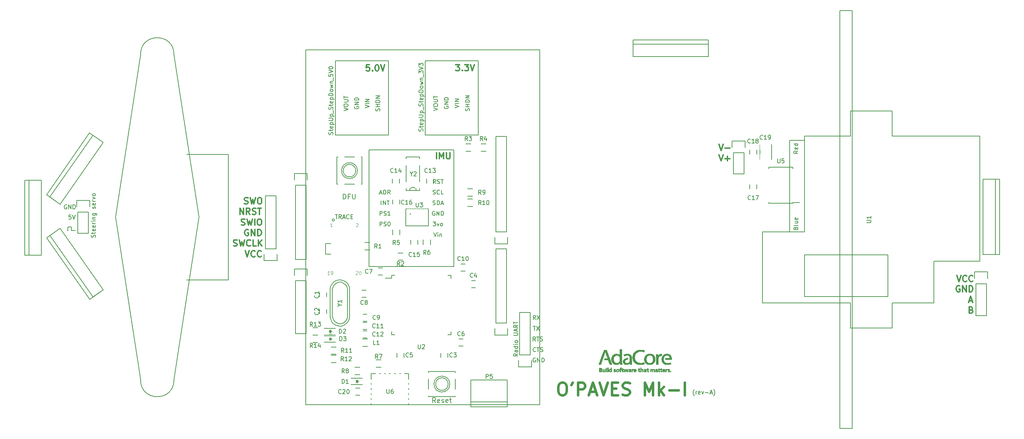
<source format=gto>
G04 #@! TF.FileFunction,Legend,Top*
%FSLAX46Y46*%
G04 Gerber Fmt 4.6, Leading zero omitted, Abs format (unit mm)*
G04 Created by KiCad (PCBNEW 4.0.4+dfsg1-stable) date Fri Feb  3 16:23:24 2017*
%MOMM*%
%LPD*%
G01*
G04 APERTURE LIST*
%ADD10C,0.100000*%
%ADD11C,0.200000*%
%ADD12C,0.600000*%
%ADD13C,0.300000*%
%ADD14C,0.150000*%
%ADD15C,0.010000*%
%ADD16C,5.100000*%
%ADD17R,2.232000X1.927200*%
%ADD18O,2.232000X1.927200*%
%ADD19R,1.700000X0.480000*%
%ADD20R,0.480000X1.700000*%
%ADD21R,1.450000X1.200000*%
%ADD22R,1.200000X1.450000*%
%ADD23R,0.900000X1.500000*%
%ADD24R,1.500000X0.900000*%
%ADD25R,0.450000X0.875000*%
%ADD26R,0.775000X0.450000*%
%ADD27C,1.724000*%
%ADD28R,1.724000X1.724000*%
%ADD29R,1.950000X0.650000*%
%ADD30R,2.699360X2.150720*%
%ADD31C,3.200000*%
%ADD32R,0.600000X1.550000*%
%ADD33O,1.450000X1.150000*%
%ADD34O,1.200000X1.750000*%
%ADD35R,2.232000X0.835000*%
%ADD36C,3.600000*%
%ADD37R,1.398880X1.398880*%
%ADD38R,1.700000X0.900000*%
%ADD39R,0.900000X1.700000*%
%ADD40R,1.200000X3.400000*%
%ADD41R,3.400000X1.200000*%
%ADD42C,6.600000*%
%ADD43C,1.701140*%
%ADD44R,2.100000X1.500000*%
G04 APERTURE END LIST*
D10*
D11*
X199890476Y-139233333D02*
X199842856Y-139185714D01*
X199747618Y-139042857D01*
X199699999Y-138947619D01*
X199652380Y-138804762D01*
X199604761Y-138566667D01*
X199604761Y-138376190D01*
X199652380Y-138138095D01*
X199699999Y-137995238D01*
X199747618Y-137900000D01*
X199842856Y-137757143D01*
X199890476Y-137709524D01*
X200271428Y-138852381D02*
X200271428Y-138185714D01*
X200271428Y-138376190D02*
X200319047Y-138280952D01*
X200366666Y-138233333D01*
X200461904Y-138185714D01*
X200557143Y-138185714D01*
X201271429Y-138804762D02*
X201176191Y-138852381D01*
X200985714Y-138852381D01*
X200890476Y-138804762D01*
X200842857Y-138709524D01*
X200842857Y-138328571D01*
X200890476Y-138233333D01*
X200985714Y-138185714D01*
X201176191Y-138185714D01*
X201271429Y-138233333D01*
X201319048Y-138328571D01*
X201319048Y-138423810D01*
X200842857Y-138519048D01*
X201652381Y-138185714D02*
X201890476Y-138852381D01*
X202128572Y-138185714D01*
X202509524Y-138471429D02*
X203271429Y-138471429D01*
X203700000Y-138566667D02*
X204176191Y-138566667D01*
X203604762Y-138852381D02*
X203938095Y-137852381D01*
X204271429Y-138852381D01*
X204509524Y-139233333D02*
X204557143Y-139185714D01*
X204652381Y-139042857D01*
X204700000Y-138947619D01*
X204747619Y-138804762D01*
X204795238Y-138566667D01*
X204795238Y-138376190D01*
X204747619Y-138138095D01*
X204700000Y-137995238D01*
X204652381Y-137900000D01*
X204557143Y-137757143D01*
X204509524Y-137709524D01*
D12*
X168000000Y-136057143D02*
X168571429Y-136057143D01*
X168857143Y-136200000D01*
X169142857Y-136485714D01*
X169285715Y-137057143D01*
X169285715Y-138057143D01*
X169142857Y-138628571D01*
X168857143Y-138914286D01*
X168571429Y-139057143D01*
X168000000Y-139057143D01*
X167714286Y-138914286D01*
X167428572Y-138628571D01*
X167285715Y-138057143D01*
X167285715Y-137057143D01*
X167428572Y-136485714D01*
X167714286Y-136200000D01*
X168000000Y-136057143D01*
X170714286Y-136057143D02*
X170428572Y-136628571D01*
X172000000Y-139057143D02*
X172000000Y-136057143D01*
X173142857Y-136057143D01*
X173428571Y-136200000D01*
X173571428Y-136342857D01*
X173714285Y-136628571D01*
X173714285Y-137057143D01*
X173571428Y-137342857D01*
X173428571Y-137485714D01*
X173142857Y-137628571D01*
X172000000Y-137628571D01*
X174857143Y-138200000D02*
X176285714Y-138200000D01*
X174571428Y-139057143D02*
X175571428Y-136057143D01*
X176571428Y-139057143D01*
X177142857Y-136057143D02*
X178142857Y-139057143D01*
X179142857Y-136057143D01*
X180142858Y-137485714D02*
X181142858Y-137485714D01*
X181571429Y-139057143D02*
X180142858Y-139057143D01*
X180142858Y-136057143D01*
X181571429Y-136057143D01*
X182714287Y-138914286D02*
X183142858Y-139057143D01*
X183857144Y-139057143D01*
X184142858Y-138914286D01*
X184285715Y-138771429D01*
X184428572Y-138485714D01*
X184428572Y-138200000D01*
X184285715Y-137914286D01*
X184142858Y-137771429D01*
X183857144Y-137628571D01*
X183285715Y-137485714D01*
X183000001Y-137342857D01*
X182857144Y-137200000D01*
X182714287Y-136914286D01*
X182714287Y-136628571D01*
X182857144Y-136342857D01*
X183000001Y-136200000D01*
X183285715Y-136057143D01*
X184000001Y-136057143D01*
X184428572Y-136200000D01*
X188000001Y-139057143D02*
X188000001Y-136057143D01*
X189000001Y-138200000D01*
X190000001Y-136057143D01*
X190000001Y-139057143D01*
X191428572Y-139057143D02*
X191428572Y-136057143D01*
X191714286Y-137914286D02*
X192571429Y-139057143D01*
X192571429Y-137057143D02*
X191428572Y-138200000D01*
X193857143Y-137914286D02*
X196142857Y-137914286D01*
X197571429Y-139057143D02*
X197571429Y-136057143D01*
D11*
X115767857Y-92092857D02*
X115767857Y-90892857D01*
X116053572Y-90892857D01*
X116225000Y-90950000D01*
X116339286Y-91064286D01*
X116396429Y-91178571D01*
X116453572Y-91407143D01*
X116453572Y-91578571D01*
X116396429Y-91807143D01*
X116339286Y-91921429D01*
X116225000Y-92035714D01*
X116053572Y-92092857D01*
X115767857Y-92092857D01*
X117367857Y-91464286D02*
X116967857Y-91464286D01*
X116967857Y-92092857D02*
X116967857Y-90892857D01*
X117539286Y-90892857D01*
X117996428Y-90892857D02*
X117996428Y-91864286D01*
X118053571Y-91978571D01*
X118110714Y-92035714D01*
X118225000Y-92092857D01*
X118453571Y-92092857D01*
X118567857Y-92035714D01*
X118625000Y-91978571D01*
X118682143Y-91864286D01*
X118682143Y-90892857D01*
X137914287Y-140892857D02*
X137514287Y-140321429D01*
X137228572Y-140892857D02*
X137228572Y-139692857D01*
X137685715Y-139692857D01*
X137800001Y-139750000D01*
X137857144Y-139807143D01*
X137914287Y-139921429D01*
X137914287Y-140092857D01*
X137857144Y-140207143D01*
X137800001Y-140264286D01*
X137685715Y-140321429D01*
X137228572Y-140321429D01*
X138885715Y-140835714D02*
X138771429Y-140892857D01*
X138542858Y-140892857D01*
X138428572Y-140835714D01*
X138371429Y-140721429D01*
X138371429Y-140264286D01*
X138428572Y-140150000D01*
X138542858Y-140092857D01*
X138771429Y-140092857D01*
X138885715Y-140150000D01*
X138942858Y-140264286D01*
X138942858Y-140378571D01*
X138371429Y-140492857D01*
X139400000Y-140835714D02*
X139514286Y-140892857D01*
X139742858Y-140892857D01*
X139857143Y-140835714D01*
X139914286Y-140721429D01*
X139914286Y-140664286D01*
X139857143Y-140550000D01*
X139742858Y-140492857D01*
X139571429Y-140492857D01*
X139457143Y-140435714D01*
X139400000Y-140321429D01*
X139400000Y-140264286D01*
X139457143Y-140150000D01*
X139571429Y-140092857D01*
X139742858Y-140092857D01*
X139857143Y-140150000D01*
X140885715Y-140835714D02*
X140771429Y-140892857D01*
X140542858Y-140892857D01*
X140428572Y-140835714D01*
X140371429Y-140721429D01*
X140371429Y-140264286D01*
X140428572Y-140150000D01*
X140542858Y-140092857D01*
X140771429Y-140092857D01*
X140885715Y-140150000D01*
X140942858Y-140264286D01*
X140942858Y-140378571D01*
X140371429Y-140492857D01*
X141285715Y-140092857D02*
X141742858Y-140092857D01*
X141457143Y-139692857D02*
X141457143Y-140721429D01*
X141514286Y-140835714D01*
X141628572Y-140892857D01*
X141742858Y-140892857D01*
X49850000Y-99650000D02*
X49700000Y-99650000D01*
X50725000Y-99650000D02*
X51575000Y-99650000D01*
X50725000Y-98750000D02*
X50725000Y-99650000D01*
X49850000Y-98750000D02*
X50725000Y-98750000D01*
X49850000Y-99650000D02*
X49850000Y-98750000D01*
X50584524Y-95927381D02*
X50108333Y-95927381D01*
X50060714Y-96403571D01*
X50108333Y-96355952D01*
X50203571Y-96308333D01*
X50441667Y-96308333D01*
X50536905Y-96355952D01*
X50584524Y-96403571D01*
X50632143Y-96498810D01*
X50632143Y-96736905D01*
X50584524Y-96832143D01*
X50536905Y-96879762D01*
X50441667Y-96927381D01*
X50203571Y-96927381D01*
X50108333Y-96879762D01*
X50060714Y-96832143D01*
X50917857Y-95927381D02*
X51251190Y-96927381D01*
X51584524Y-95927381D01*
X49538096Y-93525000D02*
X49442858Y-93477381D01*
X49300001Y-93477381D01*
X49157143Y-93525000D01*
X49061905Y-93620238D01*
X49014286Y-93715476D01*
X48966667Y-93905952D01*
X48966667Y-94048810D01*
X49014286Y-94239286D01*
X49061905Y-94334524D01*
X49157143Y-94429762D01*
X49300001Y-94477381D01*
X49395239Y-94477381D01*
X49538096Y-94429762D01*
X49585715Y-94382143D01*
X49585715Y-94048810D01*
X49395239Y-94048810D01*
X50014286Y-94477381D02*
X50014286Y-93477381D01*
X50585715Y-94477381D01*
X50585715Y-93477381D01*
X51061905Y-94477381D02*
X51061905Y-93477381D01*
X51300000Y-93477381D01*
X51442858Y-93525000D01*
X51538096Y-93620238D01*
X51585715Y-93715476D01*
X51633334Y-93905952D01*
X51633334Y-94048810D01*
X51585715Y-94239286D01*
X51538096Y-94334524D01*
X51442858Y-94429762D01*
X51300000Y-94477381D01*
X51061905Y-94477381D01*
D13*
X266207143Y-118642857D02*
X266421429Y-118714286D01*
X266492857Y-118785714D01*
X266564286Y-118928571D01*
X266564286Y-119142857D01*
X266492857Y-119285714D01*
X266421429Y-119357143D01*
X266278571Y-119428571D01*
X265707143Y-119428571D01*
X265707143Y-117928571D01*
X266207143Y-117928571D01*
X266350000Y-118000000D01*
X266421429Y-118071429D01*
X266492857Y-118214286D01*
X266492857Y-118357143D01*
X266421429Y-118500000D01*
X266350000Y-118571429D01*
X266207143Y-118642857D01*
X265707143Y-118642857D01*
X265742857Y-116450000D02*
X266457143Y-116450000D01*
X265600000Y-116878571D02*
X266100000Y-115378571D01*
X266600000Y-116878571D01*
X263457143Y-112900000D02*
X263314286Y-112828571D01*
X263100000Y-112828571D01*
X262885715Y-112900000D01*
X262742857Y-113042857D01*
X262671429Y-113185714D01*
X262600000Y-113471429D01*
X262600000Y-113685714D01*
X262671429Y-113971429D01*
X262742857Y-114114286D01*
X262885715Y-114257143D01*
X263100000Y-114328571D01*
X263242857Y-114328571D01*
X263457143Y-114257143D01*
X263528572Y-114185714D01*
X263528572Y-113685714D01*
X263242857Y-113685714D01*
X264171429Y-114328571D02*
X264171429Y-112828571D01*
X265028572Y-114328571D01*
X265028572Y-112828571D01*
X265742858Y-114328571D02*
X265742858Y-112828571D01*
X266100001Y-112828571D01*
X266314286Y-112900000D01*
X266457144Y-113042857D01*
X266528572Y-113185714D01*
X266600001Y-113471429D01*
X266600001Y-113685714D01*
X266528572Y-113971429D01*
X266457144Y-114114286D01*
X266314286Y-114257143D01*
X266100001Y-114328571D01*
X265742858Y-114328571D01*
X262750000Y-110378571D02*
X263250000Y-111878571D01*
X263750000Y-110378571D01*
X265107143Y-111735714D02*
X265035714Y-111807143D01*
X264821428Y-111878571D01*
X264678571Y-111878571D01*
X264464286Y-111807143D01*
X264321428Y-111664286D01*
X264250000Y-111521429D01*
X264178571Y-111235714D01*
X264178571Y-111021429D01*
X264250000Y-110735714D01*
X264321428Y-110592857D01*
X264464286Y-110450000D01*
X264678571Y-110378571D01*
X264821428Y-110378571D01*
X265035714Y-110450000D01*
X265107143Y-110521429D01*
X266607143Y-111735714D02*
X266535714Y-111807143D01*
X266321428Y-111878571D01*
X266178571Y-111878571D01*
X265964286Y-111807143D01*
X265821428Y-111664286D01*
X265750000Y-111521429D01*
X265678571Y-111235714D01*
X265678571Y-111021429D01*
X265750000Y-110735714D01*
X265821428Y-110592857D01*
X265964286Y-110450000D01*
X266178571Y-110378571D01*
X266321428Y-110378571D01*
X266535714Y-110450000D01*
X266607143Y-110521429D01*
D14*
X157602381Y-129150000D02*
X157126190Y-129483334D01*
X157602381Y-129721429D02*
X156602381Y-129721429D01*
X156602381Y-129340476D01*
X156650000Y-129245238D01*
X156697619Y-129197619D01*
X156792857Y-129150000D01*
X156935714Y-129150000D01*
X157030952Y-129197619D01*
X157078571Y-129245238D01*
X157126190Y-129340476D01*
X157126190Y-129721429D01*
X157602381Y-128292857D02*
X157078571Y-128292857D01*
X156983333Y-128340476D01*
X156935714Y-128435714D01*
X156935714Y-128626191D01*
X156983333Y-128721429D01*
X157554762Y-128292857D02*
X157602381Y-128388095D01*
X157602381Y-128626191D01*
X157554762Y-128721429D01*
X157459524Y-128769048D01*
X157364286Y-128769048D01*
X157269048Y-128721429D01*
X157221429Y-128626191D01*
X157221429Y-128388095D01*
X157173810Y-128292857D01*
X157602381Y-127388095D02*
X156602381Y-127388095D01*
X157554762Y-127388095D02*
X157602381Y-127483333D01*
X157602381Y-127673810D01*
X157554762Y-127769048D01*
X157507143Y-127816667D01*
X157411905Y-127864286D01*
X157126190Y-127864286D01*
X157030952Y-127816667D01*
X156983333Y-127769048D01*
X156935714Y-127673810D01*
X156935714Y-127483333D01*
X156983333Y-127388095D01*
X157602381Y-126911905D02*
X156935714Y-126911905D01*
X156602381Y-126911905D02*
X156650000Y-126959524D01*
X156697619Y-126911905D01*
X156650000Y-126864286D01*
X156602381Y-126911905D01*
X156697619Y-126911905D01*
X157602381Y-126292858D02*
X157554762Y-126388096D01*
X157507143Y-126435715D01*
X157411905Y-126483334D01*
X157126190Y-126483334D01*
X157030952Y-126435715D01*
X156983333Y-126388096D01*
X156935714Y-126292858D01*
X156935714Y-126150000D01*
X156983333Y-126054762D01*
X157030952Y-126007143D01*
X157126190Y-125959524D01*
X157411905Y-125959524D01*
X157507143Y-126007143D01*
X157554762Y-126054762D01*
X157602381Y-126150000D01*
X157602381Y-126292858D01*
X156602381Y-124769048D02*
X157411905Y-124769048D01*
X157507143Y-124721429D01*
X157554762Y-124673810D01*
X157602381Y-124578572D01*
X157602381Y-124388095D01*
X157554762Y-124292857D01*
X157507143Y-124245238D01*
X157411905Y-124197619D01*
X156602381Y-124197619D01*
X157316667Y-123769048D02*
X157316667Y-123292857D01*
X157602381Y-123864286D02*
X156602381Y-123530953D01*
X157602381Y-123197619D01*
X157602381Y-122292857D02*
X157126190Y-122626191D01*
X157602381Y-122864286D02*
X156602381Y-122864286D01*
X156602381Y-122483333D01*
X156650000Y-122388095D01*
X156697619Y-122340476D01*
X156792857Y-122292857D01*
X156935714Y-122292857D01*
X157030952Y-122340476D01*
X157078571Y-122388095D01*
X157126190Y-122483333D01*
X157126190Y-122864286D01*
X156602381Y-122007143D02*
X156602381Y-121435714D01*
X157602381Y-121721429D02*
X156602381Y-121721429D01*
X161838096Y-130200000D02*
X161742858Y-130152381D01*
X161600001Y-130152381D01*
X161457143Y-130200000D01*
X161361905Y-130295238D01*
X161314286Y-130390476D01*
X161266667Y-130580952D01*
X161266667Y-130723810D01*
X161314286Y-130914286D01*
X161361905Y-131009524D01*
X161457143Y-131104762D01*
X161600001Y-131152381D01*
X161695239Y-131152381D01*
X161838096Y-131104762D01*
X161885715Y-131057143D01*
X161885715Y-130723810D01*
X161695239Y-130723810D01*
X162314286Y-131152381D02*
X162314286Y-130152381D01*
X162885715Y-131152381D01*
X162885715Y-130152381D01*
X163361905Y-131152381D02*
X163361905Y-130152381D01*
X163600000Y-130152381D01*
X163742858Y-130200000D01*
X163838096Y-130295238D01*
X163885715Y-130390476D01*
X163933334Y-130580952D01*
X163933334Y-130723810D01*
X163885715Y-130914286D01*
X163838096Y-131009524D01*
X163742858Y-131104762D01*
X163600000Y-131152381D01*
X163361905Y-131152381D01*
X161902381Y-128557143D02*
X161854762Y-128604762D01*
X161711905Y-128652381D01*
X161616667Y-128652381D01*
X161473809Y-128604762D01*
X161378571Y-128509524D01*
X161330952Y-128414286D01*
X161283333Y-128223810D01*
X161283333Y-128080952D01*
X161330952Y-127890476D01*
X161378571Y-127795238D01*
X161473809Y-127700000D01*
X161616667Y-127652381D01*
X161711905Y-127652381D01*
X161854762Y-127700000D01*
X161902381Y-127747619D01*
X162188095Y-127652381D02*
X162759524Y-127652381D01*
X162473809Y-128652381D02*
X162473809Y-127652381D01*
X163045238Y-128604762D02*
X163188095Y-128652381D01*
X163426191Y-128652381D01*
X163521429Y-128604762D01*
X163569048Y-128557143D01*
X163616667Y-128461905D01*
X163616667Y-128366667D01*
X163569048Y-128271429D01*
X163521429Y-128223810D01*
X163426191Y-128176190D01*
X163235714Y-128128571D01*
X163140476Y-128080952D01*
X163092857Y-128033333D01*
X163045238Y-127938095D01*
X163045238Y-127842857D01*
X163092857Y-127747619D01*
X163140476Y-127700000D01*
X163235714Y-127652381D01*
X163473810Y-127652381D01*
X163616667Y-127700000D01*
X161852381Y-126102381D02*
X161519047Y-125626190D01*
X161280952Y-126102381D02*
X161280952Y-125102381D01*
X161661905Y-125102381D01*
X161757143Y-125150000D01*
X161804762Y-125197619D01*
X161852381Y-125292857D01*
X161852381Y-125435714D01*
X161804762Y-125530952D01*
X161757143Y-125578571D01*
X161661905Y-125626190D01*
X161280952Y-125626190D01*
X162138095Y-125102381D02*
X162709524Y-125102381D01*
X162423809Y-126102381D02*
X162423809Y-125102381D01*
X162995238Y-126054762D02*
X163138095Y-126102381D01*
X163376191Y-126102381D01*
X163471429Y-126054762D01*
X163519048Y-126007143D01*
X163566667Y-125911905D01*
X163566667Y-125816667D01*
X163519048Y-125721429D01*
X163471429Y-125673810D01*
X163376191Y-125626190D01*
X163185714Y-125578571D01*
X163090476Y-125530952D01*
X163042857Y-125483333D01*
X162995238Y-125388095D01*
X162995238Y-125292857D01*
X163042857Y-125197619D01*
X163090476Y-125150000D01*
X163185714Y-125102381D01*
X163423810Y-125102381D01*
X163566667Y-125150000D01*
X161288095Y-122552381D02*
X161859524Y-122552381D01*
X161573809Y-123552381D02*
X161573809Y-122552381D01*
X162097619Y-122552381D02*
X162764286Y-123552381D01*
X162764286Y-122552381D02*
X162097619Y-123552381D01*
X161883334Y-121002381D02*
X161550000Y-120526190D01*
X161311905Y-121002381D02*
X161311905Y-120002381D01*
X161692858Y-120002381D01*
X161788096Y-120050000D01*
X161835715Y-120097619D01*
X161883334Y-120192857D01*
X161883334Y-120335714D01*
X161835715Y-120430952D01*
X161788096Y-120478571D01*
X161692858Y-120526190D01*
X161311905Y-120526190D01*
X162216667Y-120002381D02*
X162883334Y-121002381D01*
X162883334Y-120002381D02*
X162216667Y-121002381D01*
D11*
X56379762Y-101263096D02*
X56427381Y-101120239D01*
X56427381Y-100882143D01*
X56379762Y-100786905D01*
X56332143Y-100739286D01*
X56236905Y-100691667D01*
X56141667Y-100691667D01*
X56046429Y-100739286D01*
X55998810Y-100786905D01*
X55951190Y-100882143D01*
X55903571Y-101072620D01*
X55855952Y-101167858D01*
X55808333Y-101215477D01*
X55713095Y-101263096D01*
X55617857Y-101263096D01*
X55522619Y-101215477D01*
X55475000Y-101167858D01*
X55427381Y-101072620D01*
X55427381Y-100834524D01*
X55475000Y-100691667D01*
X55760714Y-100405953D02*
X55760714Y-100025001D01*
X55427381Y-100263096D02*
X56284524Y-100263096D01*
X56379762Y-100215477D01*
X56427381Y-100120239D01*
X56427381Y-100025001D01*
X56379762Y-99310714D02*
X56427381Y-99405952D01*
X56427381Y-99596429D01*
X56379762Y-99691667D01*
X56284524Y-99739286D01*
X55903571Y-99739286D01*
X55808333Y-99691667D01*
X55760714Y-99596429D01*
X55760714Y-99405952D01*
X55808333Y-99310714D01*
X55903571Y-99263095D01*
X55998810Y-99263095D01*
X56094048Y-99739286D01*
X56379762Y-98453571D02*
X56427381Y-98548809D01*
X56427381Y-98739286D01*
X56379762Y-98834524D01*
X56284524Y-98882143D01*
X55903571Y-98882143D01*
X55808333Y-98834524D01*
X55760714Y-98739286D01*
X55760714Y-98548809D01*
X55808333Y-98453571D01*
X55903571Y-98405952D01*
X55998810Y-98405952D01*
X56094048Y-98882143D01*
X56427381Y-97977381D02*
X55760714Y-97977381D01*
X55951190Y-97977381D02*
X55855952Y-97929762D01*
X55808333Y-97882143D01*
X55760714Y-97786905D01*
X55760714Y-97691666D01*
X56427381Y-97358333D02*
X55760714Y-97358333D01*
X55427381Y-97358333D02*
X55475000Y-97405952D01*
X55522619Y-97358333D01*
X55475000Y-97310714D01*
X55427381Y-97358333D01*
X55522619Y-97358333D01*
X55760714Y-96882143D02*
X56427381Y-96882143D01*
X55855952Y-96882143D02*
X55808333Y-96834524D01*
X55760714Y-96739286D01*
X55760714Y-96596428D01*
X55808333Y-96501190D01*
X55903571Y-96453571D01*
X56427381Y-96453571D01*
X55760714Y-95548809D02*
X56570238Y-95548809D01*
X56665476Y-95596428D01*
X56713095Y-95644047D01*
X56760714Y-95739286D01*
X56760714Y-95882143D01*
X56713095Y-95977381D01*
X56379762Y-95548809D02*
X56427381Y-95644047D01*
X56427381Y-95834524D01*
X56379762Y-95929762D01*
X56332143Y-95977381D01*
X56236905Y-96025000D01*
X55951190Y-96025000D01*
X55855952Y-95977381D01*
X55808333Y-95929762D01*
X55760714Y-95834524D01*
X55760714Y-95644047D01*
X55808333Y-95548809D01*
X56379762Y-94358333D02*
X56427381Y-94263095D01*
X56427381Y-94072619D01*
X56379762Y-93977380D01*
X56284524Y-93929761D01*
X56236905Y-93929761D01*
X56141667Y-93977380D01*
X56094048Y-94072619D01*
X56094048Y-94215476D01*
X56046429Y-94310714D01*
X55951190Y-94358333D01*
X55903571Y-94358333D01*
X55808333Y-94310714D01*
X55760714Y-94215476D01*
X55760714Y-94072619D01*
X55808333Y-93977380D01*
X56379762Y-93120237D02*
X56427381Y-93215475D01*
X56427381Y-93405952D01*
X56379762Y-93501190D01*
X56284524Y-93548809D01*
X55903571Y-93548809D01*
X55808333Y-93501190D01*
X55760714Y-93405952D01*
X55760714Y-93215475D01*
X55808333Y-93120237D01*
X55903571Y-93072618D01*
X55998810Y-93072618D01*
X56094048Y-93548809D01*
X56427381Y-92644047D02*
X55760714Y-92644047D01*
X55951190Y-92644047D02*
X55855952Y-92596428D01*
X55808333Y-92548809D01*
X55760714Y-92453571D01*
X55760714Y-92358332D01*
X55760714Y-92120237D02*
X56427381Y-91882142D01*
X55760714Y-91644046D01*
X56427381Y-91120237D02*
X56379762Y-91215475D01*
X56332143Y-91263094D01*
X56236905Y-91310713D01*
X55951190Y-91310713D01*
X55855952Y-91263094D01*
X55808333Y-91215475D01*
X55760714Y-91120237D01*
X55760714Y-90977379D01*
X55808333Y-90882141D01*
X55855952Y-90834522D01*
X55951190Y-90786903D01*
X56236905Y-90786903D01*
X56332143Y-90834522D01*
X56379762Y-90882141D01*
X56427381Y-90977379D01*
X56427381Y-91120237D01*
X111550000Y-105300000D02*
X112850000Y-105300000D01*
X111550000Y-102750000D02*
X111550000Y-105300000D01*
X112850000Y-102750000D02*
X111550000Y-102750000D01*
D13*
X92128571Y-93207143D02*
X92342857Y-93278571D01*
X92700000Y-93278571D01*
X92842857Y-93207143D01*
X92914286Y-93135714D01*
X92985714Y-92992857D01*
X92985714Y-92850000D01*
X92914286Y-92707143D01*
X92842857Y-92635714D01*
X92700000Y-92564286D01*
X92414286Y-92492857D01*
X92271428Y-92421429D01*
X92200000Y-92350000D01*
X92128571Y-92207143D01*
X92128571Y-92064286D01*
X92200000Y-91921429D01*
X92271428Y-91850000D01*
X92414286Y-91778571D01*
X92771428Y-91778571D01*
X92985714Y-91850000D01*
X93485714Y-91778571D02*
X93842857Y-93278571D01*
X94128571Y-92207143D01*
X94414285Y-93278571D01*
X94771428Y-91778571D01*
X95628571Y-91778571D02*
X95914285Y-91778571D01*
X96057143Y-91850000D01*
X96200000Y-91992857D01*
X96271428Y-92278571D01*
X96271428Y-92778571D01*
X96200000Y-93064286D01*
X96057143Y-93207143D01*
X95914285Y-93278571D01*
X95628571Y-93278571D01*
X95485714Y-93207143D01*
X95342857Y-93064286D01*
X95271428Y-92778571D01*
X95271428Y-92278571D01*
X95342857Y-91992857D01*
X95485714Y-91850000D01*
X95628571Y-91778571D01*
X91035715Y-95778571D02*
X91035715Y-94278571D01*
X91892858Y-95778571D01*
X91892858Y-94278571D01*
X93464287Y-95778571D02*
X92964287Y-95064286D01*
X92607144Y-95778571D02*
X92607144Y-94278571D01*
X93178572Y-94278571D01*
X93321430Y-94350000D01*
X93392858Y-94421429D01*
X93464287Y-94564286D01*
X93464287Y-94778571D01*
X93392858Y-94921429D01*
X93321430Y-94992857D01*
X93178572Y-95064286D01*
X92607144Y-95064286D01*
X94035715Y-95707143D02*
X94250001Y-95778571D01*
X94607144Y-95778571D01*
X94750001Y-95707143D01*
X94821430Y-95635714D01*
X94892858Y-95492857D01*
X94892858Y-95350000D01*
X94821430Y-95207143D01*
X94750001Y-95135714D01*
X94607144Y-95064286D01*
X94321430Y-94992857D01*
X94178572Y-94921429D01*
X94107144Y-94850000D01*
X94035715Y-94707143D01*
X94035715Y-94564286D01*
X94107144Y-94421429D01*
X94178572Y-94350000D01*
X94321430Y-94278571D01*
X94678572Y-94278571D01*
X94892858Y-94350000D01*
X95321429Y-94278571D02*
X96178572Y-94278571D01*
X95750001Y-95778571D02*
X95750001Y-94278571D01*
X91371428Y-98307143D02*
X91585714Y-98378571D01*
X91942857Y-98378571D01*
X92085714Y-98307143D01*
X92157143Y-98235714D01*
X92228571Y-98092857D01*
X92228571Y-97950000D01*
X92157143Y-97807143D01*
X92085714Y-97735714D01*
X91942857Y-97664286D01*
X91657143Y-97592857D01*
X91514285Y-97521429D01*
X91442857Y-97450000D01*
X91371428Y-97307143D01*
X91371428Y-97164286D01*
X91442857Y-97021429D01*
X91514285Y-96950000D01*
X91657143Y-96878571D01*
X92014285Y-96878571D01*
X92228571Y-96950000D01*
X92728571Y-96878571D02*
X93085714Y-98378571D01*
X93371428Y-97307143D01*
X93657142Y-98378571D01*
X94014285Y-96878571D01*
X94585714Y-98378571D02*
X94585714Y-96878571D01*
X95585714Y-96878571D02*
X95871428Y-96878571D01*
X96014286Y-96950000D01*
X96157143Y-97092857D01*
X96228571Y-97378571D01*
X96228571Y-97878571D01*
X96157143Y-98164286D01*
X96014286Y-98307143D01*
X95871428Y-98378571D01*
X95585714Y-98378571D01*
X95442857Y-98307143D01*
X95300000Y-98164286D01*
X95228571Y-97878571D01*
X95228571Y-97378571D01*
X95300000Y-97092857D01*
X95442857Y-96950000D01*
X95585714Y-96878571D01*
X93057143Y-99450000D02*
X92914286Y-99378571D01*
X92700000Y-99378571D01*
X92485715Y-99450000D01*
X92342857Y-99592857D01*
X92271429Y-99735714D01*
X92200000Y-100021429D01*
X92200000Y-100235714D01*
X92271429Y-100521429D01*
X92342857Y-100664286D01*
X92485715Y-100807143D01*
X92700000Y-100878571D01*
X92842857Y-100878571D01*
X93057143Y-100807143D01*
X93128572Y-100735714D01*
X93128572Y-100235714D01*
X92842857Y-100235714D01*
X93771429Y-100878571D02*
X93771429Y-99378571D01*
X94628572Y-100878571D01*
X94628572Y-99378571D01*
X95342858Y-100878571D02*
X95342858Y-99378571D01*
X95700001Y-99378571D01*
X95914286Y-99450000D01*
X96057144Y-99592857D01*
X96128572Y-99735714D01*
X96200001Y-100021429D01*
X96200001Y-100235714D01*
X96128572Y-100521429D01*
X96057144Y-100664286D01*
X95914286Y-100807143D01*
X95700001Y-100878571D01*
X95342858Y-100878571D01*
X89507143Y-103307143D02*
X89721429Y-103378571D01*
X90078572Y-103378571D01*
X90221429Y-103307143D01*
X90292858Y-103235714D01*
X90364286Y-103092857D01*
X90364286Y-102950000D01*
X90292858Y-102807143D01*
X90221429Y-102735714D01*
X90078572Y-102664286D01*
X89792858Y-102592857D01*
X89650000Y-102521429D01*
X89578572Y-102450000D01*
X89507143Y-102307143D01*
X89507143Y-102164286D01*
X89578572Y-102021429D01*
X89650000Y-101950000D01*
X89792858Y-101878571D01*
X90150000Y-101878571D01*
X90364286Y-101950000D01*
X90864286Y-101878571D02*
X91221429Y-103378571D01*
X91507143Y-102307143D01*
X91792857Y-103378571D01*
X92150000Y-101878571D01*
X93578572Y-103235714D02*
X93507143Y-103307143D01*
X93292857Y-103378571D01*
X93150000Y-103378571D01*
X92935715Y-103307143D01*
X92792857Y-103164286D01*
X92721429Y-103021429D01*
X92650000Y-102735714D01*
X92650000Y-102521429D01*
X92721429Y-102235714D01*
X92792857Y-102092857D01*
X92935715Y-101950000D01*
X93150000Y-101878571D01*
X93292857Y-101878571D01*
X93507143Y-101950000D01*
X93578572Y-102021429D01*
X94935715Y-103378571D02*
X94221429Y-103378571D01*
X94221429Y-101878571D01*
X95435715Y-103378571D02*
X95435715Y-101878571D01*
X96292858Y-103378571D02*
X95650001Y-102521429D01*
X96292858Y-101878571D02*
X95435715Y-102735714D01*
X92300000Y-104478571D02*
X92800000Y-105978571D01*
X93300000Y-104478571D01*
X94657143Y-105835714D02*
X94585714Y-105907143D01*
X94371428Y-105978571D01*
X94228571Y-105978571D01*
X94014286Y-105907143D01*
X93871428Y-105764286D01*
X93800000Y-105621429D01*
X93728571Y-105335714D01*
X93728571Y-105121429D01*
X93800000Y-104835714D01*
X93871428Y-104692857D01*
X94014286Y-104550000D01*
X94228571Y-104478571D01*
X94371428Y-104478571D01*
X94585714Y-104550000D01*
X94657143Y-104621429D01*
X96157143Y-105835714D02*
X96085714Y-105907143D01*
X95871428Y-105978571D01*
X95728571Y-105978571D01*
X95514286Y-105907143D01*
X95371428Y-105764286D01*
X95300000Y-105621429D01*
X95228571Y-105335714D01*
X95228571Y-105121429D01*
X95300000Y-104835714D01*
X95371428Y-104692857D01*
X95514286Y-104550000D01*
X95728571Y-104478571D01*
X95871428Y-104478571D01*
X96085714Y-104550000D01*
X96157143Y-104621429D01*
D11*
X113858333Y-95827381D02*
X114429762Y-95827381D01*
X114144047Y-96827381D02*
X114144047Y-95827381D01*
X115334524Y-96827381D02*
X115001190Y-96351190D01*
X114763095Y-96827381D02*
X114763095Y-95827381D01*
X115144048Y-95827381D01*
X115239286Y-95875000D01*
X115286905Y-95922619D01*
X115334524Y-96017857D01*
X115334524Y-96160714D01*
X115286905Y-96255952D01*
X115239286Y-96303571D01*
X115144048Y-96351190D01*
X114763095Y-96351190D01*
X115715476Y-96541667D02*
X116191667Y-96541667D01*
X115620238Y-96827381D02*
X115953571Y-95827381D01*
X116286905Y-96827381D01*
X117191667Y-96732143D02*
X117144048Y-96779762D01*
X117001191Y-96827381D01*
X116905953Y-96827381D01*
X116763095Y-96779762D01*
X116667857Y-96684524D01*
X116620238Y-96589286D01*
X116572619Y-96398810D01*
X116572619Y-96255952D01*
X116620238Y-96065476D01*
X116667857Y-95970238D01*
X116763095Y-95875000D01*
X116905953Y-95827381D01*
X117001191Y-95827381D01*
X117144048Y-95875000D01*
X117191667Y-95922619D01*
X117620238Y-96303571D02*
X117953572Y-96303571D01*
X118096429Y-96827381D02*
X117620238Y-96827381D01*
X117620238Y-95827381D01*
X118096429Y-95827381D01*
D13*
X205771429Y-78978571D02*
X206271429Y-80478571D01*
X206771429Y-78978571D01*
X207271429Y-79907143D02*
X208414286Y-79907143D01*
X205771429Y-81478571D02*
X206271429Y-82978571D01*
X206771429Y-81478571D01*
X207271429Y-82407143D02*
X208414286Y-82407143D01*
X207842857Y-82978571D02*
X207842857Y-81835714D01*
X122092858Y-59928571D02*
X121378572Y-59928571D01*
X121307143Y-60642857D01*
X121378572Y-60571429D01*
X121521429Y-60500000D01*
X121878572Y-60500000D01*
X122021429Y-60571429D01*
X122092858Y-60642857D01*
X122164286Y-60785714D01*
X122164286Y-61142857D01*
X122092858Y-61285714D01*
X122021429Y-61357143D01*
X121878572Y-61428571D01*
X121521429Y-61428571D01*
X121378572Y-61357143D01*
X121307143Y-61285714D01*
X122807143Y-61285714D02*
X122878571Y-61357143D01*
X122807143Y-61428571D01*
X122735714Y-61357143D01*
X122807143Y-61285714D01*
X122807143Y-61428571D01*
X123807143Y-59928571D02*
X123950000Y-59928571D01*
X124092857Y-60000000D01*
X124164286Y-60071429D01*
X124235715Y-60214286D01*
X124307143Y-60500000D01*
X124307143Y-60857143D01*
X124235715Y-61142857D01*
X124164286Y-61285714D01*
X124092857Y-61357143D01*
X123950000Y-61428571D01*
X123807143Y-61428571D01*
X123664286Y-61357143D01*
X123592857Y-61285714D01*
X123521429Y-61142857D01*
X123450000Y-60857143D01*
X123450000Y-60500000D01*
X123521429Y-60214286D01*
X123592857Y-60071429D01*
X123664286Y-60000000D01*
X123807143Y-59928571D01*
X124735714Y-59928571D02*
X125235714Y-61428571D01*
X125735714Y-59928571D01*
X142735715Y-59878571D02*
X143664286Y-59878571D01*
X143164286Y-60450000D01*
X143378572Y-60450000D01*
X143521429Y-60521429D01*
X143592858Y-60592857D01*
X143664286Y-60735714D01*
X143664286Y-61092857D01*
X143592858Y-61235714D01*
X143521429Y-61307143D01*
X143378572Y-61378571D01*
X142950000Y-61378571D01*
X142807143Y-61307143D01*
X142735715Y-61235714D01*
X144307143Y-61235714D02*
X144378571Y-61307143D01*
X144307143Y-61378571D01*
X144235714Y-61307143D01*
X144307143Y-61235714D01*
X144307143Y-61378571D01*
X144878572Y-59878571D02*
X145807143Y-59878571D01*
X145307143Y-60450000D01*
X145521429Y-60450000D01*
X145664286Y-60521429D01*
X145735715Y-60592857D01*
X145807143Y-60735714D01*
X145807143Y-61092857D01*
X145735715Y-61235714D01*
X145664286Y-61307143D01*
X145521429Y-61378571D01*
X145092857Y-61378571D01*
X144950000Y-61307143D01*
X144878572Y-61235714D01*
X146235714Y-59878571D02*
X146735714Y-61378571D01*
X147235714Y-59878571D01*
X138107143Y-82478571D02*
X138107143Y-80978571D01*
X138821429Y-82478571D02*
X138821429Y-80978571D01*
X139321429Y-82050000D01*
X139821429Y-80978571D01*
X139821429Y-82478571D01*
X140535715Y-80978571D02*
X140535715Y-82192857D01*
X140607143Y-82335714D01*
X140678572Y-82407143D01*
X140821429Y-82478571D01*
X141107143Y-82478571D01*
X141250001Y-82407143D01*
X141321429Y-82335714D01*
X141392858Y-82192857D01*
X141392858Y-80978571D01*
D14*
X106850000Y-141400000D02*
X106850000Y-56400000D01*
X106850000Y-56400000D02*
X162850000Y-56400000D01*
X162850000Y-56400000D02*
X162850000Y-141400000D01*
X162850000Y-141400000D02*
X106850000Y-141400000D01*
X104370000Y-88780000D02*
X104370000Y-106560000D01*
X104370000Y-106560000D02*
X106910000Y-106560000D01*
X106910000Y-106560000D02*
X106910000Y-88780000D01*
X104090000Y-85960000D02*
X104090000Y-87510000D01*
X104370000Y-88780000D02*
X106910000Y-88780000D01*
X107190000Y-87510000D02*
X107190000Y-85960000D01*
X107190000Y-85960000D02*
X104090000Y-85960000D01*
X104370000Y-111660000D02*
X104370000Y-124360000D01*
X104370000Y-124360000D02*
X106910000Y-124360000D01*
X106910000Y-124360000D02*
X106910000Y-111660000D01*
X104090000Y-108840000D02*
X104090000Y-110390000D01*
X104370000Y-111660000D02*
X106910000Y-111660000D01*
X107190000Y-110390000D02*
X107190000Y-108840000D01*
X107190000Y-108840000D02*
X104090000Y-108840000D01*
X154910000Y-100000000D02*
X154910000Y-77140000D01*
X154910000Y-77140000D02*
X152370000Y-77140000D01*
X152370000Y-77140000D02*
X152370000Y-100000000D01*
X155190000Y-102820000D02*
X155190000Y-101270000D01*
X154910000Y-100000000D02*
X152370000Y-100000000D01*
X152090000Y-101270000D02*
X152090000Y-102820000D01*
X152090000Y-102820000D02*
X155190000Y-102820000D01*
X154910000Y-121840000D02*
X154910000Y-104060000D01*
X154910000Y-104060000D02*
X152370000Y-104060000D01*
X152370000Y-104060000D02*
X152370000Y-121840000D01*
X155190000Y-124660000D02*
X155190000Y-123110000D01*
X154910000Y-121840000D02*
X152370000Y-121840000D01*
X152090000Y-123110000D02*
X152090000Y-124660000D01*
X152090000Y-124660000D02*
X155190000Y-124660000D01*
X127375000Y-110375000D02*
X127375000Y-111025000D01*
X141625000Y-110375000D02*
X141625000Y-111135000D01*
X141625000Y-124625000D02*
X141625000Y-123865000D01*
X127375000Y-124625000D02*
X127375000Y-123865000D01*
X127375000Y-110375000D02*
X128135000Y-110375000D01*
X127375000Y-124625000D02*
X128135000Y-124625000D01*
X141625000Y-124625000D02*
X140865000Y-124625000D01*
X141625000Y-110375000D02*
X140865000Y-110375000D01*
X127375000Y-111025000D02*
X125850000Y-111025000D01*
X110150000Y-114500000D02*
X110150000Y-115500000D01*
X111850000Y-115500000D02*
X111850000Y-114500000D01*
X111850000Y-119500000D02*
X111850000Y-118500000D01*
X110150000Y-118500000D02*
X110150000Y-119500000D01*
X140850000Y-130000000D02*
X140850000Y-129000000D01*
X139150000Y-129000000D02*
X139150000Y-130000000D01*
X147500000Y-111650000D02*
X146500000Y-111650000D01*
X146500000Y-113350000D02*
X147500000Y-113350000D01*
X130350000Y-130000000D02*
X130350000Y-129000000D01*
X128650000Y-129000000D02*
X128650000Y-130000000D01*
X144500000Y-125650000D02*
X143500000Y-125650000D01*
X143500000Y-127350000D02*
X144500000Y-127350000D01*
X124200000Y-110300000D02*
X125200000Y-110300000D01*
X125200000Y-108600000D02*
X124200000Y-108600000D01*
X120300000Y-115650000D02*
X121300000Y-115650000D01*
X121300000Y-113950000D02*
X120300000Y-113950000D01*
X120500000Y-121350000D02*
X121500000Y-121350000D01*
X121500000Y-119650000D02*
X120500000Y-119650000D01*
X145000000Y-107650000D02*
X144000000Y-107650000D01*
X144000000Y-109350000D02*
X145000000Y-109350000D01*
X120500000Y-123350000D02*
X121500000Y-123350000D01*
X121500000Y-121650000D02*
X120500000Y-121650000D01*
X120500000Y-125350000D02*
X121500000Y-125350000D01*
X121500000Y-123650000D02*
X120500000Y-123650000D01*
X120950000Y-102525000D02*
X122150000Y-102525000D01*
X122150000Y-104275000D02*
X120950000Y-104275000D01*
X128900000Y-105025000D02*
X130100000Y-105025000D01*
X130100000Y-106775000D02*
X128900000Y-106775000D01*
X146350000Y-80625000D02*
X145150000Y-80625000D01*
X145150000Y-78875000D02*
X146350000Y-78875000D01*
X150000000Y-80625000D02*
X148800000Y-80625000D01*
X148800000Y-78875000D02*
X150000000Y-78875000D01*
X135750000Y-87300000D02*
X135750000Y-88300000D01*
X137450000Y-88300000D02*
X137450000Y-87300000D01*
X127550000Y-87300000D02*
X127550000Y-88300000D01*
X129250000Y-88300000D02*
X129250000Y-87300000D01*
X133650000Y-102900000D02*
X133650000Y-101900000D01*
X131950000Y-101900000D02*
X131950000Y-102900000D01*
X127650000Y-92300000D02*
X127650000Y-93300000D01*
X129350000Y-93300000D02*
X129350000Y-92300000D01*
X129375000Y-99450000D02*
X129375000Y-100650000D01*
X127625000Y-100650000D02*
X127625000Y-99450000D01*
X136675000Y-101800000D02*
X136675000Y-103000000D01*
X134925000Y-103000000D02*
X134925000Y-101800000D01*
X132000000Y-95687500D02*
G75*
G03X132000000Y-95687500I-100000J0D01*
G01*
X136200000Y-94487500D02*
X130800000Y-94487500D01*
X136200000Y-98487500D02*
X136200000Y-94487500D01*
X130800000Y-98487500D02*
X136200000Y-98487500D01*
X130800000Y-94487500D02*
X130800000Y-98487500D01*
X135450000Y-76740000D02*
X148150000Y-76740000D01*
X148150000Y-76740000D02*
X148150000Y-58960000D01*
X148150000Y-58960000D02*
X135450000Y-58960000D01*
X135450000Y-58960000D02*
X135450000Y-76740000D01*
X113950000Y-76790000D02*
X126650000Y-76790000D01*
X126650000Y-76790000D02*
X126650000Y-59010000D01*
X126650000Y-59010000D02*
X113950000Y-59010000D01*
X113950000Y-59010000D02*
X113950000Y-76790000D01*
X121980000Y-80330000D02*
X142300000Y-80330000D01*
X142300000Y-80330000D02*
X142300000Y-108270000D01*
X142300000Y-108270000D02*
X121980000Y-108270000D01*
X121980000Y-80330000D02*
X121980000Y-108270000D01*
X223475000Y-93125000D02*
X223475000Y-92900000D01*
X217725000Y-93125000D02*
X217725000Y-92825000D01*
X217725000Y-84475000D02*
X217725000Y-84775000D01*
X223475000Y-84475000D02*
X223475000Y-84775000D01*
X223475000Y-93125000D02*
X217725000Y-93125000D01*
X223475000Y-84475000D02*
X217725000Y-84475000D01*
X223475000Y-92900000D02*
X225075000Y-92900000D01*
X213150000Y-88600000D02*
X213150000Y-89600000D01*
X214850000Y-89600000D02*
X214850000Y-88600000D01*
X213150000Y-80300000D02*
X213150000Y-81300000D01*
X214850000Y-81300000D02*
X214850000Y-80300000D01*
X218397000Y-82006500D02*
X215603000Y-82006500D01*
X218397000Y-82578000D02*
X218397000Y-79022000D01*
X218397000Y-79022000D02*
X215603000Y-79022000D01*
X215603000Y-79022000D02*
X215603000Y-82578000D01*
X215603000Y-82578000D02*
X218397000Y-82578000D01*
X40500000Y-105580000D02*
X40500000Y-87580000D01*
X43500000Y-105580000D02*
X40500000Y-105580000D01*
X39500000Y-105580000D02*
X43500000Y-105580000D01*
X39500000Y-87580000D02*
X39500000Y-105580000D01*
X43500000Y-87580000D02*
X39500000Y-87580000D01*
X43500000Y-105580000D02*
X43500000Y-87580000D01*
X55872942Y-115572970D02*
X45548566Y-100828233D01*
X58330398Y-113852240D02*
X55872942Y-115572970D01*
X55053790Y-116146546D02*
X58330398Y-113852240D01*
X44729414Y-101401809D02*
X55053790Y-116146546D01*
X48006022Y-99107504D02*
X44729414Y-101401809D01*
X58330398Y-113852240D02*
X48006022Y-99107504D01*
X45540255Y-91610302D02*
X55864631Y-76865566D01*
X47997711Y-93331032D02*
X45540255Y-91610302D01*
X44721103Y-91036726D02*
X47997711Y-93331032D01*
X55045479Y-76291989D02*
X44721103Y-91036726D01*
X58322087Y-78586295D02*
X55045479Y-76291989D01*
X47997711Y-93331032D02*
X58322087Y-78586295D01*
X185240000Y-55000000D02*
X203240000Y-55000000D01*
X185240000Y-58000000D02*
X185240000Y-55000000D01*
X185240000Y-54000000D02*
X185240000Y-58000000D01*
X203240000Y-54000000D02*
X185240000Y-54000000D01*
X203240000Y-58000000D02*
X203240000Y-54000000D01*
X185240000Y-58000000D02*
X203240000Y-58000000D01*
X272000000Y-87380000D02*
X272000000Y-105380000D01*
X269000000Y-87380000D02*
X272000000Y-87380000D01*
X273000000Y-87380000D02*
X269000000Y-87380000D01*
X273000000Y-105380000D02*
X273000000Y-87380000D01*
X269000000Y-105380000D02*
X273000000Y-105380000D01*
X269000000Y-87380000D02*
X269000000Y-105380000D01*
X226250000Y-105500000D02*
X246250000Y-105500000D01*
X226250000Y-115500000D02*
X226250000Y-105500000D01*
X246250000Y-115500000D02*
X226250000Y-115500000D01*
X246250000Y-105500000D02*
X246250000Y-115500000D01*
X222750000Y-78000000D02*
X226250000Y-78000000D01*
X226250000Y-100000000D02*
X216250000Y-100000000D01*
X226250000Y-77000000D02*
X237250000Y-77000000D01*
X222750000Y-78000000D02*
X222750000Y-100000000D01*
X237750000Y-147000000D02*
X237750000Y-47000000D01*
X237750000Y-47000000D02*
X234750000Y-47000000D01*
X234750000Y-47000000D02*
X234750000Y-147000000D01*
X234750000Y-147000000D02*
X237750000Y-147000000D01*
X268250000Y-107000000D02*
X268250000Y-77000000D01*
X247250000Y-117000000D02*
X257250000Y-117000000D01*
X257250000Y-117000000D02*
X257250000Y-107000000D01*
X257250000Y-107000000D02*
X268250000Y-107000000D01*
X216250000Y-100000000D02*
X216250000Y-117000000D01*
X226250000Y-77000000D02*
X226250000Y-100000000D01*
X216250000Y-117000000D02*
X237250000Y-117000000D01*
X247250000Y-77000000D02*
X268250000Y-77000000D01*
X247250000Y-117000000D02*
X247250000Y-123000000D01*
X247250000Y-123000000D02*
X237250000Y-123000000D01*
X237250000Y-123000000D02*
X237250000Y-117000000D01*
X237250000Y-77000000D02*
X237250000Y-71000000D01*
X237250000Y-71000000D02*
X247250000Y-71000000D01*
X247250000Y-71000000D02*
X247250000Y-77000000D01*
X209230000Y-81030000D02*
X209230000Y-86110000D01*
X209230000Y-86110000D02*
X211770000Y-86110000D01*
X211770000Y-86110000D02*
X211770000Y-81030000D01*
X212050000Y-78210000D02*
X212050000Y-79760000D01*
X211770000Y-81030000D02*
X209230000Y-81030000D01*
X208950000Y-79760000D02*
X208950000Y-78210000D01*
X208950000Y-78210000D02*
X212050000Y-78210000D01*
X52230000Y-95230000D02*
X52230000Y-100310000D01*
X52230000Y-100310000D02*
X54770000Y-100310000D01*
X54770000Y-100310000D02*
X54770000Y-95230000D01*
X55050000Y-92410000D02*
X55050000Y-93960000D01*
X54770000Y-95230000D02*
X52230000Y-95230000D01*
X51950000Y-93960000D02*
X51950000Y-92410000D01*
X51950000Y-92410000D02*
X55050000Y-92410000D01*
X146400000Y-141880000D02*
X155100000Y-141880000D01*
X146400000Y-135475000D02*
X155100000Y-135475000D01*
X155100000Y-135475000D02*
X155100000Y-141880000D01*
X155100000Y-140650000D02*
X146400000Y-140650000D01*
X146400000Y-141880000D02*
X146400000Y-135475000D01*
X113688581Y-97106200D02*
G75*
G03X113688581Y-97106200I-283981J0D01*
G01*
X97130000Y-104030000D02*
X97130000Y-91330000D01*
X97130000Y-91330000D02*
X99670000Y-91330000D01*
X99670000Y-91330000D02*
X99670000Y-104030000D01*
X96850000Y-106850000D02*
X96850000Y-105300000D01*
X97130000Y-104030000D02*
X99670000Y-104030000D01*
X99950000Y-105300000D02*
X99950000Y-106850000D01*
X99950000Y-106850000D02*
X96850000Y-106850000D01*
X121650000Y-127375000D02*
X120450000Y-127375000D01*
X120450000Y-125625000D02*
X121650000Y-125625000D01*
X88250000Y-81450000D02*
X78250000Y-81450000D01*
X88250000Y-111450000D02*
X88250000Y-81450000D01*
X78250000Y-111450000D02*
X88250000Y-111450000D01*
X61250000Y-96450000D02*
X67250000Y-135450000D01*
X75250000Y-135450000D02*
X81250000Y-96450000D01*
X67250000Y-135450000D02*
G75*
G03X75250000Y-135450000I4000000J0D01*
G01*
X67250000Y-57450000D02*
X61250000Y-96450000D01*
X75250000Y-57450000D02*
X81250000Y-96450000D01*
X75250000Y-57450000D02*
G75*
G03X67250000Y-57450000I-4000000J0D01*
G01*
X118750000Y-139100000D02*
X119750000Y-139100000D01*
X119750000Y-137400000D02*
X118750000Y-137400000D01*
X117649020Y-136550000D02*
X120349020Y-136550000D01*
X117649020Y-135050000D02*
X120349020Y-135050000D01*
X119149020Y-135950000D02*
X119149020Y-135700000D01*
X119149020Y-135700000D02*
X118999020Y-135850000D01*
X118899020Y-135450000D02*
X118899020Y-136150000D01*
X119249020Y-135800000D02*
X119599020Y-135800000D01*
X118899020Y-135800000D02*
X119249020Y-135450000D01*
X119249020Y-135450000D02*
X119249020Y-136150000D01*
X119249020Y-136150000D02*
X118899020Y-135800000D01*
X123650000Y-130625000D02*
X124850000Y-130625000D01*
X124850000Y-132375000D02*
X123650000Y-132375000D01*
X119800000Y-134175000D02*
X118600000Y-134175000D01*
X118600000Y-132425000D02*
X119800000Y-132425000D01*
X131500000Y-141400000D02*
X122500000Y-141400000D01*
X122500000Y-133900000D02*
X131500000Y-133900000D01*
X122500000Y-141400000D02*
X122500000Y-133900000D01*
X131500000Y-133900000D02*
X131500000Y-141400000D01*
X145600000Y-89625000D02*
X146800000Y-89625000D01*
X146800000Y-91375000D02*
X145600000Y-91375000D01*
X145600000Y-92125000D02*
X146800000Y-92125000D01*
X146800000Y-93875000D02*
X145600000Y-93875000D01*
X112900000Y-127525000D02*
X114100000Y-127525000D01*
X114100000Y-129275000D02*
X112900000Y-129275000D01*
X112900000Y-129525000D02*
X114100000Y-129525000D01*
X114100000Y-131275000D02*
X112900000Y-131275000D01*
X160900000Y-130730000D02*
X160900000Y-132280000D01*
X160900000Y-132280000D02*
X157800000Y-132280000D01*
X157800000Y-132280000D02*
X157800000Y-130730000D01*
X158080000Y-129460000D02*
X158080000Y-119300000D01*
X158080000Y-119300000D02*
X160620000Y-119300000D01*
X160620000Y-119300000D02*
X160620000Y-129460000D01*
X158080000Y-129460000D02*
X160620000Y-129460000D01*
X267330000Y-112390000D02*
X267330000Y-120010000D01*
X269870000Y-112390000D02*
X269870000Y-120010000D01*
X270150000Y-109570000D02*
X270150000Y-111120000D01*
X267330000Y-120010000D02*
X269870000Y-120010000D01*
X269870000Y-112390000D02*
X267330000Y-112390000D01*
X267050000Y-111120000D02*
X267050000Y-109570000D01*
X267050000Y-109570000D02*
X270150000Y-109570000D01*
X114300000Y-82050000D02*
X114500000Y-82050000D01*
X120300000Y-82050000D02*
X120100000Y-82050000D01*
X120300000Y-88550000D02*
X120100000Y-88550000D01*
X114300000Y-88550000D02*
X114500000Y-88550000D01*
X116100000Y-88550000D02*
X118500000Y-88550000D01*
X116100000Y-82050000D02*
X118500000Y-82050000D01*
X114300000Y-82050000D02*
X114300000Y-88550000D01*
X120300000Y-88550000D02*
X120300000Y-82050000D01*
X119200000Y-85300000D02*
G75*
G03X119200000Y-85300000I-1900000J0D01*
G01*
X118800000Y-85300000D02*
G75*
G03X118800000Y-85300000I-1500000J0D01*
G01*
X136175000Y-139425000D02*
X136175000Y-139225000D01*
X136175000Y-133425000D02*
X136175000Y-133625000D01*
X142675000Y-133425000D02*
X142675000Y-133625000D01*
X142675000Y-139425000D02*
X142675000Y-139225000D01*
X142675000Y-137625000D02*
X142675000Y-135225000D01*
X136175000Y-137625000D02*
X136175000Y-135225000D01*
X136175000Y-139425000D02*
X142675000Y-139425000D01*
X142675000Y-133425000D02*
X136175000Y-133425000D01*
X141325000Y-136425000D02*
G75*
G03X141325000Y-136425000I-1900000J0D01*
G01*
X140925000Y-136425000D02*
G75*
G03X140925000Y-136425000I-1500000J0D01*
G01*
D15*
G36*
X178088838Y-133045783D02*
X178089199Y-133120910D01*
X178090174Y-133181155D01*
X178092022Y-133228567D01*
X178095001Y-133265194D01*
X178099369Y-133293083D01*
X178105383Y-133314284D01*
X178113302Y-133330843D01*
X178123384Y-133344810D01*
X178127031Y-133348979D01*
X178155648Y-133368875D01*
X178191365Y-133376493D01*
X178229897Y-133372090D01*
X178266958Y-133355923D01*
X178288124Y-133339330D01*
X178304414Y-133322141D01*
X178317340Y-133304223D01*
X178327332Y-133283380D01*
X178334822Y-133257413D01*
X178340238Y-133224124D01*
X178344012Y-133181315D01*
X178346574Y-133126789D01*
X178348353Y-133058347D01*
X178348903Y-133028850D01*
X178352472Y-132823533D01*
X178528733Y-132823533D01*
X178528733Y-133509333D01*
X178359400Y-133509333D01*
X178359400Y-133421344D01*
X178331883Y-133447666D01*
X178294719Y-133478205D01*
X178255747Y-133498632D01*
X178210291Y-133510691D01*
X178153678Y-133516126D01*
X178147733Y-133516354D01*
X178108940Y-133517291D01*
X178081738Y-133516288D01*
X178060814Y-133512444D01*
X178040858Y-133504859D01*
X178020733Y-133494820D01*
X177975796Y-133462002D01*
X177941456Y-133416406D01*
X177918283Y-133358896D01*
X177911465Y-133328317D01*
X177908904Y-133305002D01*
X177906623Y-133267637D01*
X177904718Y-133219104D01*
X177903285Y-133162285D01*
X177902419Y-133100062D01*
X177902200Y-133049323D01*
X177902200Y-132823533D01*
X178088467Y-132823533D01*
X178088838Y-133045783D01*
X178088838Y-133045783D01*
G37*
X178088838Y-133045783D02*
X178089199Y-133120910D01*
X178090174Y-133181155D01*
X178092022Y-133228567D01*
X178095001Y-133265194D01*
X178099369Y-133293083D01*
X178105383Y-133314284D01*
X178113302Y-133330843D01*
X178123384Y-133344810D01*
X178127031Y-133348979D01*
X178155648Y-133368875D01*
X178191365Y-133376493D01*
X178229897Y-133372090D01*
X178266958Y-133355923D01*
X178288124Y-133339330D01*
X178304414Y-133322141D01*
X178317340Y-133304223D01*
X178327332Y-133283380D01*
X178334822Y-133257413D01*
X178340238Y-133224124D01*
X178344012Y-133181315D01*
X178346574Y-133126789D01*
X178348353Y-133058347D01*
X178348903Y-133028850D01*
X178352472Y-132823533D01*
X178528733Y-132823533D01*
X178528733Y-133509333D01*
X178359400Y-133509333D01*
X178359400Y-133421344D01*
X178331883Y-133447666D01*
X178294719Y-133478205D01*
X178255747Y-133498632D01*
X178210291Y-133510691D01*
X178153678Y-133516126D01*
X178147733Y-133516354D01*
X178108940Y-133517291D01*
X178081738Y-133516288D01*
X178060814Y-133512444D01*
X178040858Y-133504859D01*
X178020733Y-133494820D01*
X177975796Y-133462002D01*
X177941456Y-133416406D01*
X177918283Y-133358896D01*
X177911465Y-133328317D01*
X177908904Y-133305002D01*
X177906623Y-133267637D01*
X177904718Y-133219104D01*
X177903285Y-133162285D01*
X177902419Y-133100062D01*
X177902200Y-133049323D01*
X177902200Y-132823533D01*
X178088467Y-132823533D01*
X178088838Y-133045783D01*
G36*
X180061200Y-133509333D02*
X179883400Y-133509333D01*
X179883400Y-133438431D01*
X179860117Y-133460683D01*
X179825496Y-133487530D01*
X179785888Y-133505083D01*
X179737604Y-133514494D01*
X179680200Y-133516945D01*
X179634480Y-133515175D01*
X179594642Y-133510825D01*
X179566040Y-133504491D01*
X179564929Y-133504108D01*
X179513135Y-133476997D01*
X179469960Y-133435952D01*
X179435858Y-133381872D01*
X179411282Y-133315660D01*
X179396686Y-133238214D01*
X179393615Y-133182748D01*
X179583805Y-133182748D01*
X179591470Y-133239150D01*
X179608142Y-133289988D01*
X179633504Y-133331323D01*
X179644057Y-133342519D01*
X179681945Y-133368126D01*
X179722995Y-133377212D01*
X179766350Y-133369703D01*
X179796208Y-133355384D01*
X179825056Y-133328996D01*
X179847954Y-133290076D01*
X179864026Y-133242245D01*
X179872395Y-133189127D01*
X179872187Y-133134343D01*
X179862525Y-133081516D01*
X179862475Y-133081344D01*
X179843507Y-133036926D01*
X179815759Y-132998878D01*
X179782458Y-132970676D01*
X179746830Y-132955800D01*
X179745797Y-132955603D01*
X179704746Y-132956186D01*
X179665543Y-132971532D01*
X179632236Y-132999614D01*
X179618031Y-133019527D01*
X179596769Y-133068999D01*
X179585466Y-133124718D01*
X179583805Y-133182748D01*
X179393615Y-133182748D01*
X179392458Y-133161862D01*
X179398131Y-133073461D01*
X179415410Y-132997162D01*
X179444246Y-132933064D01*
X179484589Y-132881262D01*
X179536389Y-132841855D01*
X179561236Y-132829165D01*
X179587827Y-132819608D01*
X179618433Y-132814122D01*
X179658484Y-132811879D01*
X179675967Y-132811707D01*
X179727248Y-132813560D01*
X179766958Y-132820400D01*
X179800119Y-132833844D01*
X179831754Y-132855507D01*
X179843799Y-132865684D01*
X179874933Y-132893020D01*
X179874933Y-132518733D01*
X180061200Y-132518733D01*
X180061200Y-133509333D01*
X180061200Y-133509333D01*
G37*
X180061200Y-133509333D02*
X179883400Y-133509333D01*
X179883400Y-133438431D01*
X179860117Y-133460683D01*
X179825496Y-133487530D01*
X179785888Y-133505083D01*
X179737604Y-133514494D01*
X179680200Y-133516945D01*
X179634480Y-133515175D01*
X179594642Y-133510825D01*
X179566040Y-133504491D01*
X179564929Y-133504108D01*
X179513135Y-133476997D01*
X179469960Y-133435952D01*
X179435858Y-133381872D01*
X179411282Y-133315660D01*
X179396686Y-133238214D01*
X179393615Y-133182748D01*
X179583805Y-133182748D01*
X179591470Y-133239150D01*
X179608142Y-133289988D01*
X179633504Y-133331323D01*
X179644057Y-133342519D01*
X179681945Y-133368126D01*
X179722995Y-133377212D01*
X179766350Y-133369703D01*
X179796208Y-133355384D01*
X179825056Y-133328996D01*
X179847954Y-133290076D01*
X179864026Y-133242245D01*
X179872395Y-133189127D01*
X179872187Y-133134343D01*
X179862525Y-133081516D01*
X179862475Y-133081344D01*
X179843507Y-133036926D01*
X179815759Y-132998878D01*
X179782458Y-132970676D01*
X179746830Y-132955800D01*
X179745797Y-132955603D01*
X179704746Y-132956186D01*
X179665543Y-132971532D01*
X179632236Y-132999614D01*
X179618031Y-133019527D01*
X179596769Y-133068999D01*
X179585466Y-133124718D01*
X179583805Y-133182748D01*
X179393615Y-133182748D01*
X179392458Y-133161862D01*
X179398131Y-133073461D01*
X179415410Y-132997162D01*
X179444246Y-132933064D01*
X179484589Y-132881262D01*
X179536389Y-132841855D01*
X179561236Y-132829165D01*
X179587827Y-132819608D01*
X179618433Y-132814122D01*
X179658484Y-132811879D01*
X179675967Y-132811707D01*
X179727248Y-132813560D01*
X179766958Y-132820400D01*
X179800119Y-132833844D01*
X179831754Y-132855507D01*
X179843799Y-132865684D01*
X179874933Y-132893020D01*
X179874933Y-132518733D01*
X180061200Y-132518733D01*
X180061200Y-133509333D01*
G36*
X180872233Y-132810598D02*
X180938494Y-132817667D01*
X180978520Y-132824951D01*
X181019541Y-132833747D01*
X181013557Y-132902723D01*
X181010555Y-132934828D01*
X181007829Y-132959600D01*
X181005849Y-132972904D01*
X181005460Y-132974053D01*
X180997012Y-132973082D01*
X180980000Y-132967530D01*
X180945907Y-132957901D01*
X180904943Y-132951121D01*
X180863471Y-132947802D01*
X180827853Y-132948556D01*
X180811510Y-132951334D01*
X180777680Y-132965978D01*
X180755933Y-132986334D01*
X180747394Y-133009757D01*
X180753191Y-133033602D01*
X180768968Y-133051250D01*
X180787273Y-133061752D01*
X180816463Y-133074357D01*
X180851070Y-133086769D01*
X180861090Y-133089929D01*
X180927165Y-133114446D01*
X180977831Y-133143542D01*
X181014273Y-133178411D01*
X181037672Y-133220242D01*
X181049212Y-133270228D01*
X181050135Y-133280380D01*
X181049111Y-133336647D01*
X181036142Y-133383563D01*
X181009891Y-133424978D01*
X180993758Y-133442480D01*
X180959872Y-133471816D01*
X180924130Y-133492871D01*
X180883087Y-133506711D01*
X180833301Y-133514402D01*
X180771327Y-133517008D01*
X180753032Y-133516987D01*
X180708100Y-133515827D01*
X180664955Y-133513299D01*
X180628872Y-133509792D01*
X180607300Y-133506240D01*
X180564966Y-133496306D01*
X180568014Y-133420270D01*
X180569568Y-133386430D01*
X180571164Y-133359806D01*
X180572548Y-133344325D01*
X180573056Y-133342013D01*
X180581145Y-133343986D01*
X180599849Y-133351419D01*
X180616575Y-133358821D01*
X180642287Y-133368805D01*
X180669406Y-133374709D01*
X180703617Y-133377449D01*
X180735713Y-133377974D01*
X180773285Y-133377632D01*
X180798196Y-133375875D01*
X180814707Y-133371830D01*
X180827081Y-133364622D01*
X180835196Y-133357574D01*
X180853248Y-133330872D01*
X180856571Y-133301419D01*
X180845055Y-133273736D01*
X180837420Y-133265228D01*
X180821269Y-133254878D01*
X180793315Y-133241629D01*
X180757975Y-133227446D01*
X180731472Y-133218103D01*
X180670968Y-133195509D01*
X180625521Y-133171954D01*
X180593289Y-133145369D01*
X180572432Y-133113685D01*
X180561108Y-133074832D01*
X180557478Y-133026741D01*
X180557464Y-133022500D01*
X180564078Y-132963001D01*
X180583983Y-132913439D01*
X180617478Y-132873499D01*
X180664866Y-132842867D01*
X180726446Y-132821228D01*
X180755927Y-132814872D01*
X180809339Y-132809574D01*
X180872233Y-132810598D01*
X180872233Y-132810598D01*
G37*
X180872233Y-132810598D02*
X180938494Y-132817667D01*
X180978520Y-132824951D01*
X181019541Y-132833747D01*
X181013557Y-132902723D01*
X181010555Y-132934828D01*
X181007829Y-132959600D01*
X181005849Y-132972904D01*
X181005460Y-132974053D01*
X180997012Y-132973082D01*
X180980000Y-132967530D01*
X180945907Y-132957901D01*
X180904943Y-132951121D01*
X180863471Y-132947802D01*
X180827853Y-132948556D01*
X180811510Y-132951334D01*
X180777680Y-132965978D01*
X180755933Y-132986334D01*
X180747394Y-133009757D01*
X180753191Y-133033602D01*
X180768968Y-133051250D01*
X180787273Y-133061752D01*
X180816463Y-133074357D01*
X180851070Y-133086769D01*
X180861090Y-133089929D01*
X180927165Y-133114446D01*
X180977831Y-133143542D01*
X181014273Y-133178411D01*
X181037672Y-133220242D01*
X181049212Y-133270228D01*
X181050135Y-133280380D01*
X181049111Y-133336647D01*
X181036142Y-133383563D01*
X181009891Y-133424978D01*
X180993758Y-133442480D01*
X180959872Y-133471816D01*
X180924130Y-133492871D01*
X180883087Y-133506711D01*
X180833301Y-133514402D01*
X180771327Y-133517008D01*
X180753032Y-133516987D01*
X180708100Y-133515827D01*
X180664955Y-133513299D01*
X180628872Y-133509792D01*
X180607300Y-133506240D01*
X180564966Y-133496306D01*
X180568014Y-133420270D01*
X180569568Y-133386430D01*
X180571164Y-133359806D01*
X180572548Y-133344325D01*
X180573056Y-133342013D01*
X180581145Y-133343986D01*
X180599849Y-133351419D01*
X180616575Y-133358821D01*
X180642287Y-133368805D01*
X180669406Y-133374709D01*
X180703617Y-133377449D01*
X180735713Y-133377974D01*
X180773285Y-133377632D01*
X180798196Y-133375875D01*
X180814707Y-133371830D01*
X180827081Y-133364622D01*
X180835196Y-133357574D01*
X180853248Y-133330872D01*
X180856571Y-133301419D01*
X180845055Y-133273736D01*
X180837420Y-133265228D01*
X180821269Y-133254878D01*
X180793315Y-133241629D01*
X180757975Y-133227446D01*
X180731472Y-133218103D01*
X180670968Y-133195509D01*
X180625521Y-133171954D01*
X180593289Y-133145369D01*
X180572432Y-133113685D01*
X180561108Y-133074832D01*
X180557478Y-133026741D01*
X180557464Y-133022500D01*
X180564078Y-132963001D01*
X180583983Y-132913439D01*
X180617478Y-132873499D01*
X180664866Y-132842867D01*
X180726446Y-132821228D01*
X180755927Y-132814872D01*
X180809339Y-132809574D01*
X180872233Y-132810598D01*
G36*
X181533126Y-132811267D02*
X181601157Y-132824152D01*
X181665624Y-132849032D01*
X181724115Y-132886124D01*
X181761739Y-132921132D01*
X181793325Y-132959430D01*
X181815952Y-132997096D01*
X181830912Y-133038084D01*
X181839497Y-133086349D01*
X181842999Y-133145845D01*
X181843264Y-133170666D01*
X181843109Y-133215520D01*
X181842004Y-133247799D01*
X181839245Y-133271858D01*
X181834125Y-133292055D01*
X181825939Y-133312745D01*
X181817208Y-133331533D01*
X181778502Y-133395023D01*
X181728670Y-133445877D01*
X181667003Y-133484804D01*
X181662743Y-133486856D01*
X181637223Y-133498388D01*
X181615429Y-133506126D01*
X181592700Y-133510915D01*
X181564375Y-133513597D01*
X181525793Y-133515017D01*
X181504767Y-133515452D01*
X181442156Y-133515126D01*
X181395202Y-133511561D01*
X181367488Y-133505852D01*
X181302507Y-133476603D01*
X181247154Y-133435001D01*
X181202129Y-133383081D01*
X181168125Y-133322874D01*
X181145841Y-133256414D01*
X181135972Y-133185735D01*
X181137019Y-133162200D01*
X181331294Y-133162200D01*
X181334735Y-133219097D01*
X181345801Y-133264830D01*
X181365607Y-133303867D01*
X181367272Y-133306350D01*
X181401340Y-133345167D01*
X181440689Y-133368370D01*
X181486508Y-133376365D01*
X181539990Y-133369560D01*
X181547100Y-133367735D01*
X181582716Y-133349878D01*
X181612236Y-133319028D01*
X181635039Y-133278215D01*
X181650500Y-133230470D01*
X181657997Y-133178824D01*
X181656906Y-133126309D01*
X181646603Y-133075956D01*
X181626467Y-133030795D01*
X181618762Y-133019189D01*
X181583085Y-132982576D01*
X181541463Y-132960750D01*
X181496486Y-132953876D01*
X181450749Y-132962120D01*
X181406845Y-132985645D01*
X181385237Y-133004335D01*
X181358858Y-133036314D01*
X181342084Y-133071820D01*
X181333413Y-133115241D01*
X181331294Y-133162200D01*
X181137019Y-133162200D01*
X181139216Y-133112869D01*
X181156267Y-133039849D01*
X181185143Y-132973558D01*
X181223915Y-132919082D01*
X181273593Y-132875285D01*
X181331764Y-132842385D01*
X181396018Y-132820603D01*
X181463942Y-132810157D01*
X181533126Y-132811267D01*
X181533126Y-132811267D01*
G37*
X181533126Y-132811267D02*
X181601157Y-132824152D01*
X181665624Y-132849032D01*
X181724115Y-132886124D01*
X181761739Y-132921132D01*
X181793325Y-132959430D01*
X181815952Y-132997096D01*
X181830912Y-133038084D01*
X181839497Y-133086349D01*
X181842999Y-133145845D01*
X181843264Y-133170666D01*
X181843109Y-133215520D01*
X181842004Y-133247799D01*
X181839245Y-133271858D01*
X181834125Y-133292055D01*
X181825939Y-133312745D01*
X181817208Y-133331533D01*
X181778502Y-133395023D01*
X181728670Y-133445877D01*
X181667003Y-133484804D01*
X181662743Y-133486856D01*
X181637223Y-133498388D01*
X181615429Y-133506126D01*
X181592700Y-133510915D01*
X181564375Y-133513597D01*
X181525793Y-133515017D01*
X181504767Y-133515452D01*
X181442156Y-133515126D01*
X181395202Y-133511561D01*
X181367488Y-133505852D01*
X181302507Y-133476603D01*
X181247154Y-133435001D01*
X181202129Y-133383081D01*
X181168125Y-133322874D01*
X181145841Y-133256414D01*
X181135972Y-133185735D01*
X181137019Y-133162200D01*
X181331294Y-133162200D01*
X181334735Y-133219097D01*
X181345801Y-133264830D01*
X181365607Y-133303867D01*
X181367272Y-133306350D01*
X181401340Y-133345167D01*
X181440689Y-133368370D01*
X181486508Y-133376365D01*
X181539990Y-133369560D01*
X181547100Y-133367735D01*
X181582716Y-133349878D01*
X181612236Y-133319028D01*
X181635039Y-133278215D01*
X181650500Y-133230470D01*
X181657997Y-133178824D01*
X181656906Y-133126309D01*
X181646603Y-133075956D01*
X181626467Y-133030795D01*
X181618762Y-133019189D01*
X181583085Y-132982576D01*
X181541463Y-132960750D01*
X181496486Y-132953876D01*
X181450749Y-132962120D01*
X181406845Y-132985645D01*
X181385237Y-133004335D01*
X181358858Y-133036314D01*
X181342084Y-133071820D01*
X181333413Y-133115241D01*
X181331294Y-133162200D01*
X181137019Y-133162200D01*
X181139216Y-133112869D01*
X181156267Y-133039849D01*
X181185143Y-132973558D01*
X181223915Y-132919082D01*
X181273593Y-132875285D01*
X181331764Y-132842385D01*
X181396018Y-132820603D01*
X181463942Y-132810157D01*
X181533126Y-132811267D01*
G36*
X182722609Y-132642225D02*
X182725881Y-132658381D01*
X182727672Y-132687655D01*
X182728200Y-132730400D01*
X182728200Y-132823533D01*
X182889067Y-132823533D01*
X182889067Y-132959000D01*
X182726745Y-132959000D01*
X182729589Y-133140430D01*
X182730642Y-133200869D01*
X182731811Y-133246774D01*
X182733336Y-133280544D01*
X182735454Y-133304578D01*
X182738403Y-133321276D01*
X182742423Y-133333036D01*
X182747751Y-133342257D01*
X182749940Y-133345291D01*
X182776916Y-133368403D01*
X182812271Y-133376868D01*
X182855857Y-133370668D01*
X182882717Y-133361236D01*
X182889749Y-133359796D01*
X182894131Y-133364481D01*
X182896476Y-133378197D01*
X182897402Y-133403850D01*
X182897533Y-133431240D01*
X182897260Y-133467497D01*
X182895897Y-133490305D01*
X182892628Y-133503141D01*
X182886636Y-133509488D01*
X182878483Y-133512463D01*
X182858035Y-133515320D01*
X182826398Y-133516850D01*
X182788361Y-133517144D01*
X182748714Y-133516297D01*
X182712247Y-133514403D01*
X182683749Y-133511553D01*
X182669186Y-133508380D01*
X182625473Y-133482429D01*
X182589093Y-133444066D01*
X182570738Y-133412957D01*
X182564417Y-133398742D01*
X182559574Y-133385088D01*
X182556011Y-133369569D01*
X182553532Y-133349758D01*
X182551938Y-133323227D01*
X182551032Y-133287550D01*
X182550615Y-133240298D01*
X182550490Y-133179045D01*
X182550483Y-133164316D01*
X182550400Y-132959000D01*
X182414933Y-132959000D01*
X182414933Y-132823533D01*
X182550400Y-132823533D01*
X182550400Y-132689463D01*
X182628737Y-132663364D01*
X182663450Y-132652144D01*
X182692649Y-132643341D01*
X182712262Y-132638150D01*
X182717637Y-132637266D01*
X182722609Y-132642225D01*
X182722609Y-132642225D01*
G37*
X182722609Y-132642225D02*
X182725881Y-132658381D01*
X182727672Y-132687655D01*
X182728200Y-132730400D01*
X182728200Y-132823533D01*
X182889067Y-132823533D01*
X182889067Y-132959000D01*
X182726745Y-132959000D01*
X182729589Y-133140430D01*
X182730642Y-133200869D01*
X182731811Y-133246774D01*
X182733336Y-133280544D01*
X182735454Y-133304578D01*
X182738403Y-133321276D01*
X182742423Y-133333036D01*
X182747751Y-133342257D01*
X182749940Y-133345291D01*
X182776916Y-133368403D01*
X182812271Y-133376868D01*
X182855857Y-133370668D01*
X182882717Y-133361236D01*
X182889749Y-133359796D01*
X182894131Y-133364481D01*
X182896476Y-133378197D01*
X182897402Y-133403850D01*
X182897533Y-133431240D01*
X182897260Y-133467497D01*
X182895897Y-133490305D01*
X182892628Y-133503141D01*
X182886636Y-133509488D01*
X182878483Y-133512463D01*
X182858035Y-133515320D01*
X182826398Y-133516850D01*
X182788361Y-133517144D01*
X182748714Y-133516297D01*
X182712247Y-133514403D01*
X182683749Y-133511553D01*
X182669186Y-133508380D01*
X182625473Y-133482429D01*
X182589093Y-133444066D01*
X182570738Y-133412957D01*
X182564417Y-133398742D01*
X182559574Y-133385088D01*
X182556011Y-133369569D01*
X182553532Y-133349758D01*
X182551938Y-133323227D01*
X182551032Y-133287550D01*
X182550615Y-133240298D01*
X182550490Y-133179045D01*
X182550483Y-133164316D01*
X182550400Y-132959000D01*
X182414933Y-132959000D01*
X182414933Y-132823533D01*
X182550400Y-132823533D01*
X182550400Y-132689463D01*
X182628737Y-132663364D01*
X182663450Y-132652144D01*
X182692649Y-132643341D01*
X182712262Y-132638150D01*
X182717637Y-132637266D01*
X182722609Y-132642225D01*
G36*
X184477310Y-132809921D02*
X184544102Y-132820265D01*
X184602027Y-132840707D01*
X184648992Y-132871021D01*
X184665900Y-132887717D01*
X184681232Y-132906623D01*
X184693735Y-132926352D01*
X184703741Y-132948872D01*
X184711580Y-132976147D01*
X184717582Y-133010144D01*
X184722078Y-133052829D01*
X184725398Y-133106167D01*
X184727873Y-133172125D01*
X184729834Y-133252669D01*
X184730182Y-133270150D01*
X184734832Y-133509333D01*
X184576115Y-133509333D01*
X184564885Y-133424683D01*
X184536841Y-133452727D01*
X184505472Y-133479853D01*
X184472526Y-133498169D01*
X184433547Y-133509284D01*
X184384080Y-133514807D01*
X184362266Y-133515754D01*
X184319809Y-133516268D01*
X184289355Y-133514363D01*
X184266076Y-133509475D01*
X184247966Y-133502386D01*
X184194639Y-133470336D01*
X184156382Y-133430812D01*
X184132780Y-133383185D01*
X184123413Y-133326826D01*
X184123212Y-133314337D01*
X184123958Y-133307412D01*
X184294833Y-133307412D01*
X184301906Y-133330753D01*
X184318574Y-133354660D01*
X184337798Y-133370518D01*
X184363644Y-133378543D01*
X184398329Y-133381599D01*
X184434513Y-133379720D01*
X184464856Y-133372935D01*
X184471745Y-133369937D01*
X184507827Y-133342316D01*
X184535582Y-133303083D01*
X184552626Y-133256482D01*
X184556953Y-133218218D01*
X184557000Y-133193802D01*
X184474450Y-133197839D01*
X184415171Y-133203417D01*
X184370238Y-133214148D01*
X184337621Y-133230875D01*
X184315290Y-133254440D01*
X184308398Y-133266773D01*
X184299358Y-133288813D01*
X184294930Y-133305508D01*
X184294833Y-133307412D01*
X184123958Y-133307412D01*
X184129855Y-133252744D01*
X184149369Y-133201773D01*
X184182400Y-133160329D01*
X184229593Y-133127318D01*
X184235266Y-133124363D01*
X184275921Y-133107317D01*
X184321617Y-133095663D01*
X184375923Y-133088792D01*
X184442411Y-133086094D01*
X184460050Y-133086000D01*
X184557000Y-133086000D01*
X184556968Y-133058483D01*
X184549261Y-133022408D01*
X184528744Y-132988944D01*
X184499204Y-132964070D01*
X184496120Y-132962399D01*
X184458892Y-132950979D01*
X184412202Y-132948278D01*
X184360665Y-132953604D01*
X184308896Y-132966264D01*
X184261511Y-132985566D01*
X184234957Y-133001553D01*
X184217324Y-133012603D01*
X184206260Y-133016746D01*
X184205154Y-133016376D01*
X184202943Y-133006820D01*
X184200163Y-132984370D01*
X184197271Y-132953034D01*
X184195984Y-132936106D01*
X184190552Y-132859573D01*
X184244659Y-132841770D01*
X184325495Y-132820446D01*
X184403743Y-132809905D01*
X184477310Y-132809921D01*
X184477310Y-132809921D01*
G37*
X184477310Y-132809921D02*
X184544102Y-132820265D01*
X184602027Y-132840707D01*
X184648992Y-132871021D01*
X184665900Y-132887717D01*
X184681232Y-132906623D01*
X184693735Y-132926352D01*
X184703741Y-132948872D01*
X184711580Y-132976147D01*
X184717582Y-133010144D01*
X184722078Y-133052829D01*
X184725398Y-133106167D01*
X184727873Y-133172125D01*
X184729834Y-133252669D01*
X184730182Y-133270150D01*
X184734832Y-133509333D01*
X184576115Y-133509333D01*
X184564885Y-133424683D01*
X184536841Y-133452727D01*
X184505472Y-133479853D01*
X184472526Y-133498169D01*
X184433547Y-133509284D01*
X184384080Y-133514807D01*
X184362266Y-133515754D01*
X184319809Y-133516268D01*
X184289355Y-133514363D01*
X184266076Y-133509475D01*
X184247966Y-133502386D01*
X184194639Y-133470336D01*
X184156382Y-133430812D01*
X184132780Y-133383185D01*
X184123413Y-133326826D01*
X184123212Y-133314337D01*
X184123958Y-133307412D01*
X184294833Y-133307412D01*
X184301906Y-133330753D01*
X184318574Y-133354660D01*
X184337798Y-133370518D01*
X184363644Y-133378543D01*
X184398329Y-133381599D01*
X184434513Y-133379720D01*
X184464856Y-133372935D01*
X184471745Y-133369937D01*
X184507827Y-133342316D01*
X184535582Y-133303083D01*
X184552626Y-133256482D01*
X184556953Y-133218218D01*
X184557000Y-133193802D01*
X184474450Y-133197839D01*
X184415171Y-133203417D01*
X184370238Y-133214148D01*
X184337621Y-133230875D01*
X184315290Y-133254440D01*
X184308398Y-133266773D01*
X184299358Y-133288813D01*
X184294930Y-133305508D01*
X184294833Y-133307412D01*
X184123958Y-133307412D01*
X184129855Y-133252744D01*
X184149369Y-133201773D01*
X184182400Y-133160329D01*
X184229593Y-133127318D01*
X184235266Y-133124363D01*
X184275921Y-133107317D01*
X184321617Y-133095663D01*
X184375923Y-133088792D01*
X184442411Y-133086094D01*
X184460050Y-133086000D01*
X184557000Y-133086000D01*
X184556968Y-133058483D01*
X184549261Y-133022408D01*
X184528744Y-132988944D01*
X184499204Y-132964070D01*
X184496120Y-132962399D01*
X184458892Y-132950979D01*
X184412202Y-132948278D01*
X184360665Y-132953604D01*
X184308896Y-132966264D01*
X184261511Y-132985566D01*
X184234957Y-133001553D01*
X184217324Y-133012603D01*
X184206260Y-133016746D01*
X184205154Y-133016376D01*
X184202943Y-133006820D01*
X184200163Y-132984370D01*
X184197271Y-132953034D01*
X184195984Y-132936106D01*
X184190552Y-132859573D01*
X184244659Y-132841770D01*
X184325495Y-132820446D01*
X184403743Y-132809905D01*
X184477310Y-132809921D01*
G36*
X185694824Y-132810238D02*
X185759625Y-132822397D01*
X185818419Y-132845250D01*
X185867365Y-132878406D01*
X185867846Y-132878837D01*
X185906331Y-132920980D01*
X185935760Y-132971024D01*
X185957020Y-133031203D01*
X185971000Y-133103754D01*
X185976033Y-133151277D01*
X185981728Y-133221466D01*
X185747731Y-133221466D01*
X185677994Y-133221562D01*
X185623401Y-133221914D01*
X185582166Y-133222623D01*
X185552498Y-133223787D01*
X185532612Y-133225506D01*
X185520717Y-133227878D01*
X185515028Y-133231003D01*
X185513733Y-133234438D01*
X185518381Y-133256696D01*
X185530146Y-133285340D01*
X185545762Y-133313382D01*
X185558587Y-133330418D01*
X185595663Y-133358688D01*
X185643189Y-133375969D01*
X185698707Y-133382228D01*
X185759756Y-133377436D01*
X185823877Y-133361558D01*
X185888383Y-133334679D01*
X185928600Y-133314314D01*
X185928600Y-133473116D01*
X185879917Y-133492565D01*
X185856762Y-133500813D01*
X185832933Y-133506620D01*
X185804448Y-133510514D01*
X185767327Y-133513026D01*
X185717590Y-133514684D01*
X185712700Y-133514802D01*
X185651797Y-133515356D01*
X185606001Y-133513709D01*
X185573619Y-133509769D01*
X185560300Y-133506390D01*
X185500263Y-133481351D01*
X185451214Y-133448498D01*
X185417985Y-133416212D01*
X185383376Y-133370176D01*
X185359393Y-133319395D01*
X185344689Y-133260152D01*
X185338254Y-133196066D01*
X185340101Y-133109548D01*
X185342892Y-133094466D01*
X185512388Y-133094466D01*
X185802945Y-133094466D01*
X185797020Y-133066950D01*
X185779757Y-133018483D01*
X185752034Y-132981219D01*
X185715395Y-132956921D01*
X185694987Y-132950357D01*
X185646540Y-132947354D01*
X185601913Y-132959475D01*
X185563792Y-132984947D01*
X185534864Y-133022000D01*
X185518207Y-133066950D01*
X185512388Y-133094466D01*
X185342892Y-133094466D01*
X185354452Y-133032015D01*
X185380877Y-132964399D01*
X185418940Y-132907635D01*
X185468209Y-132862655D01*
X185502768Y-132841813D01*
X185562555Y-132819556D01*
X185627854Y-132809161D01*
X185694824Y-132810238D01*
X185694824Y-132810238D01*
G37*
X185694824Y-132810238D02*
X185759625Y-132822397D01*
X185818419Y-132845250D01*
X185867365Y-132878406D01*
X185867846Y-132878837D01*
X185906331Y-132920980D01*
X185935760Y-132971024D01*
X185957020Y-133031203D01*
X185971000Y-133103754D01*
X185976033Y-133151277D01*
X185981728Y-133221466D01*
X185747731Y-133221466D01*
X185677994Y-133221562D01*
X185623401Y-133221914D01*
X185582166Y-133222623D01*
X185552498Y-133223787D01*
X185532612Y-133225506D01*
X185520717Y-133227878D01*
X185515028Y-133231003D01*
X185513733Y-133234438D01*
X185518381Y-133256696D01*
X185530146Y-133285340D01*
X185545762Y-133313382D01*
X185558587Y-133330418D01*
X185595663Y-133358688D01*
X185643189Y-133375969D01*
X185698707Y-133382228D01*
X185759756Y-133377436D01*
X185823877Y-133361558D01*
X185888383Y-133334679D01*
X185928600Y-133314314D01*
X185928600Y-133473116D01*
X185879917Y-133492565D01*
X185856762Y-133500813D01*
X185832933Y-133506620D01*
X185804448Y-133510514D01*
X185767327Y-133513026D01*
X185717590Y-133514684D01*
X185712700Y-133514802D01*
X185651797Y-133515356D01*
X185606001Y-133513709D01*
X185573619Y-133509769D01*
X185560300Y-133506390D01*
X185500263Y-133481351D01*
X185451214Y-133448498D01*
X185417985Y-133416212D01*
X185383376Y-133370176D01*
X185359393Y-133319395D01*
X185344689Y-133260152D01*
X185338254Y-133196066D01*
X185340101Y-133109548D01*
X185342892Y-133094466D01*
X185512388Y-133094466D01*
X185802945Y-133094466D01*
X185797020Y-133066950D01*
X185779757Y-133018483D01*
X185752034Y-132981219D01*
X185715395Y-132956921D01*
X185694987Y-132950357D01*
X185646540Y-132947354D01*
X185601913Y-132959475D01*
X185563792Y-132984947D01*
X185534864Y-133022000D01*
X185518207Y-133066950D01*
X185512388Y-133094466D01*
X185342892Y-133094466D01*
X185354452Y-133032015D01*
X185380877Y-132964399D01*
X185418940Y-132907635D01*
X185468209Y-132862655D01*
X185502768Y-132841813D01*
X185562555Y-132819556D01*
X185627854Y-132809161D01*
X185694824Y-132810238D01*
G36*
X186709048Y-132639995D02*
X186712766Y-132649958D01*
X186714917Y-132669825D01*
X186715862Y-132702263D01*
X186716000Y-132730400D01*
X186716000Y-132823533D01*
X186868400Y-132823533D01*
X186868400Y-132959000D01*
X186716000Y-132959000D01*
X186716000Y-133137220D01*
X186716298Y-133204175D01*
X186717489Y-133256277D01*
X186720018Y-133295600D01*
X186724331Y-133324217D01*
X186730871Y-133344203D01*
X186740085Y-133357632D01*
X186752416Y-133366578D01*
X186766480Y-133372486D01*
X186791620Y-133376964D01*
X186822673Y-133373242D01*
X186834470Y-133370411D01*
X186876867Y-133359413D01*
X186876867Y-133433467D01*
X186876283Y-133470682D01*
X186874173Y-133494178D01*
X186869999Y-133507141D01*
X186863474Y-133512660D01*
X186849786Y-133514749D01*
X186823357Y-133516344D01*
X186788376Y-133517255D01*
X186759757Y-133517377D01*
X186715165Y-133516525D01*
X186682970Y-133514027D01*
X186658670Y-133509242D01*
X186637757Y-133501527D01*
X186633004Y-133499295D01*
X186605638Y-133482262D01*
X186581564Y-133461184D01*
X186576020Y-133454685D01*
X186562166Y-133435091D01*
X186551359Y-133415364D01*
X186543226Y-133393121D01*
X186537399Y-133365979D01*
X186533506Y-133331556D01*
X186531178Y-133287471D01*
X186530044Y-133231339D01*
X186529734Y-133160779D01*
X186529733Y-133156902D01*
X186529733Y-132959000D01*
X186402733Y-132959000D01*
X186402733Y-132823533D01*
X186529733Y-132823533D01*
X186529733Y-132688861D01*
X186610268Y-132663064D01*
X186645800Y-132652069D01*
X186676093Y-132643407D01*
X186697003Y-132638227D01*
X186703401Y-132637266D01*
X186709048Y-132639995D01*
X186709048Y-132639995D01*
G37*
X186709048Y-132639995D02*
X186712766Y-132649958D01*
X186714917Y-132669825D01*
X186715862Y-132702263D01*
X186716000Y-132730400D01*
X186716000Y-132823533D01*
X186868400Y-132823533D01*
X186868400Y-132959000D01*
X186716000Y-132959000D01*
X186716000Y-133137220D01*
X186716298Y-133204175D01*
X186717489Y-133256277D01*
X186720018Y-133295600D01*
X186724331Y-133324217D01*
X186730871Y-133344203D01*
X186740085Y-133357632D01*
X186752416Y-133366578D01*
X186766480Y-133372486D01*
X186791620Y-133376964D01*
X186822673Y-133373242D01*
X186834470Y-133370411D01*
X186876867Y-133359413D01*
X186876867Y-133433467D01*
X186876283Y-133470682D01*
X186874173Y-133494178D01*
X186869999Y-133507141D01*
X186863474Y-133512660D01*
X186849786Y-133514749D01*
X186823357Y-133516344D01*
X186788376Y-133517255D01*
X186759757Y-133517377D01*
X186715165Y-133516525D01*
X186682970Y-133514027D01*
X186658670Y-133509242D01*
X186637757Y-133501527D01*
X186633004Y-133499295D01*
X186605638Y-133482262D01*
X186581564Y-133461184D01*
X186576020Y-133454685D01*
X186562166Y-133435091D01*
X186551359Y-133415364D01*
X186543226Y-133393121D01*
X186537399Y-133365979D01*
X186533506Y-133331556D01*
X186531178Y-133287471D01*
X186530044Y-133231339D01*
X186529734Y-133160779D01*
X186529733Y-133156902D01*
X186529733Y-132959000D01*
X186402733Y-132959000D01*
X186402733Y-132823533D01*
X186529733Y-132823533D01*
X186529733Y-132688861D01*
X186610268Y-132663064D01*
X186645800Y-132652069D01*
X186676093Y-132643407D01*
X186697003Y-132638227D01*
X186703401Y-132637266D01*
X186709048Y-132639995D01*
G36*
X188148954Y-132818149D02*
X188207488Y-132835600D01*
X188256122Y-132861666D01*
X188292607Y-132896012D01*
X188300049Y-132906607D01*
X188311106Y-132925618D01*
X188320033Y-132945583D01*
X188327118Y-132968628D01*
X188332647Y-132996880D01*
X188336907Y-133032463D01*
X188340187Y-133077504D01*
X188342772Y-133134128D01*
X188344951Y-133204462D01*
X188346012Y-133246866D01*
X188347605Y-133307753D01*
X188349355Y-133363812D01*
X188351164Y-133412588D01*
X188352931Y-133451621D01*
X188354557Y-133478455D01*
X188355850Y-133490283D01*
X188357264Y-133498889D01*
X188354646Y-133504412D01*
X188345086Y-133507535D01*
X188325676Y-133508943D01*
X188293507Y-133509319D01*
X188274784Y-133509333D01*
X188189200Y-133509333D01*
X188189200Y-133412341D01*
X188163813Y-133443140D01*
X188141037Y-133464963D01*
X188111149Y-133486414D01*
X188094417Y-133495869D01*
X188068981Y-133507198D01*
X188045086Y-133513765D01*
X188016561Y-133516698D01*
X187977987Y-133517131D01*
X187939589Y-133515358D01*
X187903201Y-133511263D01*
X187875552Y-133505656D01*
X187871385Y-133504326D01*
X187820080Y-133477799D01*
X187780350Y-133439742D01*
X187753586Y-133392123D01*
X187741180Y-133336912D01*
X187740467Y-133319259D01*
X187741588Y-133305164D01*
X187918267Y-133305164D01*
X187923890Y-133339400D01*
X187941396Y-133363139D01*
X187971735Y-133377112D01*
X188015859Y-133382054D01*
X188018170Y-133382075D01*
X188048783Y-133379961D01*
X188076002Y-133374297D01*
X188085904Y-133370437D01*
X188125619Y-133340722D01*
X188153758Y-133298834D01*
X188170459Y-133244557D01*
X188171601Y-133237836D01*
X188178204Y-133196066D01*
X188113272Y-133196066D01*
X188047848Y-133200361D01*
X187994943Y-133212973D01*
X187955285Y-133233493D01*
X187929606Y-133261515D01*
X187918634Y-133296628D01*
X187918267Y-133305164D01*
X187741588Y-133305164D01*
X187744994Y-133262367D01*
X187759518Y-133216109D01*
X187785457Y-133176517D01*
X187795268Y-133165765D01*
X187824556Y-133139667D01*
X187856937Y-133119938D01*
X187895298Y-133105712D01*
X187942526Y-133096121D01*
X188001507Y-133090299D01*
X188054590Y-133087902D01*
X188178214Y-133084215D01*
X188170872Y-133044919D01*
X188156286Y-133003516D01*
X188129796Y-132973832D01*
X188090690Y-132955185D01*
X188072966Y-132950962D01*
X188011431Y-132947727D01*
X187946104Y-132960200D01*
X187878647Y-132988055D01*
X187876490Y-132989187D01*
X187849887Y-133002893D01*
X187830026Y-133012465D01*
X187820735Y-133016068D01*
X187820502Y-133016001D01*
X187819354Y-133007267D01*
X187817534Y-132985487D01*
X187815348Y-132954519D01*
X187814182Y-132936295D01*
X187809374Y-132858557D01*
X187860787Y-132841195D01*
X187936436Y-132820837D01*
X188011180Y-132810433D01*
X188082768Y-132809649D01*
X188148954Y-132818149D01*
X188148954Y-132818149D01*
G37*
X188148954Y-132818149D02*
X188207488Y-132835600D01*
X188256122Y-132861666D01*
X188292607Y-132896012D01*
X188300049Y-132906607D01*
X188311106Y-132925618D01*
X188320033Y-132945583D01*
X188327118Y-132968628D01*
X188332647Y-132996880D01*
X188336907Y-133032463D01*
X188340187Y-133077504D01*
X188342772Y-133134128D01*
X188344951Y-133204462D01*
X188346012Y-133246866D01*
X188347605Y-133307753D01*
X188349355Y-133363812D01*
X188351164Y-133412588D01*
X188352931Y-133451621D01*
X188354557Y-133478455D01*
X188355850Y-133490283D01*
X188357264Y-133498889D01*
X188354646Y-133504412D01*
X188345086Y-133507535D01*
X188325676Y-133508943D01*
X188293507Y-133509319D01*
X188274784Y-133509333D01*
X188189200Y-133509333D01*
X188189200Y-133412341D01*
X188163813Y-133443140D01*
X188141037Y-133464963D01*
X188111149Y-133486414D01*
X188094417Y-133495869D01*
X188068981Y-133507198D01*
X188045086Y-133513765D01*
X188016561Y-133516698D01*
X187977987Y-133517131D01*
X187939589Y-133515358D01*
X187903201Y-133511263D01*
X187875552Y-133505656D01*
X187871385Y-133504326D01*
X187820080Y-133477799D01*
X187780350Y-133439742D01*
X187753586Y-133392123D01*
X187741180Y-133336912D01*
X187740467Y-133319259D01*
X187741588Y-133305164D01*
X187918267Y-133305164D01*
X187923890Y-133339400D01*
X187941396Y-133363139D01*
X187971735Y-133377112D01*
X188015859Y-133382054D01*
X188018170Y-133382075D01*
X188048783Y-133379961D01*
X188076002Y-133374297D01*
X188085904Y-133370437D01*
X188125619Y-133340722D01*
X188153758Y-133298834D01*
X188170459Y-133244557D01*
X188171601Y-133237836D01*
X188178204Y-133196066D01*
X188113272Y-133196066D01*
X188047848Y-133200361D01*
X187994943Y-133212973D01*
X187955285Y-133233493D01*
X187929606Y-133261515D01*
X187918634Y-133296628D01*
X187918267Y-133305164D01*
X187741588Y-133305164D01*
X187744994Y-133262367D01*
X187759518Y-133216109D01*
X187785457Y-133176517D01*
X187795268Y-133165765D01*
X187824556Y-133139667D01*
X187856937Y-133119938D01*
X187895298Y-133105712D01*
X187942526Y-133096121D01*
X188001507Y-133090299D01*
X188054590Y-133087902D01*
X188178214Y-133084215D01*
X188170872Y-133044919D01*
X188156286Y-133003516D01*
X188129796Y-132973832D01*
X188090690Y-132955185D01*
X188072966Y-132950962D01*
X188011431Y-132947727D01*
X187946104Y-132960200D01*
X187878647Y-132988055D01*
X187876490Y-132989187D01*
X187849887Y-133002893D01*
X187830026Y-133012465D01*
X187820735Y-133016068D01*
X187820502Y-133016001D01*
X187819354Y-133007267D01*
X187817534Y-132985487D01*
X187815348Y-132954519D01*
X187814182Y-132936295D01*
X187809374Y-132858557D01*
X187860787Y-132841195D01*
X187936436Y-132820837D01*
X188011180Y-132810433D01*
X188082768Y-132809649D01*
X188148954Y-132818149D01*
G36*
X188742409Y-132642225D02*
X188745681Y-132658381D01*
X188747472Y-132687655D01*
X188748000Y-132730400D01*
X188748000Y-132823533D01*
X188908867Y-132823533D01*
X188908867Y-132959000D01*
X188746545Y-132959000D01*
X188749389Y-133140430D01*
X188750442Y-133200869D01*
X188751611Y-133246774D01*
X188753136Y-133280544D01*
X188755254Y-133304578D01*
X188758203Y-133321276D01*
X188762223Y-133333036D01*
X188767551Y-133342257D01*
X188769740Y-133345291D01*
X188796716Y-133368403D01*
X188832071Y-133376868D01*
X188875657Y-133370668D01*
X188902517Y-133361236D01*
X188909549Y-133359796D01*
X188913931Y-133364481D01*
X188916276Y-133378197D01*
X188917202Y-133403850D01*
X188917333Y-133431240D01*
X188917060Y-133467497D01*
X188915697Y-133490305D01*
X188912428Y-133503141D01*
X188906436Y-133509488D01*
X188898283Y-133512463D01*
X188877835Y-133515320D01*
X188846198Y-133516850D01*
X188808161Y-133517144D01*
X188768514Y-133516297D01*
X188732047Y-133514403D01*
X188703549Y-133511553D01*
X188688986Y-133508380D01*
X188645273Y-133482429D01*
X188608893Y-133444066D01*
X188590538Y-133412957D01*
X188584217Y-133398742D01*
X188579374Y-133385088D01*
X188575811Y-133369569D01*
X188573332Y-133349758D01*
X188571738Y-133323227D01*
X188570832Y-133287550D01*
X188570415Y-133240298D01*
X188570290Y-133179045D01*
X188570283Y-133164316D01*
X188570200Y-132959000D01*
X188434733Y-132959000D01*
X188434733Y-132823533D01*
X188570200Y-132823533D01*
X188570200Y-132689463D01*
X188648537Y-132663364D01*
X188683250Y-132652144D01*
X188712449Y-132643341D01*
X188732062Y-132638150D01*
X188737437Y-132637266D01*
X188742409Y-132642225D01*
X188742409Y-132642225D01*
G37*
X188742409Y-132642225D02*
X188745681Y-132658381D01*
X188747472Y-132687655D01*
X188748000Y-132730400D01*
X188748000Y-132823533D01*
X188908867Y-132823533D01*
X188908867Y-132959000D01*
X188746545Y-132959000D01*
X188749389Y-133140430D01*
X188750442Y-133200869D01*
X188751611Y-133246774D01*
X188753136Y-133280544D01*
X188755254Y-133304578D01*
X188758203Y-133321276D01*
X188762223Y-133333036D01*
X188767551Y-133342257D01*
X188769740Y-133345291D01*
X188796716Y-133368403D01*
X188832071Y-133376868D01*
X188875657Y-133370668D01*
X188902517Y-133361236D01*
X188909549Y-133359796D01*
X188913931Y-133364481D01*
X188916276Y-133378197D01*
X188917202Y-133403850D01*
X188917333Y-133431240D01*
X188917060Y-133467497D01*
X188915697Y-133490305D01*
X188912428Y-133503141D01*
X188906436Y-133509488D01*
X188898283Y-133512463D01*
X188877835Y-133515320D01*
X188846198Y-133516850D01*
X188808161Y-133517144D01*
X188768514Y-133516297D01*
X188732047Y-133514403D01*
X188703549Y-133511553D01*
X188688986Y-133508380D01*
X188645273Y-133482429D01*
X188608893Y-133444066D01*
X188590538Y-133412957D01*
X188584217Y-133398742D01*
X188579374Y-133385088D01*
X188575811Y-133369569D01*
X188573332Y-133349758D01*
X188571738Y-133323227D01*
X188570832Y-133287550D01*
X188570415Y-133240298D01*
X188570290Y-133179045D01*
X188570283Y-133164316D01*
X188570200Y-132959000D01*
X188434733Y-132959000D01*
X188434733Y-132823533D01*
X188570200Y-132823533D01*
X188570200Y-132689463D01*
X188648537Y-132663364D01*
X188683250Y-132652144D01*
X188712449Y-132643341D01*
X188732062Y-132638150D01*
X188737437Y-132637266D01*
X188742409Y-132642225D01*
G36*
X190924497Y-132819557D02*
X190982517Y-132838647D01*
X191029496Y-132867157D01*
X191044174Y-132880628D01*
X191059940Y-132897644D01*
X191072890Y-132914064D01*
X191083345Y-132931743D01*
X191091626Y-132952536D01*
X191098055Y-132978297D01*
X191102953Y-133010880D01*
X191106640Y-133052141D01*
X191109438Y-133103933D01*
X191111667Y-133168111D01*
X191113650Y-133246530D01*
X191114550Y-133287083D01*
X191119375Y-133509333D01*
X190957800Y-133509333D01*
X190957684Y-133486050D01*
X190955858Y-133461509D01*
X190952893Y-133445359D01*
X190949148Y-133435609D01*
X190942923Y-133435090D01*
X190930440Y-133444859D01*
X190919987Y-133454577D01*
X190886451Y-133481915D01*
X190851651Y-133499974D01*
X190810738Y-133510497D01*
X190758861Y-133515227D01*
X190750366Y-133515528D01*
X190694193Y-133514907D01*
X190653002Y-133509247D01*
X190641379Y-133505762D01*
X190595220Y-133481367D01*
X190554346Y-133446093D01*
X190528256Y-133411161D01*
X190517132Y-133386895D01*
X190511218Y-133359360D01*
X190509240Y-133322224D01*
X190509206Y-133316444D01*
X190511731Y-133286584D01*
X190682984Y-133286584D01*
X190683079Y-133317584D01*
X190695998Y-133347383D01*
X190718648Y-133369000D01*
X190719785Y-133369636D01*
X190746924Y-133378139D01*
X190782626Y-133381527D01*
X190819299Y-133379752D01*
X190849352Y-133372771D01*
X190854504Y-133370437D01*
X190891550Y-133342288D01*
X190920115Y-133303070D01*
X190937250Y-133257719D01*
X190940866Y-133225971D01*
X190940866Y-133196066D01*
X190878903Y-133196066D01*
X190815648Y-133200489D01*
X190762801Y-133213310D01*
X190721819Y-133233854D01*
X190694161Y-133261449D01*
X190682984Y-133286584D01*
X190511731Y-133286584D01*
X190514371Y-133255388D01*
X190530925Y-133205830D01*
X190559996Y-133165799D01*
X190602712Y-133133323D01*
X190619133Y-133124363D01*
X190659788Y-133107317D01*
X190705483Y-133095663D01*
X190759790Y-133088792D01*
X190826278Y-133086094D01*
X190843917Y-133086000D01*
X190940866Y-133086000D01*
X190940835Y-133058483D01*
X190933127Y-133022408D01*
X190912611Y-132988944D01*
X190883070Y-132964070D01*
X190879987Y-132962399D01*
X190842759Y-132950979D01*
X190796069Y-132948278D01*
X190744531Y-132953604D01*
X190692762Y-132966264D01*
X190645377Y-132985566D01*
X190618824Y-133001553D01*
X190601298Y-133012703D01*
X190590487Y-133017103D01*
X190589457Y-133016812D01*
X190587408Y-133007464D01*
X190584685Y-132985184D01*
X190581736Y-132953936D01*
X190580343Y-132936523D01*
X190574531Y-132859535D01*
X190628582Y-132841751D01*
X190707478Y-132820984D01*
X190784648Y-132810507D01*
X190857764Y-132810104D01*
X190924497Y-132819557D01*
X190924497Y-132819557D01*
G37*
X190924497Y-132819557D02*
X190982517Y-132838647D01*
X191029496Y-132867157D01*
X191044174Y-132880628D01*
X191059940Y-132897644D01*
X191072890Y-132914064D01*
X191083345Y-132931743D01*
X191091626Y-132952536D01*
X191098055Y-132978297D01*
X191102953Y-133010880D01*
X191106640Y-133052141D01*
X191109438Y-133103933D01*
X191111667Y-133168111D01*
X191113650Y-133246530D01*
X191114550Y-133287083D01*
X191119375Y-133509333D01*
X190957800Y-133509333D01*
X190957684Y-133486050D01*
X190955858Y-133461509D01*
X190952893Y-133445359D01*
X190949148Y-133435609D01*
X190942923Y-133435090D01*
X190930440Y-133444859D01*
X190919987Y-133454577D01*
X190886451Y-133481915D01*
X190851651Y-133499974D01*
X190810738Y-133510497D01*
X190758861Y-133515227D01*
X190750366Y-133515528D01*
X190694193Y-133514907D01*
X190653002Y-133509247D01*
X190641379Y-133505762D01*
X190595220Y-133481367D01*
X190554346Y-133446093D01*
X190528256Y-133411161D01*
X190517132Y-133386895D01*
X190511218Y-133359360D01*
X190509240Y-133322224D01*
X190509206Y-133316444D01*
X190511731Y-133286584D01*
X190682984Y-133286584D01*
X190683079Y-133317584D01*
X190695998Y-133347383D01*
X190718648Y-133369000D01*
X190719785Y-133369636D01*
X190746924Y-133378139D01*
X190782626Y-133381527D01*
X190819299Y-133379752D01*
X190849352Y-133372771D01*
X190854504Y-133370437D01*
X190891550Y-133342288D01*
X190920115Y-133303070D01*
X190937250Y-133257719D01*
X190940866Y-133225971D01*
X190940866Y-133196066D01*
X190878903Y-133196066D01*
X190815648Y-133200489D01*
X190762801Y-133213310D01*
X190721819Y-133233854D01*
X190694161Y-133261449D01*
X190682984Y-133286584D01*
X190511731Y-133286584D01*
X190514371Y-133255388D01*
X190530925Y-133205830D01*
X190559996Y-133165799D01*
X190602712Y-133133323D01*
X190619133Y-133124363D01*
X190659788Y-133107317D01*
X190705483Y-133095663D01*
X190759790Y-133088792D01*
X190826278Y-133086094D01*
X190843917Y-133086000D01*
X190940866Y-133086000D01*
X190940835Y-133058483D01*
X190933127Y-133022408D01*
X190912611Y-132988944D01*
X190883070Y-132964070D01*
X190879987Y-132962399D01*
X190842759Y-132950979D01*
X190796069Y-132948278D01*
X190744531Y-132953604D01*
X190692762Y-132966264D01*
X190645377Y-132985566D01*
X190618824Y-133001553D01*
X190601298Y-133012703D01*
X190590487Y-133017103D01*
X190589457Y-133016812D01*
X190587408Y-133007464D01*
X190584685Y-132985184D01*
X190581736Y-132953936D01*
X190580343Y-132936523D01*
X190574531Y-132859535D01*
X190628582Y-132841751D01*
X190707478Y-132820984D01*
X190784648Y-132810507D01*
X190857764Y-132810104D01*
X190924497Y-132819557D01*
G36*
X191511322Y-132643050D02*
X191514521Y-132661429D01*
X191516215Y-132693946D01*
X191516600Y-132730400D01*
X191516600Y-132823533D01*
X191677466Y-132823533D01*
X191677466Y-132959000D01*
X191516600Y-132959000D01*
X191516600Y-133128605D01*
X191516984Y-133194918D01*
X191518373Y-133246568D01*
X191521121Y-133285810D01*
X191525586Y-133314902D01*
X191532120Y-133336100D01*
X191541080Y-133351660D01*
X191552821Y-133363841D01*
X191553748Y-133364618D01*
X191572764Y-133372373D01*
X191600911Y-133375574D01*
X191630976Y-133374097D01*
X191655746Y-133367819D01*
X191658625Y-133366421D01*
X191670683Y-133362284D01*
X191677134Y-133369415D01*
X191680690Y-133383634D01*
X191683664Y-133407163D01*
X191685564Y-133438833D01*
X191685933Y-133458604D01*
X191685486Y-133481575D01*
X191682431Y-133497641D01*
X191674202Y-133508033D01*
X191658231Y-133513982D01*
X191631952Y-133516720D01*
X191592795Y-133517479D01*
X191563166Y-133517498D01*
X191516439Y-133516449D01*
X191482215Y-133513013D01*
X191456161Y-133506621D01*
X191444283Y-133501885D01*
X191415860Y-133484600D01*
X191389720Y-133461947D01*
X191385850Y-133457621D01*
X191371008Y-133439238D01*
X191359380Y-133421871D01*
X191350531Y-133403151D01*
X191344027Y-133380709D01*
X191339432Y-133352176D01*
X191336312Y-133315181D01*
X191334231Y-133267355D01*
X191332755Y-133206328D01*
X191332011Y-133164316D01*
X191328596Y-132959000D01*
X191203333Y-132959000D01*
X191203333Y-132823533D01*
X191330333Y-132823533D01*
X191330333Y-132691667D01*
X191413318Y-132664467D01*
X191448994Y-132653080D01*
X191479116Y-132644036D01*
X191499775Y-132638475D01*
X191506451Y-132637266D01*
X191511322Y-132643050D01*
X191511322Y-132643050D01*
G37*
X191511322Y-132643050D02*
X191514521Y-132661429D01*
X191516215Y-132693946D01*
X191516600Y-132730400D01*
X191516600Y-132823533D01*
X191677466Y-132823533D01*
X191677466Y-132959000D01*
X191516600Y-132959000D01*
X191516600Y-133128605D01*
X191516984Y-133194918D01*
X191518373Y-133246568D01*
X191521121Y-133285810D01*
X191525586Y-133314902D01*
X191532120Y-133336100D01*
X191541080Y-133351660D01*
X191552821Y-133363841D01*
X191553748Y-133364618D01*
X191572764Y-133372373D01*
X191600911Y-133375574D01*
X191630976Y-133374097D01*
X191655746Y-133367819D01*
X191658625Y-133366421D01*
X191670683Y-133362284D01*
X191677134Y-133369415D01*
X191680690Y-133383634D01*
X191683664Y-133407163D01*
X191685564Y-133438833D01*
X191685933Y-133458604D01*
X191685486Y-133481575D01*
X191682431Y-133497641D01*
X191674202Y-133508033D01*
X191658231Y-133513982D01*
X191631952Y-133516720D01*
X191592795Y-133517479D01*
X191563166Y-133517498D01*
X191516439Y-133516449D01*
X191482215Y-133513013D01*
X191456161Y-133506621D01*
X191444283Y-133501885D01*
X191415860Y-133484600D01*
X191389720Y-133461947D01*
X191385850Y-133457621D01*
X191371008Y-133439238D01*
X191359380Y-133421871D01*
X191350531Y-133403151D01*
X191344027Y-133380709D01*
X191339432Y-133352176D01*
X191336312Y-133315181D01*
X191334231Y-133267355D01*
X191332755Y-133206328D01*
X191332011Y-133164316D01*
X191328596Y-132959000D01*
X191203333Y-132959000D01*
X191203333Y-132823533D01*
X191330333Y-132823533D01*
X191330333Y-132691667D01*
X191413318Y-132664467D01*
X191448994Y-132653080D01*
X191479116Y-132644036D01*
X191499775Y-132638475D01*
X191506451Y-132637266D01*
X191511322Y-132643050D01*
G36*
X192019009Y-132642225D02*
X192022281Y-132658381D01*
X192024072Y-132687655D01*
X192024600Y-132730400D01*
X192024600Y-132823533D01*
X192185466Y-132823533D01*
X192185466Y-132959000D01*
X192023145Y-132959000D01*
X192025989Y-133140430D01*
X192027042Y-133200869D01*
X192028211Y-133246774D01*
X192029736Y-133280544D01*
X192031854Y-133304578D01*
X192034803Y-133321276D01*
X192038823Y-133333036D01*
X192044151Y-133342257D01*
X192046340Y-133345291D01*
X192073316Y-133368403D01*
X192108671Y-133376868D01*
X192152257Y-133370668D01*
X192179116Y-133361236D01*
X192186149Y-133359796D01*
X192190531Y-133364481D01*
X192192876Y-133378197D01*
X192193802Y-133403850D01*
X192193933Y-133431240D01*
X192193660Y-133467497D01*
X192192297Y-133490305D01*
X192189028Y-133503141D01*
X192183036Y-133509488D01*
X192174883Y-133512463D01*
X192154435Y-133515320D01*
X192122798Y-133516850D01*
X192084761Y-133517144D01*
X192045114Y-133516297D01*
X192008647Y-133514403D01*
X191980149Y-133511553D01*
X191965586Y-133508380D01*
X191921873Y-133482429D01*
X191885493Y-133444066D01*
X191867138Y-133412957D01*
X191860817Y-133398742D01*
X191855974Y-133385088D01*
X191852411Y-133369569D01*
X191849932Y-133349758D01*
X191848338Y-133323227D01*
X191847432Y-133287550D01*
X191847015Y-133240298D01*
X191846890Y-133179045D01*
X191846883Y-133164316D01*
X191846800Y-132959000D01*
X191711333Y-132959000D01*
X191711333Y-132823533D01*
X191846800Y-132823533D01*
X191846800Y-132689463D01*
X191925137Y-132663364D01*
X191959850Y-132652144D01*
X191989049Y-132643341D01*
X192008662Y-132638150D01*
X192014037Y-132637266D01*
X192019009Y-132642225D01*
X192019009Y-132642225D01*
G37*
X192019009Y-132642225D02*
X192022281Y-132658381D01*
X192024072Y-132687655D01*
X192024600Y-132730400D01*
X192024600Y-132823533D01*
X192185466Y-132823533D01*
X192185466Y-132959000D01*
X192023145Y-132959000D01*
X192025989Y-133140430D01*
X192027042Y-133200869D01*
X192028211Y-133246774D01*
X192029736Y-133280544D01*
X192031854Y-133304578D01*
X192034803Y-133321276D01*
X192038823Y-133333036D01*
X192044151Y-133342257D01*
X192046340Y-133345291D01*
X192073316Y-133368403D01*
X192108671Y-133376868D01*
X192152257Y-133370668D01*
X192179116Y-133361236D01*
X192186149Y-133359796D01*
X192190531Y-133364481D01*
X192192876Y-133378197D01*
X192193802Y-133403850D01*
X192193933Y-133431240D01*
X192193660Y-133467497D01*
X192192297Y-133490305D01*
X192189028Y-133503141D01*
X192183036Y-133509488D01*
X192174883Y-133512463D01*
X192154435Y-133515320D01*
X192122798Y-133516850D01*
X192084761Y-133517144D01*
X192045114Y-133516297D01*
X192008647Y-133514403D01*
X191980149Y-133511553D01*
X191965586Y-133508380D01*
X191921873Y-133482429D01*
X191885493Y-133444066D01*
X191867138Y-133412957D01*
X191860817Y-133398742D01*
X191855974Y-133385088D01*
X191852411Y-133369569D01*
X191849932Y-133349758D01*
X191848338Y-133323227D01*
X191847432Y-133287550D01*
X191847015Y-133240298D01*
X191846890Y-133179045D01*
X191846883Y-133164316D01*
X191846800Y-132959000D01*
X191711333Y-132959000D01*
X191711333Y-132823533D01*
X191846800Y-132823533D01*
X191846800Y-132689463D01*
X191925137Y-132663364D01*
X191959850Y-132652144D01*
X191989049Y-132643341D01*
X192008662Y-132638150D01*
X192014037Y-132637266D01*
X192019009Y-132642225D01*
G36*
X192612770Y-132810649D02*
X192677930Y-132823157D01*
X192737126Y-132846438D01*
X192786504Y-132880088D01*
X192786750Y-132880309D01*
X192821376Y-132917521D01*
X192848340Y-132961107D01*
X192868616Y-133013597D01*
X192883183Y-133077523D01*
X192893018Y-133155417D01*
X192893057Y-133155850D01*
X192899002Y-133221466D01*
X192665001Y-133221466D01*
X192595263Y-133221562D01*
X192540671Y-133221914D01*
X192499434Y-133222623D01*
X192469766Y-133223787D01*
X192449879Y-133225506D01*
X192437985Y-133227878D01*
X192432295Y-133231003D01*
X192431000Y-133234438D01*
X192435647Y-133256696D01*
X192447413Y-133285340D01*
X192463029Y-133313382D01*
X192475854Y-133330418D01*
X192512930Y-133358688D01*
X192560456Y-133375969D01*
X192615974Y-133382228D01*
X192677023Y-133377436D01*
X192741144Y-133361558D01*
X192805650Y-133334679D01*
X192845866Y-133314314D01*
X192845866Y-133473116D01*
X192797183Y-133492565D01*
X192774029Y-133500813D01*
X192750199Y-133506620D01*
X192721714Y-133510514D01*
X192684593Y-133513026D01*
X192634856Y-133514684D01*
X192629966Y-133514802D01*
X192569064Y-133515356D01*
X192523268Y-133513709D01*
X192490885Y-133509769D01*
X192477566Y-133506390D01*
X192417529Y-133481351D01*
X192368480Y-133448498D01*
X192335252Y-133416212D01*
X192300643Y-133370176D01*
X192276660Y-133319395D01*
X192261956Y-133260152D01*
X192255521Y-133196066D01*
X192257367Y-133109548D01*
X192260158Y-133094466D01*
X192428883Y-133094466D01*
X192720212Y-133094466D01*
X192714286Y-133066950D01*
X192696473Y-133017902D01*
X192668020Y-132980715D01*
X192631122Y-132956461D01*
X192587972Y-132946212D01*
X192540764Y-132951040D01*
X192505047Y-132964678D01*
X192480930Y-132983665D01*
X192458004Y-133013055D01*
X192440578Y-133046606D01*
X192434359Y-133067088D01*
X192428883Y-133094466D01*
X192260158Y-133094466D01*
X192271719Y-133032015D01*
X192298143Y-132964399D01*
X192336207Y-132907635D01*
X192385476Y-132862655D01*
X192420035Y-132841813D01*
X192479969Y-132819573D01*
X192545499Y-132809320D01*
X192612770Y-132810649D01*
X192612770Y-132810649D01*
G37*
X192612770Y-132810649D02*
X192677930Y-132823157D01*
X192737126Y-132846438D01*
X192786504Y-132880088D01*
X192786750Y-132880309D01*
X192821376Y-132917521D01*
X192848340Y-132961107D01*
X192868616Y-133013597D01*
X192883183Y-133077523D01*
X192893018Y-133155417D01*
X192893057Y-133155850D01*
X192899002Y-133221466D01*
X192665001Y-133221466D01*
X192595263Y-133221562D01*
X192540671Y-133221914D01*
X192499434Y-133222623D01*
X192469766Y-133223787D01*
X192449879Y-133225506D01*
X192437985Y-133227878D01*
X192432295Y-133231003D01*
X192431000Y-133234438D01*
X192435647Y-133256696D01*
X192447413Y-133285340D01*
X192463029Y-133313382D01*
X192475854Y-133330418D01*
X192512930Y-133358688D01*
X192560456Y-133375969D01*
X192615974Y-133382228D01*
X192677023Y-133377436D01*
X192741144Y-133361558D01*
X192805650Y-133334679D01*
X192845866Y-133314314D01*
X192845866Y-133473116D01*
X192797183Y-133492565D01*
X192774029Y-133500813D01*
X192750199Y-133506620D01*
X192721714Y-133510514D01*
X192684593Y-133513026D01*
X192634856Y-133514684D01*
X192629966Y-133514802D01*
X192569064Y-133515356D01*
X192523268Y-133513709D01*
X192490885Y-133509769D01*
X192477566Y-133506390D01*
X192417529Y-133481351D01*
X192368480Y-133448498D01*
X192335252Y-133416212D01*
X192300643Y-133370176D01*
X192276660Y-133319395D01*
X192261956Y-133260152D01*
X192255521Y-133196066D01*
X192257367Y-133109548D01*
X192260158Y-133094466D01*
X192428883Y-133094466D01*
X192720212Y-133094466D01*
X192714286Y-133066950D01*
X192696473Y-133017902D01*
X192668020Y-132980715D01*
X192631122Y-132956461D01*
X192587972Y-132946212D01*
X192540764Y-132951040D01*
X192505047Y-132964678D01*
X192480930Y-132983665D01*
X192458004Y-133013055D01*
X192440578Y-133046606D01*
X192434359Y-133067088D01*
X192428883Y-133094466D01*
X192260158Y-133094466D01*
X192271719Y-133032015D01*
X192298143Y-132964399D01*
X192336207Y-132907635D01*
X192385476Y-132862655D01*
X192420035Y-132841813D01*
X192479969Y-132819573D01*
X192545499Y-132809320D01*
X192612770Y-132810649D01*
G36*
X193829557Y-132812818D02*
X193881097Y-132818018D01*
X193906462Y-132822579D01*
X193955291Y-132833260D01*
X193949749Y-132902480D01*
X193947024Y-132934590D01*
X193944637Y-132959308D01*
X193942993Y-132972537D01*
X193942692Y-132973671D01*
X193934508Y-132972787D01*
X193916287Y-132968073D01*
X193912106Y-132966831D01*
X193853357Y-132952814D01*
X193800481Y-132947536D01*
X193755320Y-132950621D01*
X193719714Y-132961688D01*
X193695502Y-132980362D01*
X193684527Y-133006263D01*
X193684066Y-133013659D01*
X193687954Y-133030821D01*
X193700950Y-133046330D01*
X193725052Y-133061529D01*
X193762259Y-133077759D01*
X193799722Y-133091331D01*
X193838375Y-133105702D01*
X193874442Y-133121007D01*
X193902572Y-133134892D01*
X193912538Y-133140944D01*
X193948612Y-133175636D01*
X193973139Y-133219587D01*
X193985832Y-133269406D01*
X193986403Y-133321702D01*
X193974563Y-133373084D01*
X193950023Y-133420161D01*
X193937618Y-133435867D01*
X193909192Y-133464207D01*
X193878874Y-133485080D01*
X193843473Y-133499555D01*
X193799792Y-133508699D01*
X193744639Y-133513581D01*
X193701000Y-133514975D01*
X193646442Y-133514958D01*
X193598476Y-133513089D01*
X193561003Y-133509577D01*
X193544366Y-133506573D01*
X193502033Y-133496192D01*
X193504617Y-133420451D01*
X193506017Y-133386642D01*
X193507587Y-133360023D01*
X193509071Y-133344545D01*
X193509658Y-133342252D01*
X193518053Y-133344015D01*
X193537030Y-133351167D01*
X193553641Y-133358266D01*
X193598620Y-133373397D01*
X193645778Y-133380982D01*
X193691553Y-133381294D01*
X193732380Y-133374608D01*
X193764697Y-133361196D01*
X193784940Y-133341332D01*
X193785416Y-133340468D01*
X193794989Y-133312178D01*
X193790790Y-133287340D01*
X193772068Y-133265144D01*
X193738072Y-133244777D01*
X193688052Y-133225427D01*
X193675341Y-133221386D01*
X193607586Y-133196375D01*
X193556428Y-133168267D01*
X193521811Y-133137028D01*
X193510351Y-133119578D01*
X193496408Y-133078156D01*
X193491309Y-133028694D01*
X193495599Y-132977912D01*
X193497969Y-132966759D01*
X193517004Y-132921291D01*
X193549571Y-132880080D01*
X193592291Y-132846607D01*
X193633761Y-132826945D01*
X193670766Y-132818340D01*
X193719197Y-132813062D01*
X193773859Y-132811193D01*
X193829557Y-132812818D01*
X193829557Y-132812818D01*
G37*
X193829557Y-132812818D02*
X193881097Y-132818018D01*
X193906462Y-132822579D01*
X193955291Y-132833260D01*
X193949749Y-132902480D01*
X193947024Y-132934590D01*
X193944637Y-132959308D01*
X193942993Y-132972537D01*
X193942692Y-132973671D01*
X193934508Y-132972787D01*
X193916287Y-132968073D01*
X193912106Y-132966831D01*
X193853357Y-132952814D01*
X193800481Y-132947536D01*
X193755320Y-132950621D01*
X193719714Y-132961688D01*
X193695502Y-132980362D01*
X193684527Y-133006263D01*
X193684066Y-133013659D01*
X193687954Y-133030821D01*
X193700950Y-133046330D01*
X193725052Y-133061529D01*
X193762259Y-133077759D01*
X193799722Y-133091331D01*
X193838375Y-133105702D01*
X193874442Y-133121007D01*
X193902572Y-133134892D01*
X193912538Y-133140944D01*
X193948612Y-133175636D01*
X193973139Y-133219587D01*
X193985832Y-133269406D01*
X193986403Y-133321702D01*
X193974563Y-133373084D01*
X193950023Y-133420161D01*
X193937618Y-133435867D01*
X193909192Y-133464207D01*
X193878874Y-133485080D01*
X193843473Y-133499555D01*
X193799792Y-133508699D01*
X193744639Y-133513581D01*
X193701000Y-133514975D01*
X193646442Y-133514958D01*
X193598476Y-133513089D01*
X193561003Y-133509577D01*
X193544366Y-133506573D01*
X193502033Y-133496192D01*
X193504617Y-133420451D01*
X193506017Y-133386642D01*
X193507587Y-133360023D01*
X193509071Y-133344545D01*
X193509658Y-133342252D01*
X193518053Y-133344015D01*
X193537030Y-133351167D01*
X193553641Y-133358266D01*
X193598620Y-133373397D01*
X193645778Y-133380982D01*
X193691553Y-133381294D01*
X193732380Y-133374608D01*
X193764697Y-133361196D01*
X193784940Y-133341332D01*
X193785416Y-133340468D01*
X193794989Y-133312178D01*
X193790790Y-133287340D01*
X193772068Y-133265144D01*
X193738072Y-133244777D01*
X193688052Y-133225427D01*
X193675341Y-133221386D01*
X193607586Y-133196375D01*
X193556428Y-133168267D01*
X193521811Y-133137028D01*
X193510351Y-133119578D01*
X193496408Y-133078156D01*
X193491309Y-133028694D01*
X193495599Y-132977912D01*
X193497969Y-132966759D01*
X193517004Y-132921291D01*
X193549571Y-132880080D01*
X193592291Y-132846607D01*
X193633761Y-132826945D01*
X193670766Y-132818340D01*
X193719197Y-132813062D01*
X193773859Y-132811193D01*
X193829557Y-132812818D01*
G36*
X177341283Y-132587950D02*
X177559300Y-132590700D01*
X177610075Y-132614472D01*
X177652562Y-132636903D01*
X177682901Y-132659942D01*
X177705552Y-132687504D01*
X177718026Y-132709233D01*
X177730826Y-132745906D01*
X177738329Y-132791768D01*
X177739931Y-132839740D01*
X177735032Y-132882742D01*
X177733354Y-132889629D01*
X177714799Y-132930228D01*
X177683606Y-132968654D01*
X177643892Y-133000300D01*
X177625088Y-133010741D01*
X177586119Y-133029606D01*
X177623769Y-133040584D01*
X177663762Y-133058838D01*
X177702694Y-133087818D01*
X177734833Y-133122631D01*
X177750764Y-133149027D01*
X177762893Y-133192244D01*
X177766547Y-133243241D01*
X177760757Y-133310799D01*
X177742571Y-133367271D01*
X177711450Y-133413661D01*
X177666854Y-133450973D01*
X177649351Y-133461323D01*
X177619028Y-133476027D01*
X177586745Y-133487530D01*
X177550021Y-133496179D01*
X177506374Y-133502321D01*
X177453322Y-133506305D01*
X177388383Y-133508477D01*
X177309076Y-133509184D01*
X177307417Y-133509186D01*
X177123267Y-133509333D01*
X177123267Y-133102933D01*
X177309533Y-133102933D01*
X177309533Y-133359240D01*
X177387957Y-133355138D01*
X177446812Y-133349459D01*
X177491414Y-133339140D01*
X177505777Y-133333610D01*
X177544929Y-133308729D01*
X177569340Y-133276072D01*
X177578440Y-133237126D01*
X177571660Y-133193383D01*
X177565481Y-133177331D01*
X177547567Y-133147325D01*
X177522857Y-133125935D01*
X177488897Y-133112112D01*
X177443233Y-133104805D01*
X177391527Y-133102933D01*
X177309533Y-133102933D01*
X177123267Y-133102933D01*
X177123267Y-132950533D01*
X177309533Y-132950533D01*
X177375150Y-132950486D01*
X177411749Y-132949318D01*
X177446045Y-132946293D01*
X177470938Y-132942049D01*
X177471972Y-132941771D01*
X177506897Y-132924403D01*
X177532507Y-132896370D01*
X177545582Y-132861690D01*
X177546600Y-132848682D01*
X177542719Y-132810968D01*
X177529953Y-132782631D01*
X177506619Y-132762490D01*
X177471032Y-132749364D01*
X177421509Y-132742071D01*
X177392083Y-132740286D01*
X177309533Y-132736897D01*
X177309533Y-132950533D01*
X177123267Y-132950533D01*
X177123267Y-132585201D01*
X177341283Y-132587950D01*
X177341283Y-132587950D01*
G37*
X177341283Y-132587950D02*
X177559300Y-132590700D01*
X177610075Y-132614472D01*
X177652562Y-132636903D01*
X177682901Y-132659942D01*
X177705552Y-132687504D01*
X177718026Y-132709233D01*
X177730826Y-132745906D01*
X177738329Y-132791768D01*
X177739931Y-132839740D01*
X177735032Y-132882742D01*
X177733354Y-132889629D01*
X177714799Y-132930228D01*
X177683606Y-132968654D01*
X177643892Y-133000300D01*
X177625088Y-133010741D01*
X177586119Y-133029606D01*
X177623769Y-133040584D01*
X177663762Y-133058838D01*
X177702694Y-133087818D01*
X177734833Y-133122631D01*
X177750764Y-133149027D01*
X177762893Y-133192244D01*
X177766547Y-133243241D01*
X177760757Y-133310799D01*
X177742571Y-133367271D01*
X177711450Y-133413661D01*
X177666854Y-133450973D01*
X177649351Y-133461323D01*
X177619028Y-133476027D01*
X177586745Y-133487530D01*
X177550021Y-133496179D01*
X177506374Y-133502321D01*
X177453322Y-133506305D01*
X177388383Y-133508477D01*
X177309076Y-133509184D01*
X177307417Y-133509186D01*
X177123267Y-133509333D01*
X177123267Y-133102933D01*
X177309533Y-133102933D01*
X177309533Y-133359240D01*
X177387957Y-133355138D01*
X177446812Y-133349459D01*
X177491414Y-133339140D01*
X177505777Y-133333610D01*
X177544929Y-133308729D01*
X177569340Y-133276072D01*
X177578440Y-133237126D01*
X177571660Y-133193383D01*
X177565481Y-133177331D01*
X177547567Y-133147325D01*
X177522857Y-133125935D01*
X177488897Y-133112112D01*
X177443233Y-133104805D01*
X177391527Y-133102933D01*
X177309533Y-133102933D01*
X177123267Y-133102933D01*
X177123267Y-132950533D01*
X177309533Y-132950533D01*
X177375150Y-132950486D01*
X177411749Y-132949318D01*
X177446045Y-132946293D01*
X177470938Y-132942049D01*
X177471972Y-132941771D01*
X177506897Y-132924403D01*
X177532507Y-132896370D01*
X177545582Y-132861690D01*
X177546600Y-132848682D01*
X177542719Y-132810968D01*
X177529953Y-132782631D01*
X177506619Y-132762490D01*
X177471032Y-132749364D01*
X177421509Y-132742071D01*
X177392083Y-132740286D01*
X177309533Y-132736897D01*
X177309533Y-132950533D01*
X177123267Y-132950533D01*
X177123267Y-132585201D01*
X177341283Y-132587950D01*
G36*
X178892800Y-133509333D02*
X178706533Y-133509333D01*
X178706533Y-132823533D01*
X178892800Y-132823533D01*
X178892800Y-133509333D01*
X178892800Y-133509333D01*
G37*
X178892800Y-133509333D02*
X178706533Y-133509333D01*
X178706533Y-132823533D01*
X178892800Y-132823533D01*
X178892800Y-133509333D01*
G36*
X179256867Y-133509333D02*
X179070600Y-133509333D01*
X179070600Y-132518733D01*
X179256867Y-132518733D01*
X179256867Y-133509333D01*
X179256867Y-133509333D01*
G37*
X179256867Y-133509333D02*
X179070600Y-133509333D01*
X179070600Y-132518733D01*
X179256867Y-132518733D01*
X179256867Y-133509333D01*
G36*
X182308038Y-132503369D02*
X182351485Y-132507561D01*
X182359900Y-132508962D01*
X182374925Y-132512013D01*
X182384923Y-132516585D01*
X182390506Y-132525532D01*
X182392286Y-132541709D01*
X182390875Y-132567968D01*
X182386885Y-132607163D01*
X182384883Y-132625469D01*
X182380151Y-132668705D01*
X182344363Y-132655836D01*
X182304463Y-132647523D01*
X182272679Y-132653956D01*
X182249286Y-132674870D01*
X182234560Y-132710002D01*
X182228778Y-132759087D01*
X182228698Y-132766383D01*
X182228667Y-132823533D01*
X182381067Y-132823533D01*
X182381067Y-132959000D01*
X182228667Y-132959000D01*
X182228667Y-133509333D01*
X182042400Y-133509333D01*
X182042400Y-132959000D01*
X181915400Y-132959000D01*
X181915400Y-132823533D01*
X182040136Y-132823533D01*
X182044395Y-132740983D01*
X182048516Y-132692670D01*
X182055174Y-132651341D01*
X182063435Y-132622311D01*
X182084699Y-132587008D01*
X182116652Y-132553149D01*
X182153657Y-132525873D01*
X182184698Y-132511756D01*
X182218022Y-132505572D01*
X182261343Y-132502741D01*
X182308038Y-132503369D01*
X182308038Y-132503369D01*
G37*
X182308038Y-132503369D02*
X182351485Y-132507561D01*
X182359900Y-132508962D01*
X182374925Y-132512013D01*
X182384923Y-132516585D01*
X182390506Y-132525532D01*
X182392286Y-132541709D01*
X182390875Y-132567968D01*
X182386885Y-132607163D01*
X182384883Y-132625469D01*
X182380151Y-132668705D01*
X182344363Y-132655836D01*
X182304463Y-132647523D01*
X182272679Y-132653956D01*
X182249286Y-132674870D01*
X182234560Y-132710002D01*
X182228778Y-132759087D01*
X182228698Y-132766383D01*
X182228667Y-132823533D01*
X182381067Y-132823533D01*
X182381067Y-132959000D01*
X182228667Y-132959000D01*
X182228667Y-133509333D01*
X182042400Y-133509333D01*
X182042400Y-132959000D01*
X181915400Y-132959000D01*
X181915400Y-132823533D01*
X182040136Y-132823533D01*
X182044395Y-132740983D01*
X182048516Y-132692670D01*
X182055174Y-132651341D01*
X182063435Y-132622311D01*
X182084699Y-132587008D01*
X182116652Y-132553149D01*
X182153657Y-132525873D01*
X182184698Y-132511756D01*
X182218022Y-132505572D01*
X182261343Y-132502741D01*
X182308038Y-132503369D01*
G36*
X183611293Y-132827766D02*
X183680210Y-133062358D01*
X183697962Y-133122468D01*
X183714290Y-133177154D01*
X183728562Y-133224345D01*
X183740144Y-133261969D01*
X183748405Y-133287955D01*
X183752710Y-133300230D01*
X183753074Y-133300896D01*
X183756246Y-133294090D01*
X183763305Y-133272923D01*
X183773660Y-133239366D01*
X183786720Y-133195387D01*
X183801894Y-133142958D01*
X183818589Y-133084047D01*
X183824146Y-133064188D01*
X183891270Y-132823533D01*
X183978602Y-132823533D01*
X184014758Y-132824106D01*
X184043637Y-132825653D01*
X184061703Y-132827919D01*
X184066034Y-132829883D01*
X184063655Y-132839090D01*
X184056818Y-132862761D01*
X184046040Y-132899172D01*
X184031838Y-132946601D01*
X184014729Y-133003325D01*
X183995229Y-133067622D01*
X183973856Y-133137769D01*
X183963153Y-133172783D01*
X183860172Y-133509333D01*
X183645856Y-133509333D01*
X183574815Y-133259386D01*
X183557103Y-133198011D01*
X183540648Y-133142787D01*
X183526046Y-133095575D01*
X183513894Y-133058239D01*
X183504789Y-133032640D01*
X183499326Y-133020640D01*
X183498200Y-133020203D01*
X183494589Y-133030848D01*
X183487108Y-133055679D01*
X183476372Y-133092554D01*
X183462998Y-133139329D01*
X183447601Y-133193864D01*
X183430798Y-133254016D01*
X183426320Y-133270150D01*
X183360015Y-133509333D01*
X183153190Y-133509333D01*
X183143266Y-133481816D01*
X183137767Y-133466045D01*
X183127954Y-133437354D01*
X183114519Y-133397806D01*
X183098154Y-133349460D01*
X183079553Y-133294377D01*
X183059409Y-133234618D01*
X183038413Y-133172245D01*
X183017259Y-133109317D01*
X182996640Y-133047896D01*
X182977247Y-132990043D01*
X182959775Y-132937817D01*
X182944916Y-132893281D01*
X182933362Y-132858494D01*
X182925806Y-132835518D01*
X182922941Y-132826413D01*
X182922933Y-132826357D01*
X182930842Y-132825243D01*
X182952336Y-132824337D01*
X182984069Y-132823735D01*
X183020028Y-132823533D01*
X183117122Y-132823533D01*
X183138386Y-132893383D01*
X183147582Y-132923719D01*
X183160457Y-132966370D01*
X183175836Y-133017432D01*
X183192541Y-133072997D01*
X183209396Y-133129159D01*
X183210027Y-133131263D01*
X183225255Y-133181735D01*
X183238923Y-133226429D01*
X183250268Y-133262901D01*
X183258527Y-133288705D01*
X183262938Y-133301397D01*
X183263376Y-133302265D01*
X183266304Y-133295296D01*
X183272968Y-133274135D01*
X183282738Y-133240948D01*
X183294986Y-133197904D01*
X183309082Y-133147171D01*
X183320701Y-133104602D01*
X183336496Y-133046408D01*
X183351482Y-132991410D01*
X183364878Y-132942450D01*
X183375905Y-132902372D01*
X183383786Y-132874018D01*
X183386770Y-132863502D01*
X183398485Y-132823038D01*
X183611293Y-132827766D01*
X183611293Y-132827766D01*
G37*
X183611293Y-132827766D02*
X183680210Y-133062358D01*
X183697962Y-133122468D01*
X183714290Y-133177154D01*
X183728562Y-133224345D01*
X183740144Y-133261969D01*
X183748405Y-133287955D01*
X183752710Y-133300230D01*
X183753074Y-133300896D01*
X183756246Y-133294090D01*
X183763305Y-133272923D01*
X183773660Y-133239366D01*
X183786720Y-133195387D01*
X183801894Y-133142958D01*
X183818589Y-133084047D01*
X183824146Y-133064188D01*
X183891270Y-132823533D01*
X183978602Y-132823533D01*
X184014758Y-132824106D01*
X184043637Y-132825653D01*
X184061703Y-132827919D01*
X184066034Y-132829883D01*
X184063655Y-132839090D01*
X184056818Y-132862761D01*
X184046040Y-132899172D01*
X184031838Y-132946601D01*
X184014729Y-133003325D01*
X183995229Y-133067622D01*
X183973856Y-133137769D01*
X183963153Y-133172783D01*
X183860172Y-133509333D01*
X183645856Y-133509333D01*
X183574815Y-133259386D01*
X183557103Y-133198011D01*
X183540648Y-133142787D01*
X183526046Y-133095575D01*
X183513894Y-133058239D01*
X183504789Y-133032640D01*
X183499326Y-133020640D01*
X183498200Y-133020203D01*
X183494589Y-133030848D01*
X183487108Y-133055679D01*
X183476372Y-133092554D01*
X183462998Y-133139329D01*
X183447601Y-133193864D01*
X183430798Y-133254016D01*
X183426320Y-133270150D01*
X183360015Y-133509333D01*
X183153190Y-133509333D01*
X183143266Y-133481816D01*
X183137767Y-133466045D01*
X183127954Y-133437354D01*
X183114519Y-133397806D01*
X183098154Y-133349460D01*
X183079553Y-133294377D01*
X183059409Y-133234618D01*
X183038413Y-133172245D01*
X183017259Y-133109317D01*
X182996640Y-133047896D01*
X182977247Y-132990043D01*
X182959775Y-132937817D01*
X182944916Y-132893281D01*
X182933362Y-132858494D01*
X182925806Y-132835518D01*
X182922941Y-132826413D01*
X182922933Y-132826357D01*
X182930842Y-132825243D01*
X182952336Y-132824337D01*
X182984069Y-132823735D01*
X183020028Y-132823533D01*
X183117122Y-132823533D01*
X183138386Y-132893383D01*
X183147582Y-132923719D01*
X183160457Y-132966370D01*
X183175836Y-133017432D01*
X183192541Y-133072997D01*
X183209396Y-133129159D01*
X183210027Y-133131263D01*
X183225255Y-133181735D01*
X183238923Y-133226429D01*
X183250268Y-133262901D01*
X183258527Y-133288705D01*
X183262938Y-133301397D01*
X183263376Y-133302265D01*
X183266304Y-133295296D01*
X183272968Y-133274135D01*
X183282738Y-133240948D01*
X183294986Y-133197904D01*
X183309082Y-133147171D01*
X183320701Y-133104602D01*
X183336496Y-133046408D01*
X183351482Y-132991410D01*
X183364878Y-132942450D01*
X183375905Y-132902372D01*
X183383786Y-132874018D01*
X183386770Y-132863502D01*
X183398485Y-132823038D01*
X183611293Y-132827766D01*
G36*
X185280791Y-132810049D02*
X185290065Y-132812931D01*
X185296156Y-132818086D01*
X185299732Y-132828623D01*
X185301463Y-132847655D01*
X185302019Y-132878291D01*
X185302066Y-132908931D01*
X185301964Y-132949660D01*
X185301258Y-132976179D01*
X185299350Y-132991211D01*
X185295640Y-132997479D01*
X185289530Y-132997707D01*
X185283016Y-132995553D01*
X185263438Y-132991492D01*
X185235252Y-132989002D01*
X185220132Y-132988633D01*
X185180061Y-132993478D01*
X185148599Y-133009478D01*
X185122516Y-133038828D01*
X185107333Y-133065273D01*
X185100633Y-133079136D01*
X185095478Y-133092460D01*
X185091625Y-133107690D01*
X185088832Y-133127270D01*
X185086857Y-133153646D01*
X185085458Y-133189264D01*
X185084392Y-133236568D01*
X185083418Y-133298004D01*
X185083269Y-133308250D01*
X185080372Y-133509333D01*
X184895666Y-133509333D01*
X184895666Y-132823533D01*
X185056533Y-132823533D01*
X185056613Y-132889150D01*
X185056692Y-132954766D01*
X185082448Y-132909854D01*
X185113210Y-132869672D01*
X185152813Y-132837815D01*
X185197406Y-132816217D01*
X185243141Y-132806817D01*
X185280791Y-132810049D01*
X185280791Y-132810049D01*
G37*
X185280791Y-132810049D02*
X185290065Y-132812931D01*
X185296156Y-132818086D01*
X185299732Y-132828623D01*
X185301463Y-132847655D01*
X185302019Y-132878291D01*
X185302066Y-132908931D01*
X185301964Y-132949660D01*
X185301258Y-132976179D01*
X185299350Y-132991211D01*
X185295640Y-132997479D01*
X185289530Y-132997707D01*
X185283016Y-132995553D01*
X185263438Y-132991492D01*
X185235252Y-132989002D01*
X185220132Y-132988633D01*
X185180061Y-132993478D01*
X185148599Y-133009478D01*
X185122516Y-133038828D01*
X185107333Y-133065273D01*
X185100633Y-133079136D01*
X185095478Y-133092460D01*
X185091625Y-133107690D01*
X185088832Y-133127270D01*
X185086857Y-133153646D01*
X185085458Y-133189264D01*
X185084392Y-133236568D01*
X185083418Y-133298004D01*
X185083269Y-133308250D01*
X185080372Y-133509333D01*
X184895666Y-133509333D01*
X184895666Y-132823533D01*
X185056533Y-132823533D01*
X185056613Y-132889150D01*
X185056692Y-132954766D01*
X185082448Y-132909854D01*
X185113210Y-132869672D01*
X185152813Y-132837815D01*
X185197406Y-132816217D01*
X185243141Y-132806817D01*
X185280791Y-132810049D01*
G36*
X187164733Y-132901487D02*
X187196053Y-132873988D01*
X187238169Y-132842736D01*
X187282156Y-132823066D01*
X187333031Y-132813234D01*
X187376400Y-132811268D01*
X187414230Y-132811875D01*
X187441208Y-132814749D01*
X187463387Y-132821147D01*
X187486818Y-132832329D01*
X187492465Y-132835403D01*
X187521450Y-132854890D01*
X187547505Y-132878237D01*
X187558662Y-132891597D01*
X187571092Y-132910671D01*
X187581092Y-132929636D01*
X187588923Y-132950548D01*
X187594847Y-132975465D01*
X187599124Y-133006441D01*
X187602016Y-133045534D01*
X187603783Y-133094801D01*
X187604687Y-133156297D01*
X187604988Y-133232080D01*
X187605000Y-133256678D01*
X187605000Y-133509333D01*
X187428614Y-133509333D01*
X187425790Y-133278616D01*
X187424853Y-133209205D01*
X187423830Y-133154564D01*
X187422559Y-133112527D01*
X187420881Y-133080932D01*
X187418631Y-133057613D01*
X187415650Y-133040408D01*
X187411776Y-133027151D01*
X187406846Y-133015679D01*
X187406033Y-133014033D01*
X187381303Y-132979986D01*
X187349960Y-132959775D01*
X187314662Y-132953064D01*
X187278068Y-132959518D01*
X187242836Y-132978804D01*
X187211624Y-133010585D01*
X187193223Y-133040833D01*
X187168967Y-133090233D01*
X187166198Y-133299783D01*
X187163430Y-133509333D01*
X186978467Y-133509333D01*
X186978467Y-132518733D01*
X187164733Y-132518733D01*
X187164733Y-132901487D01*
X187164733Y-132901487D01*
G37*
X187164733Y-132901487D02*
X187196053Y-132873988D01*
X187238169Y-132842736D01*
X187282156Y-132823066D01*
X187333031Y-132813234D01*
X187376400Y-132811268D01*
X187414230Y-132811875D01*
X187441208Y-132814749D01*
X187463387Y-132821147D01*
X187486818Y-132832329D01*
X187492465Y-132835403D01*
X187521450Y-132854890D01*
X187547505Y-132878237D01*
X187558662Y-132891597D01*
X187571092Y-132910671D01*
X187581092Y-132929636D01*
X187588923Y-132950548D01*
X187594847Y-132975465D01*
X187599124Y-133006441D01*
X187602016Y-133045534D01*
X187603783Y-133094801D01*
X187604687Y-133156297D01*
X187604988Y-133232080D01*
X187605000Y-133256678D01*
X187605000Y-133509333D01*
X187428614Y-133509333D01*
X187425790Y-133278616D01*
X187424853Y-133209205D01*
X187423830Y-133154564D01*
X187422559Y-133112527D01*
X187420881Y-133080932D01*
X187418631Y-133057613D01*
X187415650Y-133040408D01*
X187411776Y-133027151D01*
X187406846Y-133015679D01*
X187406033Y-133014033D01*
X187381303Y-132979986D01*
X187349960Y-132959775D01*
X187314662Y-132953064D01*
X187278068Y-132959518D01*
X187242836Y-132978804D01*
X187211624Y-133010585D01*
X187193223Y-133040833D01*
X187168967Y-133090233D01*
X187166198Y-133299783D01*
X187163430Y-133509333D01*
X186978467Y-133509333D01*
X186978467Y-132518733D01*
X187164733Y-132518733D01*
X187164733Y-132901487D01*
G36*
X189817092Y-132817079D02*
X189867165Y-132833938D01*
X189907734Y-132862697D01*
X189924414Y-132880970D01*
X189951787Y-132915032D01*
X189980731Y-132882994D01*
X190023947Y-132846639D01*
X190076611Y-132823281D01*
X190139751Y-132812525D01*
X190166166Y-132811660D01*
X190226885Y-132816827D01*
X190275820Y-132833106D01*
X190314757Y-132861479D01*
X190345484Y-132902931D01*
X190351076Y-132913420D01*
X190359909Y-132935023D01*
X190367019Y-132962411D01*
X190372556Y-132997343D01*
X190376669Y-133041576D01*
X190379506Y-133096868D01*
X190381217Y-133164976D01*
X190381950Y-133247659D01*
X190382003Y-133278616D01*
X190382066Y-133509333D01*
X190195800Y-133509333D01*
X190195614Y-133274383D01*
X190195467Y-133204100D01*
X190195065Y-133148599D01*
X190194278Y-133105729D01*
X190192977Y-133073339D01*
X190191032Y-133049278D01*
X190188314Y-133031396D01*
X190184694Y-133017541D01*
X190180042Y-133005563D01*
X190179356Y-133004034D01*
X190165252Y-132979380D01*
X190147956Y-132965713D01*
X190131987Y-132959993D01*
X190089324Y-132955144D01*
X190052208Y-132966115D01*
X190026149Y-132986019D01*
X190011678Y-133002494D01*
X190000200Y-133021147D01*
X189991383Y-133044055D01*
X189984898Y-133073295D01*
X189980414Y-133110944D01*
X189977602Y-133159078D01*
X189976131Y-133219775D01*
X189975670Y-133295110D01*
X189975667Y-133303436D01*
X189975667Y-133509333D01*
X189789400Y-133509333D01*
X189789353Y-133282850D01*
X189789030Y-133220927D01*
X189788147Y-133163150D01*
X189786787Y-133112117D01*
X189785037Y-133070429D01*
X189782983Y-133040683D01*
X189780899Y-133026104D01*
X189763607Y-132989225D01*
X189736277Y-132965820D01*
X189699509Y-132956364D01*
X189692770Y-132956177D01*
X189661007Y-132959326D01*
X189634458Y-132969573D01*
X189612723Y-132988120D01*
X189595397Y-133016167D01*
X189582082Y-133054915D01*
X189572373Y-133105565D01*
X189565871Y-133169319D01*
X189562172Y-133247377D01*
X189560877Y-133340940D01*
X189560864Y-133350583D01*
X189560800Y-133509333D01*
X189383000Y-133509333D01*
X189383000Y-132823533D01*
X189552333Y-132823533D01*
X189552333Y-132909499D01*
X189573888Y-132883882D01*
X189593502Y-132866055D01*
X189621630Y-132846783D01*
X189643738Y-132834549D01*
X189674172Y-132821246D01*
X189701791Y-132814084D01*
X189734410Y-132811438D01*
X189755533Y-132811305D01*
X189817092Y-132817079D01*
X189817092Y-132817079D01*
G37*
X189817092Y-132817079D02*
X189867165Y-132833938D01*
X189907734Y-132862697D01*
X189924414Y-132880970D01*
X189951787Y-132915032D01*
X189980731Y-132882994D01*
X190023947Y-132846639D01*
X190076611Y-132823281D01*
X190139751Y-132812525D01*
X190166166Y-132811660D01*
X190226885Y-132816827D01*
X190275820Y-132833106D01*
X190314757Y-132861479D01*
X190345484Y-132902931D01*
X190351076Y-132913420D01*
X190359909Y-132935023D01*
X190367019Y-132962411D01*
X190372556Y-132997343D01*
X190376669Y-133041576D01*
X190379506Y-133096868D01*
X190381217Y-133164976D01*
X190381950Y-133247659D01*
X190382003Y-133278616D01*
X190382066Y-133509333D01*
X190195800Y-133509333D01*
X190195614Y-133274383D01*
X190195467Y-133204100D01*
X190195065Y-133148599D01*
X190194278Y-133105729D01*
X190192977Y-133073339D01*
X190191032Y-133049278D01*
X190188314Y-133031396D01*
X190184694Y-133017541D01*
X190180042Y-133005563D01*
X190179356Y-133004034D01*
X190165252Y-132979380D01*
X190147956Y-132965713D01*
X190131987Y-132959993D01*
X190089324Y-132955144D01*
X190052208Y-132966115D01*
X190026149Y-132986019D01*
X190011678Y-133002494D01*
X190000200Y-133021147D01*
X189991383Y-133044055D01*
X189984898Y-133073295D01*
X189980414Y-133110944D01*
X189977602Y-133159078D01*
X189976131Y-133219775D01*
X189975670Y-133295110D01*
X189975667Y-133303436D01*
X189975667Y-133509333D01*
X189789400Y-133509333D01*
X189789353Y-133282850D01*
X189789030Y-133220927D01*
X189788147Y-133163150D01*
X189786787Y-133112117D01*
X189785037Y-133070429D01*
X189782983Y-133040683D01*
X189780899Y-133026104D01*
X189763607Y-132989225D01*
X189736277Y-132965820D01*
X189699509Y-132956364D01*
X189692770Y-132956177D01*
X189661007Y-132959326D01*
X189634458Y-132969573D01*
X189612723Y-132988120D01*
X189595397Y-133016167D01*
X189582082Y-133054915D01*
X189572373Y-133105565D01*
X189565871Y-133169319D01*
X189562172Y-133247377D01*
X189560877Y-133340940D01*
X189560864Y-133350583D01*
X189560800Y-133509333D01*
X189383000Y-133509333D01*
X189383000Y-132823533D01*
X189552333Y-132823533D01*
X189552333Y-132909499D01*
X189573888Y-132883882D01*
X189593502Y-132866055D01*
X189621630Y-132846783D01*
X189643738Y-132834549D01*
X189674172Y-132821246D01*
X189701791Y-132814084D01*
X189734410Y-132811438D01*
X189755533Y-132811305D01*
X189817092Y-132817079D01*
G36*
X193394645Y-132808239D02*
X193425833Y-132810833D01*
X193428217Y-132904969D01*
X193430600Y-132999106D01*
X193393396Y-132990592D01*
X193343749Y-132986230D01*
X193301136Y-132997201D01*
X193266067Y-133023214D01*
X193239054Y-133063976D01*
X193230865Y-133083663D01*
X193225750Y-133100949D01*
X193221700Y-133122915D01*
X193218523Y-133151935D01*
X193216028Y-133190387D01*
X193214024Y-133240644D01*
X193212319Y-133305084D01*
X193212064Y-133316716D01*
X193207939Y-133509333D01*
X193032133Y-133509333D01*
X193032133Y-132823533D01*
X193193000Y-132823533D01*
X193193374Y-132884916D01*
X193193748Y-132946300D01*
X193210065Y-132915417D01*
X193240979Y-132872743D01*
X193282052Y-132839042D01*
X193329305Y-132816622D01*
X193378761Y-132807795D01*
X193394645Y-132808239D01*
X193394645Y-132808239D01*
G37*
X193394645Y-132808239D02*
X193425833Y-132810833D01*
X193428217Y-132904969D01*
X193430600Y-132999106D01*
X193393396Y-132990592D01*
X193343749Y-132986230D01*
X193301136Y-132997201D01*
X193266067Y-133023214D01*
X193239054Y-133063976D01*
X193230865Y-133083663D01*
X193225750Y-133100949D01*
X193221700Y-133122915D01*
X193218523Y-133151935D01*
X193216028Y-133190387D01*
X193214024Y-133240644D01*
X193212319Y-133305084D01*
X193212064Y-133316716D01*
X193207939Y-133509333D01*
X193032133Y-133509333D01*
X193032133Y-132823533D01*
X193193000Y-132823533D01*
X193193374Y-132884916D01*
X193193748Y-132946300D01*
X193210065Y-132915417D01*
X193240979Y-132872743D01*
X193282052Y-132839042D01*
X193329305Y-132816622D01*
X193378761Y-132807795D01*
X193394645Y-132808239D01*
G36*
X194310600Y-133509333D02*
X194115867Y-133509333D01*
X194115867Y-133314600D01*
X194310600Y-133314600D01*
X194310600Y-133509333D01*
X194310600Y-133509333D01*
G37*
X194310600Y-133509333D02*
X194115867Y-133509333D01*
X194115867Y-133314600D01*
X194310600Y-133314600D01*
X194310600Y-133509333D01*
G36*
X178892800Y-132713466D02*
X178706533Y-132713466D01*
X178706533Y-132535666D01*
X178892800Y-132535666D01*
X178892800Y-132713466D01*
X178892800Y-132713466D01*
G37*
X178892800Y-132713466D02*
X178706533Y-132713466D01*
X178706533Y-132535666D01*
X178892800Y-132535666D01*
X178892800Y-132713466D01*
G36*
X182542273Y-129519416D02*
X182542408Y-129764892D01*
X182542694Y-129993771D01*
X182543136Y-130206389D01*
X182543736Y-130403080D01*
X182544498Y-130584182D01*
X182545426Y-130750028D01*
X182546522Y-130900956D01*
X182547791Y-131037300D01*
X182549235Y-131159396D01*
X182550858Y-131267580D01*
X182552664Y-131362187D01*
X182554655Y-131443553D01*
X182556836Y-131512013D01*
X182559209Y-131567903D01*
X182561779Y-131611560D01*
X182563799Y-131636083D01*
X182569765Y-131697466D01*
X182120589Y-131697466D01*
X182115550Y-131636083D01*
X182113322Y-131604234D01*
X182110813Y-131560785D01*
X182108306Y-131511060D01*
X182106084Y-131460381D01*
X182105750Y-131451933D01*
X182103718Y-131405488D01*
X182101430Y-131362818D01*
X182099128Y-131327895D01*
X182097055Y-131304695D01*
X182096498Y-131300513D01*
X182092006Y-131271860D01*
X182055031Y-131326977D01*
X181983085Y-131419214D01*
X181898099Y-131501610D01*
X181801302Y-131573441D01*
X181693925Y-131633982D01*
X181577197Y-131682509D01*
X181452348Y-131718296D01*
X181362380Y-131735142D01*
X181292367Y-131742674D01*
X181213197Y-131746468D01*
X181131213Y-131746525D01*
X181052758Y-131742848D01*
X180984175Y-131735441D01*
X180981256Y-131734994D01*
X180845793Y-131705702D01*
X180717592Y-131661527D01*
X180597434Y-131603230D01*
X180486098Y-131531571D01*
X180384364Y-131447311D01*
X180293014Y-131351211D01*
X180212826Y-131244030D01*
X180144582Y-131126531D01*
X180089061Y-130999472D01*
X180047044Y-130863615D01*
X180035405Y-130812849D01*
X180010810Y-130654311D01*
X180002275Y-130492703D01*
X180005963Y-130412855D01*
X180510912Y-130412855D01*
X180511711Y-130538520D01*
X180524960Y-130661300D01*
X180550169Y-130779284D01*
X180586843Y-130890557D01*
X180634491Y-130993207D01*
X180692621Y-131085320D01*
X180745101Y-131148816D01*
X180824833Y-131222070D01*
X180913882Y-131281690D01*
X181011060Y-131327323D01*
X181115180Y-131358617D01*
X181225055Y-131375217D01*
X181339496Y-131376772D01*
X181457316Y-131362928D01*
X181462433Y-131361983D01*
X181565155Y-131334197D01*
X181662544Y-131290402D01*
X181754312Y-131230755D01*
X181835735Y-131159833D01*
X181893537Y-131097606D01*
X181939031Y-131036217D01*
X181975648Y-130970256D01*
X182006817Y-130894314D01*
X182010217Y-130884666D01*
X182038167Y-130804233D01*
X182040747Y-130474653D01*
X182041345Y-130379534D01*
X182041377Y-130299407D01*
X182040625Y-130232334D01*
X182038872Y-130176380D01*
X182035899Y-130129605D01*
X182031488Y-130090074D01*
X182025422Y-130055848D01*
X182017483Y-130024990D01*
X182007452Y-129995563D01*
X181995112Y-129965629D01*
X181980245Y-129933251D01*
X181979731Y-129932166D01*
X181926745Y-129839394D01*
X181861414Y-129757468D01*
X181784948Y-129687085D01*
X181698554Y-129628940D01*
X181603439Y-129583726D01*
X181500814Y-129552139D01*
X181391884Y-129534875D01*
X181284633Y-129532333D01*
X181167466Y-129544641D01*
X181058195Y-129571692D01*
X180957310Y-129613000D01*
X180865301Y-129668080D01*
X180782660Y-129736446D01*
X180709875Y-129817613D01*
X180647439Y-129911096D01*
X180595840Y-130016409D01*
X180555570Y-130133067D01*
X180527119Y-130260585D01*
X180523057Y-130286220D01*
X180510912Y-130412855D01*
X180005963Y-130412855D01*
X180009779Y-130330267D01*
X180033303Y-130169247D01*
X180041240Y-130131470D01*
X180081171Y-129987792D01*
X180134932Y-129853666D01*
X180202788Y-129728511D01*
X180264401Y-129638428D01*
X180354940Y-129531219D01*
X180455329Y-129437732D01*
X180565796Y-129357805D01*
X180686570Y-129291275D01*
X180817878Y-129237978D01*
X180830640Y-129233686D01*
X180908553Y-129210144D01*
X180981739Y-129193252D01*
X181055547Y-129182206D01*
X181135328Y-129176201D01*
X181224742Y-129174434D01*
X181333278Y-129177228D01*
X181429584Y-129186104D01*
X181517525Y-129201885D01*
X181600966Y-129225394D01*
X181683775Y-129257455D01*
X181741833Y-129284631D01*
X181828045Y-129332163D01*
X181900051Y-129382451D01*
X181960568Y-129437561D01*
X181995833Y-129477956D01*
X182038167Y-129531052D01*
X182040330Y-128806626D01*
X182042494Y-128082200D01*
X182541933Y-128082200D01*
X182542273Y-129519416D01*
X182542273Y-129519416D01*
G37*
X182542273Y-129519416D02*
X182542408Y-129764892D01*
X182542694Y-129993771D01*
X182543136Y-130206389D01*
X182543736Y-130403080D01*
X182544498Y-130584182D01*
X182545426Y-130750028D01*
X182546522Y-130900956D01*
X182547791Y-131037300D01*
X182549235Y-131159396D01*
X182550858Y-131267580D01*
X182552664Y-131362187D01*
X182554655Y-131443553D01*
X182556836Y-131512013D01*
X182559209Y-131567903D01*
X182561779Y-131611560D01*
X182563799Y-131636083D01*
X182569765Y-131697466D01*
X182120589Y-131697466D01*
X182115550Y-131636083D01*
X182113322Y-131604234D01*
X182110813Y-131560785D01*
X182108306Y-131511060D01*
X182106084Y-131460381D01*
X182105750Y-131451933D01*
X182103718Y-131405488D01*
X182101430Y-131362818D01*
X182099128Y-131327895D01*
X182097055Y-131304695D01*
X182096498Y-131300513D01*
X182092006Y-131271860D01*
X182055031Y-131326977D01*
X181983085Y-131419214D01*
X181898099Y-131501610D01*
X181801302Y-131573441D01*
X181693925Y-131633982D01*
X181577197Y-131682509D01*
X181452348Y-131718296D01*
X181362380Y-131735142D01*
X181292367Y-131742674D01*
X181213197Y-131746468D01*
X181131213Y-131746525D01*
X181052758Y-131742848D01*
X180984175Y-131735441D01*
X180981256Y-131734994D01*
X180845793Y-131705702D01*
X180717592Y-131661527D01*
X180597434Y-131603230D01*
X180486098Y-131531571D01*
X180384364Y-131447311D01*
X180293014Y-131351211D01*
X180212826Y-131244030D01*
X180144582Y-131126531D01*
X180089061Y-130999472D01*
X180047044Y-130863615D01*
X180035405Y-130812849D01*
X180010810Y-130654311D01*
X180002275Y-130492703D01*
X180005963Y-130412855D01*
X180510912Y-130412855D01*
X180511711Y-130538520D01*
X180524960Y-130661300D01*
X180550169Y-130779284D01*
X180586843Y-130890557D01*
X180634491Y-130993207D01*
X180692621Y-131085320D01*
X180745101Y-131148816D01*
X180824833Y-131222070D01*
X180913882Y-131281690D01*
X181011060Y-131327323D01*
X181115180Y-131358617D01*
X181225055Y-131375217D01*
X181339496Y-131376772D01*
X181457316Y-131362928D01*
X181462433Y-131361983D01*
X181565155Y-131334197D01*
X181662544Y-131290402D01*
X181754312Y-131230755D01*
X181835735Y-131159833D01*
X181893537Y-131097606D01*
X181939031Y-131036217D01*
X181975648Y-130970256D01*
X182006817Y-130894314D01*
X182010217Y-130884666D01*
X182038167Y-130804233D01*
X182040747Y-130474653D01*
X182041345Y-130379534D01*
X182041377Y-130299407D01*
X182040625Y-130232334D01*
X182038872Y-130176380D01*
X182035899Y-130129605D01*
X182031488Y-130090074D01*
X182025422Y-130055848D01*
X182017483Y-130024990D01*
X182007452Y-129995563D01*
X181995112Y-129965629D01*
X181980245Y-129933251D01*
X181979731Y-129932166D01*
X181926745Y-129839394D01*
X181861414Y-129757468D01*
X181784948Y-129687085D01*
X181698554Y-129628940D01*
X181603439Y-129583726D01*
X181500814Y-129552139D01*
X181391884Y-129534875D01*
X181284633Y-129532333D01*
X181167466Y-129544641D01*
X181058195Y-129571692D01*
X180957310Y-129613000D01*
X180865301Y-129668080D01*
X180782660Y-129736446D01*
X180709875Y-129817613D01*
X180647439Y-129911096D01*
X180595840Y-130016409D01*
X180555570Y-130133067D01*
X180527119Y-130260585D01*
X180523057Y-130286220D01*
X180510912Y-130412855D01*
X180005963Y-130412855D01*
X180009779Y-130330267D01*
X180033303Y-130169247D01*
X180041240Y-130131470D01*
X180081171Y-129987792D01*
X180134932Y-129853666D01*
X180202788Y-129728511D01*
X180264401Y-129638428D01*
X180354940Y-129531219D01*
X180455329Y-129437732D01*
X180565796Y-129357805D01*
X180686570Y-129291275D01*
X180817878Y-129237978D01*
X180830640Y-129233686D01*
X180908553Y-129210144D01*
X180981739Y-129193252D01*
X181055547Y-129182206D01*
X181135328Y-129176201D01*
X181224742Y-129174434D01*
X181333278Y-129177228D01*
X181429584Y-129186104D01*
X181517525Y-129201885D01*
X181600966Y-129225394D01*
X181683775Y-129257455D01*
X181741833Y-129284631D01*
X181828045Y-129332163D01*
X181900051Y-129382451D01*
X181960568Y-129437561D01*
X181995833Y-129477956D01*
X182038167Y-129531052D01*
X182040330Y-128806626D01*
X182042494Y-128082200D01*
X182541933Y-128082200D01*
X182542273Y-129519416D01*
G36*
X184022034Y-129181213D02*
X184134477Y-129195495D01*
X184234953Y-129216979D01*
X184235266Y-129217063D01*
X184352167Y-129255782D01*
X184457095Y-129305981D01*
X184550969Y-129368158D01*
X184614733Y-129423010D01*
X184685511Y-129500573D01*
X184744888Y-129587279D01*
X184793506Y-129684431D01*
X184832007Y-129793334D01*
X184861033Y-129915290D01*
X184863381Y-129927933D01*
X184866489Y-129945767D01*
X184869232Y-129963675D01*
X184871645Y-129982852D01*
X184873764Y-130004492D01*
X184875624Y-130029791D01*
X184877259Y-130059942D01*
X184878704Y-130096141D01*
X184879995Y-130139583D01*
X184881166Y-130191463D01*
X184882252Y-130252975D01*
X184883288Y-130325313D01*
X184884309Y-130409674D01*
X184885351Y-130507252D01*
X184886447Y-130619241D01*
X184887633Y-130746836D01*
X184887771Y-130761900D01*
X184889066Y-130898087D01*
X184890331Y-131018410D01*
X184891592Y-131123936D01*
X184892873Y-131215734D01*
X184894200Y-131294871D01*
X184895599Y-131362415D01*
X184897094Y-131419436D01*
X184898711Y-131467001D01*
X184900476Y-131506178D01*
X184902413Y-131538036D01*
X184904549Y-131563643D01*
X184906908Y-131584066D01*
X184907377Y-131587399D01*
X184912740Y-131625117D01*
X184917092Y-131657050D01*
X184919898Y-131679188D01*
X184920662Y-131686883D01*
X184917097Y-131690218D01*
X184905106Y-131692825D01*
X184883174Y-131694775D01*
X184849788Y-131696140D01*
X184803431Y-131696992D01*
X184742590Y-131697402D01*
X184697373Y-131697466D01*
X184473679Y-131697466D01*
X184469028Y-131674183D01*
X184466266Y-131657857D01*
X184461737Y-131628304D01*
X184455969Y-131589077D01*
X184449487Y-131543725D01*
X184446116Y-131519666D01*
X184439757Y-131474666D01*
X184434113Y-131436022D01*
X184429623Y-131406640D01*
X184426726Y-131389425D01*
X184425943Y-131386155D01*
X184419589Y-131390849D01*
X184403702Y-131405315D01*
X184380678Y-131427306D01*
X184352933Y-131454558D01*
X184267397Y-131530650D01*
X184175566Y-131594430D01*
X184075237Y-131647055D01*
X183964207Y-131689683D01*
X183841566Y-131723178D01*
X183789646Y-131732210D01*
X183725793Y-131739017D01*
X183654881Y-131743457D01*
X183581783Y-131745387D01*
X183511371Y-131744662D01*
X183448519Y-131741141D01*
X183405533Y-131735983D01*
X183287656Y-131709406D01*
X183179746Y-131670463D01*
X183082471Y-131619922D01*
X182996497Y-131558551D01*
X182922489Y-131487116D01*
X182861115Y-131406386D01*
X182813041Y-131317127D01*
X182778933Y-131220108D01*
X182759457Y-131116095D01*
X182755279Y-131005857D01*
X182756064Y-130987884D01*
X182770060Y-130875896D01*
X182799301Y-130771052D01*
X182843619Y-130673493D01*
X182902841Y-130583358D01*
X182976798Y-130500789D01*
X183065320Y-130425924D01*
X183168236Y-130358904D01*
X183285374Y-130299869D01*
X183416566Y-130248958D01*
X183561641Y-130206313D01*
X183720427Y-130172072D01*
X183756900Y-130165729D01*
X183804563Y-130158238D01*
X183853834Y-130151268D01*
X183898082Y-130145719D01*
X183924116Y-130143020D01*
X183989733Y-130137264D01*
X183989733Y-130452099D01*
X183962216Y-130456367D01*
X183939557Y-130459888D01*
X183907422Y-130464888D01*
X183875433Y-130469869D01*
X183767546Y-130491112D01*
X183666317Y-130519812D01*
X183573683Y-130555104D01*
X183491584Y-130596122D01*
X183421956Y-130642001D01*
X183366740Y-130691876D01*
X183359169Y-130700406D01*
X183313135Y-130766724D01*
X183279924Y-130841900D01*
X183260414Y-130922790D01*
X183255482Y-131006249D01*
X183259874Y-131056172D01*
X183279621Y-131138335D01*
X183313167Y-131210989D01*
X183359879Y-131273481D01*
X183419125Y-131325162D01*
X183490272Y-131365379D01*
X183572687Y-131393481D01*
X183591800Y-131397875D01*
X183669126Y-131407771D01*
X183754748Y-131407565D01*
X183843842Y-131397860D01*
X183931582Y-131379257D01*
X184013143Y-131352357D01*
X184036394Y-131342439D01*
X184118161Y-131297861D01*
X184192543Y-131242496D01*
X184257795Y-131178443D01*
X184312174Y-131107799D01*
X184353938Y-131032659D01*
X184381342Y-130955122D01*
X184388754Y-130918533D01*
X184390857Y-130894826D01*
X184392418Y-130856340D01*
X184393459Y-130805221D01*
X184394005Y-130743614D01*
X184394077Y-130673665D01*
X184393699Y-130597519D01*
X184392893Y-130517321D01*
X184391685Y-130435217D01*
X184390095Y-130353353D01*
X184388148Y-130273872D01*
X184385866Y-130198922D01*
X184383273Y-130130647D01*
X184380392Y-130071193D01*
X184379447Y-130054933D01*
X184371308Y-129964773D01*
X184358154Y-129888331D01*
X184338973Y-129822873D01*
X184312753Y-129765664D01*
X184278484Y-129713967D01*
X184235266Y-129665164D01*
X184178141Y-129615837D01*
X184114151Y-129576532D01*
X184041870Y-129546864D01*
X183959872Y-129526449D01*
X183866734Y-129514903D01*
X183761029Y-129511844D01*
X183676466Y-129514673D01*
X183521986Y-129531053D01*
X183374385Y-129562821D01*
X183233252Y-129610081D01*
X183144336Y-129649376D01*
X183109655Y-129665943D01*
X183081087Y-129679023D01*
X183061713Y-129687243D01*
X183054642Y-129689314D01*
X183050930Y-129680511D01*
X183042628Y-129658871D01*
X183030870Y-129627491D01*
X183016790Y-129589472D01*
X183001522Y-129547911D01*
X182986200Y-129505908D01*
X182971958Y-129466561D01*
X182959929Y-129432969D01*
X182951248Y-129408231D01*
X182947048Y-129395447D01*
X182946896Y-129394849D01*
X182952755Y-129384144D01*
X182972755Y-129369691D01*
X183004739Y-129352337D01*
X183046552Y-129332932D01*
X183096035Y-129312322D01*
X183151032Y-129291356D01*
X183209388Y-129270882D01*
X183268944Y-129251747D01*
X183327545Y-129234800D01*
X183383034Y-129220888D01*
X183397401Y-129217720D01*
X183519498Y-129196038D01*
X183646355Y-129181543D01*
X183774627Y-129174239D01*
X183900969Y-129174128D01*
X184022034Y-129181213D01*
X184022034Y-129181213D01*
G37*
X184022034Y-129181213D02*
X184134477Y-129195495D01*
X184234953Y-129216979D01*
X184235266Y-129217063D01*
X184352167Y-129255782D01*
X184457095Y-129305981D01*
X184550969Y-129368158D01*
X184614733Y-129423010D01*
X184685511Y-129500573D01*
X184744888Y-129587279D01*
X184793506Y-129684431D01*
X184832007Y-129793334D01*
X184861033Y-129915290D01*
X184863381Y-129927933D01*
X184866489Y-129945767D01*
X184869232Y-129963675D01*
X184871645Y-129982852D01*
X184873764Y-130004492D01*
X184875624Y-130029791D01*
X184877259Y-130059942D01*
X184878704Y-130096141D01*
X184879995Y-130139583D01*
X184881166Y-130191463D01*
X184882252Y-130252975D01*
X184883288Y-130325313D01*
X184884309Y-130409674D01*
X184885351Y-130507252D01*
X184886447Y-130619241D01*
X184887633Y-130746836D01*
X184887771Y-130761900D01*
X184889066Y-130898087D01*
X184890331Y-131018410D01*
X184891592Y-131123936D01*
X184892873Y-131215734D01*
X184894200Y-131294871D01*
X184895599Y-131362415D01*
X184897094Y-131419436D01*
X184898711Y-131467001D01*
X184900476Y-131506178D01*
X184902413Y-131538036D01*
X184904549Y-131563643D01*
X184906908Y-131584066D01*
X184907377Y-131587399D01*
X184912740Y-131625117D01*
X184917092Y-131657050D01*
X184919898Y-131679188D01*
X184920662Y-131686883D01*
X184917097Y-131690218D01*
X184905106Y-131692825D01*
X184883174Y-131694775D01*
X184849788Y-131696140D01*
X184803431Y-131696992D01*
X184742590Y-131697402D01*
X184697373Y-131697466D01*
X184473679Y-131697466D01*
X184469028Y-131674183D01*
X184466266Y-131657857D01*
X184461737Y-131628304D01*
X184455969Y-131589077D01*
X184449487Y-131543725D01*
X184446116Y-131519666D01*
X184439757Y-131474666D01*
X184434113Y-131436022D01*
X184429623Y-131406640D01*
X184426726Y-131389425D01*
X184425943Y-131386155D01*
X184419589Y-131390849D01*
X184403702Y-131405315D01*
X184380678Y-131427306D01*
X184352933Y-131454558D01*
X184267397Y-131530650D01*
X184175566Y-131594430D01*
X184075237Y-131647055D01*
X183964207Y-131689683D01*
X183841566Y-131723178D01*
X183789646Y-131732210D01*
X183725793Y-131739017D01*
X183654881Y-131743457D01*
X183581783Y-131745387D01*
X183511371Y-131744662D01*
X183448519Y-131741141D01*
X183405533Y-131735983D01*
X183287656Y-131709406D01*
X183179746Y-131670463D01*
X183082471Y-131619922D01*
X182996497Y-131558551D01*
X182922489Y-131487116D01*
X182861115Y-131406386D01*
X182813041Y-131317127D01*
X182778933Y-131220108D01*
X182759457Y-131116095D01*
X182755279Y-131005857D01*
X182756064Y-130987884D01*
X182770060Y-130875896D01*
X182799301Y-130771052D01*
X182843619Y-130673493D01*
X182902841Y-130583358D01*
X182976798Y-130500789D01*
X183065320Y-130425924D01*
X183168236Y-130358904D01*
X183285374Y-130299869D01*
X183416566Y-130248958D01*
X183561641Y-130206313D01*
X183720427Y-130172072D01*
X183756900Y-130165729D01*
X183804563Y-130158238D01*
X183853834Y-130151268D01*
X183898082Y-130145719D01*
X183924116Y-130143020D01*
X183989733Y-130137264D01*
X183989733Y-130452099D01*
X183962216Y-130456367D01*
X183939557Y-130459888D01*
X183907422Y-130464888D01*
X183875433Y-130469869D01*
X183767546Y-130491112D01*
X183666317Y-130519812D01*
X183573683Y-130555104D01*
X183491584Y-130596122D01*
X183421956Y-130642001D01*
X183366740Y-130691876D01*
X183359169Y-130700406D01*
X183313135Y-130766724D01*
X183279924Y-130841900D01*
X183260414Y-130922790D01*
X183255482Y-131006249D01*
X183259874Y-131056172D01*
X183279621Y-131138335D01*
X183313167Y-131210989D01*
X183359879Y-131273481D01*
X183419125Y-131325162D01*
X183490272Y-131365379D01*
X183572687Y-131393481D01*
X183591800Y-131397875D01*
X183669126Y-131407771D01*
X183754748Y-131407565D01*
X183843842Y-131397860D01*
X183931582Y-131379257D01*
X184013143Y-131352357D01*
X184036394Y-131342439D01*
X184118161Y-131297861D01*
X184192543Y-131242496D01*
X184257795Y-131178443D01*
X184312174Y-131107799D01*
X184353938Y-131032659D01*
X184381342Y-130955122D01*
X184388754Y-130918533D01*
X184390857Y-130894826D01*
X184392418Y-130856340D01*
X184393459Y-130805221D01*
X184394005Y-130743614D01*
X184394077Y-130673665D01*
X184393699Y-130597519D01*
X184392893Y-130517321D01*
X184391685Y-130435217D01*
X184390095Y-130353353D01*
X184388148Y-130273872D01*
X184385866Y-130198922D01*
X184383273Y-130130647D01*
X184380392Y-130071193D01*
X184379447Y-130054933D01*
X184371308Y-129964773D01*
X184358154Y-129888331D01*
X184338973Y-129822873D01*
X184312753Y-129765664D01*
X184278484Y-129713967D01*
X184235266Y-129665164D01*
X184178141Y-129615837D01*
X184114151Y-129576532D01*
X184041870Y-129546864D01*
X183959872Y-129526449D01*
X183866734Y-129514903D01*
X183761029Y-129511844D01*
X183676466Y-129514673D01*
X183521986Y-129531053D01*
X183374385Y-129562821D01*
X183233252Y-129610081D01*
X183144336Y-129649376D01*
X183109655Y-129665943D01*
X183081087Y-129679023D01*
X183061713Y-129687243D01*
X183054642Y-129689314D01*
X183050930Y-129680511D01*
X183042628Y-129658871D01*
X183030870Y-129627491D01*
X183016790Y-129589472D01*
X183001522Y-129547911D01*
X182986200Y-129505908D01*
X182971958Y-129466561D01*
X182959929Y-129432969D01*
X182951248Y-129408231D01*
X182947048Y-129395447D01*
X182946896Y-129394849D01*
X182952755Y-129384144D01*
X182972755Y-129369691D01*
X183004739Y-129352337D01*
X183046552Y-129332932D01*
X183096035Y-129312322D01*
X183151032Y-129291356D01*
X183209388Y-129270882D01*
X183268944Y-129251747D01*
X183327545Y-129234800D01*
X183383034Y-129220888D01*
X183397401Y-129217720D01*
X183519498Y-129196038D01*
X183646355Y-129181543D01*
X183774627Y-129174239D01*
X183900969Y-129174128D01*
X184022034Y-129181213D01*
G36*
X187211813Y-128211913D02*
X187364081Y-128221813D01*
X187505328Y-128238748D01*
X187637879Y-128263028D01*
X187764058Y-128294960D01*
X187816667Y-128311034D01*
X187857103Y-128324275D01*
X187892146Y-128336203D01*
X187918386Y-128345626D01*
X187932417Y-128351351D01*
X187933293Y-128351839D01*
X187934317Y-128361741D01*
X187930086Y-128384616D01*
X187921543Y-128417697D01*
X187909632Y-128458218D01*
X187895294Y-128503411D01*
X187879474Y-128550510D01*
X187863114Y-128596749D01*
X187847158Y-128639360D01*
X187832550Y-128675577D01*
X187820231Y-128702634D01*
X187811146Y-128717763D01*
X187807786Y-128719990D01*
X187794958Y-128716591D01*
X187770318Y-128708601D01*
X187737913Y-128697366D01*
X187715067Y-128689130D01*
X187575684Y-128646123D01*
X187424918Y-128614931D01*
X187262485Y-128595511D01*
X187088099Y-128587816D01*
X187071600Y-128587696D01*
X186931214Y-128590670D01*
X186802462Y-128601242D01*
X186681573Y-128619984D01*
X186564774Y-128647468D01*
X186458756Y-128680594D01*
X186324739Y-128735173D01*
X186199080Y-128802479D01*
X186083228Y-128881457D01*
X185978631Y-128971052D01*
X185886738Y-129070212D01*
X185841132Y-129129857D01*
X185769986Y-129244053D01*
X185710513Y-129368689D01*
X185662849Y-129501810D01*
X185627131Y-129641461D01*
X185603496Y-129785684D01*
X185592082Y-129932525D01*
X185593025Y-130080027D01*
X185606463Y-130226234D01*
X185632532Y-130369191D01*
X185671370Y-130506941D01*
X185723113Y-130637529D01*
X185733894Y-130660300D01*
X185778947Y-130745819D01*
X185826775Y-130821011D01*
X185881353Y-130891442D01*
X185946654Y-130962677D01*
X185957969Y-130974126D01*
X186062846Y-131068218D01*
X186176669Y-131148828D01*
X186300094Y-131216285D01*
X186433780Y-131270919D01*
X186578383Y-131313058D01*
X186675453Y-131333351D01*
X186830368Y-131354347D01*
X186992384Y-131363433D01*
X187157877Y-131360870D01*
X187323225Y-131346918D01*
X187484803Y-131321837D01*
X187638988Y-131285890D01*
X187732000Y-131257339D01*
X187769875Y-131245072D01*
X187801726Y-131235862D01*
X187824285Y-131230575D01*
X187834285Y-131230080D01*
X187834371Y-131230164D01*
X187838952Y-131241107D01*
X187846545Y-131265315D01*
X187856383Y-131299771D01*
X187867697Y-131341460D01*
X187879720Y-131387367D01*
X187891683Y-131434476D01*
X187902818Y-131479773D01*
X187912358Y-131520240D01*
X187919535Y-131552863D01*
X187923580Y-131574626D01*
X187924033Y-131582224D01*
X187912511Y-131592749D01*
X187886460Y-131605504D01*
X187848051Y-131619900D01*
X187799451Y-131635348D01*
X187742830Y-131651258D01*
X187680356Y-131667041D01*
X187614199Y-131682108D01*
X187546527Y-131695868D01*
X187479509Y-131707733D01*
X187439900Y-131713785D01*
X187328119Y-131727328D01*
X187208290Y-131737574D01*
X187084817Y-131744377D01*
X186962103Y-131747596D01*
X186844555Y-131747084D01*
X186736575Y-131742700D01*
X186682133Y-131738519D01*
X186531679Y-131719085D01*
X186381667Y-131689118D01*
X186235095Y-131649555D01*
X186094962Y-131601333D01*
X185964268Y-131545391D01*
X185846011Y-131482664D01*
X185827221Y-131471308D01*
X185696262Y-131381266D01*
X185575462Y-131279265D01*
X185466073Y-131166685D01*
X185369348Y-131044901D01*
X185286540Y-130915293D01*
X185239645Y-130825137D01*
X185178013Y-130676282D01*
X185129798Y-130518874D01*
X185095158Y-130354897D01*
X185074255Y-130186335D01*
X185067247Y-130015172D01*
X185074295Y-129843391D01*
X185095559Y-129672976D01*
X185131198Y-129505911D01*
X185132832Y-129499676D01*
X185183473Y-129339993D01*
X185248647Y-129188554D01*
X185327810Y-129045894D01*
X185420419Y-128912551D01*
X185525928Y-128789059D01*
X185643795Y-128675955D01*
X185773474Y-128573774D01*
X185914423Y-128483053D01*
X186066097Y-128404327D01*
X186227951Y-128338132D01*
X186352883Y-128297840D01*
X186471230Y-128266892D01*
X186587971Y-128243088D01*
X186707038Y-128225924D01*
X186832359Y-128214893D01*
X186967864Y-128209493D01*
X187046200Y-128208739D01*
X187211813Y-128211913D01*
X187211813Y-128211913D01*
G37*
X187211813Y-128211913D02*
X187364081Y-128221813D01*
X187505328Y-128238748D01*
X187637879Y-128263028D01*
X187764058Y-128294960D01*
X187816667Y-128311034D01*
X187857103Y-128324275D01*
X187892146Y-128336203D01*
X187918386Y-128345626D01*
X187932417Y-128351351D01*
X187933293Y-128351839D01*
X187934317Y-128361741D01*
X187930086Y-128384616D01*
X187921543Y-128417697D01*
X187909632Y-128458218D01*
X187895294Y-128503411D01*
X187879474Y-128550510D01*
X187863114Y-128596749D01*
X187847158Y-128639360D01*
X187832550Y-128675577D01*
X187820231Y-128702634D01*
X187811146Y-128717763D01*
X187807786Y-128719990D01*
X187794958Y-128716591D01*
X187770318Y-128708601D01*
X187737913Y-128697366D01*
X187715067Y-128689130D01*
X187575684Y-128646123D01*
X187424918Y-128614931D01*
X187262485Y-128595511D01*
X187088099Y-128587816D01*
X187071600Y-128587696D01*
X186931214Y-128590670D01*
X186802462Y-128601242D01*
X186681573Y-128619984D01*
X186564774Y-128647468D01*
X186458756Y-128680594D01*
X186324739Y-128735173D01*
X186199080Y-128802479D01*
X186083228Y-128881457D01*
X185978631Y-128971052D01*
X185886738Y-129070212D01*
X185841132Y-129129857D01*
X185769986Y-129244053D01*
X185710513Y-129368689D01*
X185662849Y-129501810D01*
X185627131Y-129641461D01*
X185603496Y-129785684D01*
X185592082Y-129932525D01*
X185593025Y-130080027D01*
X185606463Y-130226234D01*
X185632532Y-130369191D01*
X185671370Y-130506941D01*
X185723113Y-130637529D01*
X185733894Y-130660300D01*
X185778947Y-130745819D01*
X185826775Y-130821011D01*
X185881353Y-130891442D01*
X185946654Y-130962677D01*
X185957969Y-130974126D01*
X186062846Y-131068218D01*
X186176669Y-131148828D01*
X186300094Y-131216285D01*
X186433780Y-131270919D01*
X186578383Y-131313058D01*
X186675453Y-131333351D01*
X186830368Y-131354347D01*
X186992384Y-131363433D01*
X187157877Y-131360870D01*
X187323225Y-131346918D01*
X187484803Y-131321837D01*
X187638988Y-131285890D01*
X187732000Y-131257339D01*
X187769875Y-131245072D01*
X187801726Y-131235862D01*
X187824285Y-131230575D01*
X187834285Y-131230080D01*
X187834371Y-131230164D01*
X187838952Y-131241107D01*
X187846545Y-131265315D01*
X187856383Y-131299771D01*
X187867697Y-131341460D01*
X187879720Y-131387367D01*
X187891683Y-131434476D01*
X187902818Y-131479773D01*
X187912358Y-131520240D01*
X187919535Y-131552863D01*
X187923580Y-131574626D01*
X187924033Y-131582224D01*
X187912511Y-131592749D01*
X187886460Y-131605504D01*
X187848051Y-131619900D01*
X187799451Y-131635348D01*
X187742830Y-131651258D01*
X187680356Y-131667041D01*
X187614199Y-131682108D01*
X187546527Y-131695868D01*
X187479509Y-131707733D01*
X187439900Y-131713785D01*
X187328119Y-131727328D01*
X187208290Y-131737574D01*
X187084817Y-131744377D01*
X186962103Y-131747596D01*
X186844555Y-131747084D01*
X186736575Y-131742700D01*
X186682133Y-131738519D01*
X186531679Y-131719085D01*
X186381667Y-131689118D01*
X186235095Y-131649555D01*
X186094962Y-131601333D01*
X185964268Y-131545391D01*
X185846011Y-131482664D01*
X185827221Y-131471308D01*
X185696262Y-131381266D01*
X185575462Y-131279265D01*
X185466073Y-131166685D01*
X185369348Y-131044901D01*
X185286540Y-130915293D01*
X185239645Y-130825137D01*
X185178013Y-130676282D01*
X185129798Y-130518874D01*
X185095158Y-130354897D01*
X185074255Y-130186335D01*
X185067247Y-130015172D01*
X185074295Y-129843391D01*
X185095559Y-129672976D01*
X185131198Y-129505911D01*
X185132832Y-129499676D01*
X185183473Y-129339993D01*
X185248647Y-129188554D01*
X185327810Y-129045894D01*
X185420419Y-128912551D01*
X185525928Y-128789059D01*
X185643795Y-128675955D01*
X185773474Y-128573774D01*
X185914423Y-128483053D01*
X186066097Y-128404327D01*
X186227951Y-128338132D01*
X186352883Y-128297840D01*
X186471230Y-128266892D01*
X186587971Y-128243088D01*
X186707038Y-128225924D01*
X186832359Y-128214893D01*
X186967864Y-128209493D01*
X187046200Y-128208739D01*
X187211813Y-128211913D01*
G36*
X189250411Y-129174914D02*
X189326188Y-129177129D01*
X189395047Y-129181448D01*
X189449647Y-129187485D01*
X189599209Y-129216693D01*
X189738717Y-129259427D01*
X189868510Y-129315848D01*
X189988928Y-129386117D01*
X190100314Y-129470392D01*
X190153258Y-129518344D01*
X190245487Y-129617528D01*
X190324235Y-129725382D01*
X190389987Y-129842805D01*
X190443227Y-129970696D01*
X190484439Y-130109952D01*
X190493691Y-130150191D01*
X190500007Y-130181348D01*
X190504765Y-130210815D01*
X190508181Y-130241787D01*
X190510472Y-130277457D01*
X190511854Y-130321021D01*
X190512542Y-130375672D01*
X190512742Y-130431700D01*
X190512146Y-130517060D01*
X190509801Y-130589221D01*
X190505220Y-130651869D01*
X190497915Y-130708691D01*
X190487399Y-130763373D01*
X190473184Y-130819601D01*
X190454784Y-130881063D01*
X190452292Y-130888900D01*
X190401333Y-131021636D01*
X190336612Y-131144961D01*
X190258767Y-131258373D01*
X190168435Y-131361369D01*
X190066254Y-131453449D01*
X189952862Y-131534111D01*
X189828895Y-131602852D01*
X189694993Y-131659172D01*
X189551792Y-131702568D01*
X189399930Y-131732539D01*
X189375688Y-131735947D01*
X189321390Y-131741293D01*
X189255756Y-131744839D01*
X189184253Y-131746538D01*
X189112347Y-131746343D01*
X189045506Y-131744208D01*
X188989197Y-131740085D01*
X188982071Y-131739301D01*
X188833940Y-131714323D01*
X188693315Y-131675001D01*
X188560958Y-131621921D01*
X188437629Y-131555670D01*
X188324090Y-131476835D01*
X188221101Y-131386003D01*
X188129424Y-131283761D01*
X188049820Y-131170696D01*
X187983050Y-131047394D01*
X187936194Y-130932828D01*
X187916682Y-130874668D01*
X187901450Y-130821712D01*
X187890002Y-130770474D01*
X187881840Y-130717470D01*
X187876469Y-130659216D01*
X187873391Y-130592228D01*
X187872109Y-130513020D01*
X187871994Y-130482500D01*
X187872020Y-130459310D01*
X188371135Y-130459310D01*
X188377326Y-130585849D01*
X188396684Y-130709058D01*
X188428918Y-130827228D01*
X188473735Y-130938654D01*
X188530841Y-131041627D01*
X188599943Y-131134442D01*
X188619880Y-131156744D01*
X188704801Y-131236762D01*
X188796339Y-131301217D01*
X188894249Y-131350027D01*
X188998283Y-131383109D01*
X189108195Y-131400381D01*
X189223737Y-131401759D01*
X189319500Y-131391451D01*
X189423972Y-131366620D01*
X189522399Y-131326529D01*
X189614018Y-131272008D01*
X189698065Y-131203886D01*
X189773776Y-131122992D01*
X189840387Y-131030155D01*
X189897134Y-130926205D01*
X189943253Y-130811971D01*
X189977981Y-130688281D01*
X189981313Y-130673000D01*
X189989159Y-130622144D01*
X189994370Y-130559391D01*
X189996950Y-130489496D01*
X189996903Y-130417214D01*
X189994235Y-130347300D01*
X189988951Y-130284512D01*
X189981054Y-130233603D01*
X189980868Y-130232733D01*
X189946045Y-130101838D01*
X189900557Y-129983002D01*
X189844661Y-129876601D01*
X189778613Y-129783008D01*
X189702669Y-129702601D01*
X189617086Y-129635753D01*
X189544057Y-129593392D01*
X189445992Y-129553322D01*
X189341377Y-129527417D01*
X189232783Y-129515576D01*
X189122779Y-129517698D01*
X189013935Y-129533679D01*
X188908823Y-129563419D01*
X188810011Y-129606816D01*
X188779978Y-129623668D01*
X188698275Y-129681563D01*
X188622849Y-129753717D01*
X188555218Y-129838136D01*
X188496902Y-129932828D01*
X188449422Y-130035798D01*
X188434505Y-130076775D01*
X188399432Y-130203066D01*
X188378406Y-130331146D01*
X188371135Y-130459310D01*
X187872020Y-130459310D01*
X187872070Y-130415052D01*
X187872650Y-130361359D01*
X187873937Y-130318247D01*
X187876133Y-130282540D01*
X187879439Y-130251062D01*
X187884058Y-130220639D01*
X187890191Y-130188096D01*
X187890970Y-130184238D01*
X187928311Y-130039725D01*
X187979577Y-129904528D01*
X188044249Y-129779126D01*
X188121810Y-129663996D01*
X188211741Y-129559615D01*
X188313523Y-129466462D01*
X188426639Y-129385014D01*
X188550569Y-129315748D01*
X188684796Y-129259143D01*
X188828801Y-129215676D01*
X188972988Y-129187167D01*
X189029003Y-129180931D01*
X189097074Y-129176812D01*
X189172458Y-129174808D01*
X189250411Y-129174914D01*
X189250411Y-129174914D01*
G37*
X189250411Y-129174914D02*
X189326188Y-129177129D01*
X189395047Y-129181448D01*
X189449647Y-129187485D01*
X189599209Y-129216693D01*
X189738717Y-129259427D01*
X189868510Y-129315848D01*
X189988928Y-129386117D01*
X190100314Y-129470392D01*
X190153258Y-129518344D01*
X190245487Y-129617528D01*
X190324235Y-129725382D01*
X190389987Y-129842805D01*
X190443227Y-129970696D01*
X190484439Y-130109952D01*
X190493691Y-130150191D01*
X190500007Y-130181348D01*
X190504765Y-130210815D01*
X190508181Y-130241787D01*
X190510472Y-130277457D01*
X190511854Y-130321021D01*
X190512542Y-130375672D01*
X190512742Y-130431700D01*
X190512146Y-130517060D01*
X190509801Y-130589221D01*
X190505220Y-130651869D01*
X190497915Y-130708691D01*
X190487399Y-130763373D01*
X190473184Y-130819601D01*
X190454784Y-130881063D01*
X190452292Y-130888900D01*
X190401333Y-131021636D01*
X190336612Y-131144961D01*
X190258767Y-131258373D01*
X190168435Y-131361369D01*
X190066254Y-131453449D01*
X189952862Y-131534111D01*
X189828895Y-131602852D01*
X189694993Y-131659172D01*
X189551792Y-131702568D01*
X189399930Y-131732539D01*
X189375688Y-131735947D01*
X189321390Y-131741293D01*
X189255756Y-131744839D01*
X189184253Y-131746538D01*
X189112347Y-131746343D01*
X189045506Y-131744208D01*
X188989197Y-131740085D01*
X188982071Y-131739301D01*
X188833940Y-131714323D01*
X188693315Y-131675001D01*
X188560958Y-131621921D01*
X188437629Y-131555670D01*
X188324090Y-131476835D01*
X188221101Y-131386003D01*
X188129424Y-131283761D01*
X188049820Y-131170696D01*
X187983050Y-131047394D01*
X187936194Y-130932828D01*
X187916682Y-130874668D01*
X187901450Y-130821712D01*
X187890002Y-130770474D01*
X187881840Y-130717470D01*
X187876469Y-130659216D01*
X187873391Y-130592228D01*
X187872109Y-130513020D01*
X187871994Y-130482500D01*
X187872020Y-130459310D01*
X188371135Y-130459310D01*
X188377326Y-130585849D01*
X188396684Y-130709058D01*
X188428918Y-130827228D01*
X188473735Y-130938654D01*
X188530841Y-131041627D01*
X188599943Y-131134442D01*
X188619880Y-131156744D01*
X188704801Y-131236762D01*
X188796339Y-131301217D01*
X188894249Y-131350027D01*
X188998283Y-131383109D01*
X189108195Y-131400381D01*
X189223737Y-131401759D01*
X189319500Y-131391451D01*
X189423972Y-131366620D01*
X189522399Y-131326529D01*
X189614018Y-131272008D01*
X189698065Y-131203886D01*
X189773776Y-131122992D01*
X189840387Y-131030155D01*
X189897134Y-130926205D01*
X189943253Y-130811971D01*
X189977981Y-130688281D01*
X189981313Y-130673000D01*
X189989159Y-130622144D01*
X189994370Y-130559391D01*
X189996950Y-130489496D01*
X189996903Y-130417214D01*
X189994235Y-130347300D01*
X189988951Y-130284512D01*
X189981054Y-130233603D01*
X189980868Y-130232733D01*
X189946045Y-130101838D01*
X189900557Y-129983002D01*
X189844661Y-129876601D01*
X189778613Y-129783008D01*
X189702669Y-129702601D01*
X189617086Y-129635753D01*
X189544057Y-129593392D01*
X189445992Y-129553322D01*
X189341377Y-129527417D01*
X189232783Y-129515576D01*
X189122779Y-129517698D01*
X189013935Y-129533679D01*
X188908823Y-129563419D01*
X188810011Y-129606816D01*
X188779978Y-129623668D01*
X188698275Y-129681563D01*
X188622849Y-129753717D01*
X188555218Y-129838136D01*
X188496902Y-129932828D01*
X188449422Y-130035798D01*
X188434505Y-130076775D01*
X188399432Y-130203066D01*
X188378406Y-130331146D01*
X188371135Y-130459310D01*
X187872020Y-130459310D01*
X187872070Y-130415052D01*
X187872650Y-130361359D01*
X187873937Y-130318247D01*
X187876133Y-130282540D01*
X187879439Y-130251062D01*
X187884058Y-130220639D01*
X187890191Y-130188096D01*
X187890970Y-130184238D01*
X187928311Y-130039725D01*
X187979577Y-129904528D01*
X188044249Y-129779126D01*
X188121810Y-129663996D01*
X188211741Y-129559615D01*
X188313523Y-129466462D01*
X188426639Y-129385014D01*
X188550569Y-129315748D01*
X188684796Y-129259143D01*
X188828801Y-129215676D01*
X188972988Y-129187167D01*
X189029003Y-129180931D01*
X189097074Y-129176812D01*
X189172458Y-129174808D01*
X189250411Y-129174914D01*
G36*
X193382178Y-129168849D02*
X193462855Y-129173746D01*
X193536560Y-129181628D01*
X193592618Y-129191094D01*
X193708236Y-129220701D01*
X193812099Y-129258691D01*
X193907934Y-129306587D01*
X193969695Y-129345103D01*
X194067246Y-129421046D01*
X194154185Y-129510005D01*
X194230293Y-129611628D01*
X194295352Y-129725561D01*
X194349142Y-129851453D01*
X194391445Y-129988951D01*
X194404960Y-130046466D01*
X194411476Y-130078705D01*
X194416368Y-130108960D01*
X194419867Y-130140529D01*
X194422203Y-130176709D01*
X194423608Y-130220798D01*
X194424313Y-130276093D01*
X194424518Y-130325866D01*
X194424366Y-130381712D01*
X194423730Y-130432424D01*
X194422683Y-130475361D01*
X194421299Y-130507878D01*
X194419649Y-130527332D01*
X194418816Y-130531183D01*
X194417010Y-130533787D01*
X194413165Y-130536068D01*
X194406224Y-130538047D01*
X194395130Y-130539745D01*
X194378826Y-130541184D01*
X194356255Y-130542385D01*
X194326360Y-130543369D01*
X194288084Y-130544158D01*
X194240370Y-130544772D01*
X194182161Y-130545234D01*
X194112401Y-130545565D01*
X194030031Y-130545785D01*
X193933995Y-130545917D01*
X193823237Y-130545981D01*
X193696698Y-130545999D01*
X193684332Y-130546000D01*
X192955933Y-130546000D01*
X192955933Y-130215800D01*
X193946533Y-130215800D01*
X193946533Y-130170342D01*
X193941961Y-130104689D01*
X193929268Y-130031082D01*
X193909985Y-129955252D01*
X193885646Y-129882935D01*
X193857784Y-129819863D01*
X193848094Y-129802086D01*
X193790046Y-129717972D01*
X193720724Y-129646413D01*
X193640645Y-129587810D01*
X193550324Y-129542563D01*
X193484718Y-129520029D01*
X193456106Y-129512471D01*
X193428879Y-129507130D01*
X193399110Y-129503635D01*
X193362873Y-129501616D01*
X193316240Y-129500704D01*
X193277666Y-129500529D01*
X193222180Y-129500772D01*
X193179735Y-129501886D01*
X193146447Y-129504231D01*
X193118431Y-129508164D01*
X193091805Y-129514044D01*
X193071933Y-129519504D01*
X192970777Y-129557395D01*
X192877718Y-129609589D01*
X192793529Y-129675126D01*
X192718983Y-129753040D01*
X192654856Y-129842369D01*
X192601920Y-129942150D01*
X192560950Y-130051418D01*
X192532720Y-130169212D01*
X192528277Y-130196297D01*
X192522243Y-130250546D01*
X192518189Y-130316976D01*
X192516112Y-130390948D01*
X192516007Y-130467826D01*
X192517870Y-130542972D01*
X192521697Y-130611750D01*
X192527484Y-130669523D01*
X192528709Y-130678233D01*
X192553978Y-130798750D01*
X192592308Y-130908536D01*
X192643543Y-131007442D01*
X192707522Y-131095318D01*
X192784088Y-131172014D01*
X192873083Y-131237379D01*
X192974346Y-131291264D01*
X193087721Y-131333520D01*
X193213048Y-131363995D01*
X193262725Y-131372301D01*
X193303476Y-131377625D01*
X193343569Y-131381126D01*
X193387009Y-131382940D01*
X193437803Y-131383202D01*
X193499956Y-131382048D01*
X193527433Y-131381265D01*
X193666165Y-131374044D01*
X193792692Y-131360865D01*
X193910880Y-131341104D01*
X194024596Y-131314135D01*
X194118968Y-131285627D01*
X194156035Y-131274424D01*
X194179369Y-131270023D01*
X194190617Y-131272141D01*
X194191470Y-131273168D01*
X194197057Y-131286687D01*
X194205544Y-131312643D01*
X194216066Y-131347818D01*
X194227760Y-131388994D01*
X194239762Y-131432952D01*
X194251207Y-131476473D01*
X194261232Y-131516339D01*
X194268972Y-131549332D01*
X194273563Y-131572233D01*
X194274276Y-131581590D01*
X194264472Y-131589080D01*
X194241189Y-131599922D01*
X194207316Y-131613115D01*
X194165737Y-131627660D01*
X194119340Y-131642558D01*
X194071012Y-131656807D01*
X194023639Y-131669410D01*
X194013737Y-131671836D01*
X193850804Y-131704698D01*
X193678458Y-131727530D01*
X193501209Y-131739940D01*
X193323567Y-131741539D01*
X193243800Y-131738580D01*
X193093294Y-131723412D01*
X192946930Y-131694176D01*
X192806704Y-131651499D01*
X192674609Y-131596007D01*
X192552641Y-131528326D01*
X192532239Y-131515112D01*
X192456739Y-131458088D01*
X192381231Y-131388141D01*
X192308942Y-131308966D01*
X192243099Y-131224262D01*
X192186929Y-131137726D01*
X192160638Y-131089318D01*
X192112898Y-130977274D01*
X192076149Y-130854448D01*
X192050743Y-130723234D01*
X192037033Y-130586025D01*
X192035373Y-130445215D01*
X192045500Y-130308369D01*
X192070982Y-130155351D01*
X192110275Y-130011045D01*
X192162814Y-129876033D01*
X192228029Y-129750899D01*
X192305355Y-129636225D01*
X192394223Y-129532594D01*
X192494066Y-129440590D01*
X192604317Y-129360794D01*
X192724408Y-129293791D01*
X192853772Y-129240162D01*
X192991842Y-129200490D01*
X193138049Y-129175360D01*
X193149704Y-129174036D01*
X193220462Y-129168796D01*
X193299667Y-129167132D01*
X193382178Y-129168849D01*
X193382178Y-129168849D01*
G37*
X193382178Y-129168849D02*
X193462855Y-129173746D01*
X193536560Y-129181628D01*
X193592618Y-129191094D01*
X193708236Y-129220701D01*
X193812099Y-129258691D01*
X193907934Y-129306587D01*
X193969695Y-129345103D01*
X194067246Y-129421046D01*
X194154185Y-129510005D01*
X194230293Y-129611628D01*
X194295352Y-129725561D01*
X194349142Y-129851453D01*
X194391445Y-129988951D01*
X194404960Y-130046466D01*
X194411476Y-130078705D01*
X194416368Y-130108960D01*
X194419867Y-130140529D01*
X194422203Y-130176709D01*
X194423608Y-130220798D01*
X194424313Y-130276093D01*
X194424518Y-130325866D01*
X194424366Y-130381712D01*
X194423730Y-130432424D01*
X194422683Y-130475361D01*
X194421299Y-130507878D01*
X194419649Y-130527332D01*
X194418816Y-130531183D01*
X194417010Y-130533787D01*
X194413165Y-130536068D01*
X194406224Y-130538047D01*
X194395130Y-130539745D01*
X194378826Y-130541184D01*
X194356255Y-130542385D01*
X194326360Y-130543369D01*
X194288084Y-130544158D01*
X194240370Y-130544772D01*
X194182161Y-130545234D01*
X194112401Y-130545565D01*
X194030031Y-130545785D01*
X193933995Y-130545917D01*
X193823237Y-130545981D01*
X193696698Y-130545999D01*
X193684332Y-130546000D01*
X192955933Y-130546000D01*
X192955933Y-130215800D01*
X193946533Y-130215800D01*
X193946533Y-130170342D01*
X193941961Y-130104689D01*
X193929268Y-130031082D01*
X193909985Y-129955252D01*
X193885646Y-129882935D01*
X193857784Y-129819863D01*
X193848094Y-129802086D01*
X193790046Y-129717972D01*
X193720724Y-129646413D01*
X193640645Y-129587810D01*
X193550324Y-129542563D01*
X193484718Y-129520029D01*
X193456106Y-129512471D01*
X193428879Y-129507130D01*
X193399110Y-129503635D01*
X193362873Y-129501616D01*
X193316240Y-129500704D01*
X193277666Y-129500529D01*
X193222180Y-129500772D01*
X193179735Y-129501886D01*
X193146447Y-129504231D01*
X193118431Y-129508164D01*
X193091805Y-129514044D01*
X193071933Y-129519504D01*
X192970777Y-129557395D01*
X192877718Y-129609589D01*
X192793529Y-129675126D01*
X192718983Y-129753040D01*
X192654856Y-129842369D01*
X192601920Y-129942150D01*
X192560950Y-130051418D01*
X192532720Y-130169212D01*
X192528277Y-130196297D01*
X192522243Y-130250546D01*
X192518189Y-130316976D01*
X192516112Y-130390948D01*
X192516007Y-130467826D01*
X192517870Y-130542972D01*
X192521697Y-130611750D01*
X192527484Y-130669523D01*
X192528709Y-130678233D01*
X192553978Y-130798750D01*
X192592308Y-130908536D01*
X192643543Y-131007442D01*
X192707522Y-131095318D01*
X192784088Y-131172014D01*
X192873083Y-131237379D01*
X192974346Y-131291264D01*
X193087721Y-131333520D01*
X193213048Y-131363995D01*
X193262725Y-131372301D01*
X193303476Y-131377625D01*
X193343569Y-131381126D01*
X193387009Y-131382940D01*
X193437803Y-131383202D01*
X193499956Y-131382048D01*
X193527433Y-131381265D01*
X193666165Y-131374044D01*
X193792692Y-131360865D01*
X193910880Y-131341104D01*
X194024596Y-131314135D01*
X194118968Y-131285627D01*
X194156035Y-131274424D01*
X194179369Y-131270023D01*
X194190617Y-131272141D01*
X194191470Y-131273168D01*
X194197057Y-131286687D01*
X194205544Y-131312643D01*
X194216066Y-131347818D01*
X194227760Y-131388994D01*
X194239762Y-131432952D01*
X194251207Y-131476473D01*
X194261232Y-131516339D01*
X194268972Y-131549332D01*
X194273563Y-131572233D01*
X194274276Y-131581590D01*
X194264472Y-131589080D01*
X194241189Y-131599922D01*
X194207316Y-131613115D01*
X194165737Y-131627660D01*
X194119340Y-131642558D01*
X194071012Y-131656807D01*
X194023639Y-131669410D01*
X194013737Y-131671836D01*
X193850804Y-131704698D01*
X193678458Y-131727530D01*
X193501209Y-131739940D01*
X193323567Y-131741539D01*
X193243800Y-131738580D01*
X193093294Y-131723412D01*
X192946930Y-131694176D01*
X192806704Y-131651499D01*
X192674609Y-131596007D01*
X192552641Y-131528326D01*
X192532239Y-131515112D01*
X192456739Y-131458088D01*
X192381231Y-131388141D01*
X192308942Y-131308966D01*
X192243099Y-131224262D01*
X192186929Y-131137726D01*
X192160638Y-131089318D01*
X192112898Y-130977274D01*
X192076149Y-130854448D01*
X192050743Y-130723234D01*
X192037033Y-130586025D01*
X192035373Y-130445215D01*
X192045500Y-130308369D01*
X192070982Y-130155351D01*
X192110275Y-130011045D01*
X192162814Y-129876033D01*
X192228029Y-129750899D01*
X192305355Y-129636225D01*
X192394223Y-129532594D01*
X192494066Y-129440590D01*
X192604317Y-129360794D01*
X192724408Y-129293791D01*
X192853772Y-129240162D01*
X192991842Y-129200490D01*
X193138049Y-129175360D01*
X193149704Y-129174036D01*
X193220462Y-129168796D01*
X193299667Y-129167132D01*
X193382178Y-129168849D01*
G36*
X192040768Y-129176527D02*
X192053360Y-129178059D01*
X192092333Y-129183904D01*
X192092333Y-129610985D01*
X192005550Y-129603784D01*
X191891699Y-129601916D01*
X191784520Y-129615405D01*
X191684687Y-129643770D01*
X191592874Y-129686534D01*
X191509757Y-129743215D01*
X191436009Y-129813335D01*
X191372305Y-129896414D01*
X191319319Y-129991973D01*
X191277727Y-130099533D01*
X191269566Y-130126899D01*
X191266262Y-130138792D01*
X191263358Y-130150316D01*
X191260824Y-130162603D01*
X191258631Y-130176784D01*
X191256747Y-130193991D01*
X191255142Y-130215356D01*
X191253787Y-130242010D01*
X191252651Y-130275085D01*
X191251704Y-130315711D01*
X191250916Y-130365021D01*
X191250256Y-130424147D01*
X191249694Y-130494219D01*
X191249199Y-130576369D01*
X191248743Y-130671729D01*
X191248293Y-130781431D01*
X191247821Y-130906605D01*
X191247676Y-130946050D01*
X191244900Y-131697466D01*
X190747337Y-131697466D01*
X190742716Y-130522716D01*
X190742126Y-130381888D01*
X190741486Y-130245002D01*
X190740801Y-130113089D01*
X190740081Y-129987179D01*
X190739333Y-129868303D01*
X190738566Y-129757492D01*
X190737787Y-129655775D01*
X190737006Y-129564184D01*
X190736230Y-129483749D01*
X190735467Y-129415499D01*
X190734726Y-129360467D01*
X190734014Y-129319682D01*
X190733339Y-129294174D01*
X190732952Y-129286583D01*
X190727810Y-129225200D01*
X191166486Y-129225200D01*
X191177235Y-129464383D01*
X191180109Y-129526211D01*
X191182900Y-129582318D01*
X191185485Y-129630539D01*
X191187743Y-129668706D01*
X191189550Y-129694654D01*
X191190784Y-129706217D01*
X191190927Y-129706596D01*
X191195546Y-129701039D01*
X191205000Y-129683574D01*
X191217355Y-129657812D01*
X191218954Y-129654303D01*
X191274646Y-129551605D01*
X191343762Y-129458280D01*
X191424871Y-129375578D01*
X191516539Y-129304747D01*
X191617334Y-129247039D01*
X191725822Y-129203701D01*
X191740966Y-129199024D01*
X191779129Y-129190504D01*
X191828972Y-129183425D01*
X191885275Y-129178138D01*
X191942821Y-129174993D01*
X191996392Y-129174339D01*
X192040768Y-129176527D01*
X192040768Y-129176527D01*
G37*
X192040768Y-129176527D02*
X192053360Y-129178059D01*
X192092333Y-129183904D01*
X192092333Y-129610985D01*
X192005550Y-129603784D01*
X191891699Y-129601916D01*
X191784520Y-129615405D01*
X191684687Y-129643770D01*
X191592874Y-129686534D01*
X191509757Y-129743215D01*
X191436009Y-129813335D01*
X191372305Y-129896414D01*
X191319319Y-129991973D01*
X191277727Y-130099533D01*
X191269566Y-130126899D01*
X191266262Y-130138792D01*
X191263358Y-130150316D01*
X191260824Y-130162603D01*
X191258631Y-130176784D01*
X191256747Y-130193991D01*
X191255142Y-130215356D01*
X191253787Y-130242010D01*
X191252651Y-130275085D01*
X191251704Y-130315711D01*
X191250916Y-130365021D01*
X191250256Y-130424147D01*
X191249694Y-130494219D01*
X191249199Y-130576369D01*
X191248743Y-130671729D01*
X191248293Y-130781431D01*
X191247821Y-130906605D01*
X191247676Y-130946050D01*
X191244900Y-131697466D01*
X190747337Y-131697466D01*
X190742716Y-130522716D01*
X190742126Y-130381888D01*
X190741486Y-130245002D01*
X190740801Y-130113089D01*
X190740081Y-129987179D01*
X190739333Y-129868303D01*
X190738566Y-129757492D01*
X190737787Y-129655775D01*
X190737006Y-129564184D01*
X190736230Y-129483749D01*
X190735467Y-129415499D01*
X190734726Y-129360467D01*
X190734014Y-129319682D01*
X190733339Y-129294174D01*
X190732952Y-129286583D01*
X190727810Y-129225200D01*
X191166486Y-129225200D01*
X191177235Y-129464383D01*
X191180109Y-129526211D01*
X191182900Y-129582318D01*
X191185485Y-129630539D01*
X191187743Y-129668706D01*
X191189550Y-129694654D01*
X191190784Y-129706217D01*
X191190927Y-129706596D01*
X191195546Y-129701039D01*
X191205000Y-129683574D01*
X191217355Y-129657812D01*
X191218954Y-129654303D01*
X191274646Y-129551605D01*
X191343762Y-129458280D01*
X191424871Y-129375578D01*
X191516539Y-129304747D01*
X191617334Y-129247039D01*
X191725822Y-129203701D01*
X191740966Y-129199024D01*
X191779129Y-129190504D01*
X191828972Y-129183425D01*
X191885275Y-129178138D01*
X191942821Y-129174993D01*
X191996392Y-129174339D01*
X192040768Y-129176527D01*
G36*
X179487426Y-129970266D02*
X179548823Y-130133598D01*
X179608624Y-130292739D01*
X179666555Y-130446962D01*
X179722345Y-130595540D01*
X179775721Y-130737747D01*
X179826411Y-130872855D01*
X179874143Y-131000139D01*
X179918645Y-131118871D01*
X179959644Y-131228324D01*
X179996869Y-131327773D01*
X180030047Y-131416490D01*
X180058905Y-131493748D01*
X180083173Y-131558822D01*
X180102576Y-131610983D01*
X180116845Y-131649507D01*
X180125705Y-131673665D01*
X180128885Y-131682731D01*
X180128890Y-131682770D01*
X180120773Y-131684291D01*
X180097753Y-131685545D01*
X180061856Y-131686498D01*
X180015113Y-131687118D01*
X179959549Y-131687373D01*
X179897194Y-131687230D01*
X179864624Y-131687003D01*
X179600314Y-131684766D01*
X179400263Y-131151366D01*
X179200211Y-130617966D01*
X178745939Y-130615776D01*
X178637125Y-130615133D01*
X178544562Y-130614323D01*
X178467566Y-130613327D01*
X178405455Y-130612129D01*
X178357548Y-130610712D01*
X178323160Y-130609058D01*
X178301611Y-130607150D01*
X178292217Y-130604969D01*
X178291667Y-130604231D01*
X178294218Y-130593702D01*
X178301346Y-130569638D01*
X178312260Y-130534565D01*
X178326172Y-130491008D01*
X178342292Y-130441494D01*
X178347195Y-130426599D01*
X178402723Y-130258320D01*
X179093109Y-130253900D01*
X178809329Y-129468616D01*
X178769398Y-129358249D01*
X178731044Y-129252500D01*
X178694663Y-129152441D01*
X178660648Y-129059146D01*
X178629395Y-128973691D01*
X178601298Y-128897148D01*
X178576753Y-128830592D01*
X178556152Y-128775097D01*
X178539892Y-128731736D01*
X178528367Y-128701584D01*
X178521971Y-128685714D01*
X178520791Y-128683461D01*
X178517588Y-128691350D01*
X178509148Y-128714468D01*
X178495744Y-128752032D01*
X178477647Y-128803258D01*
X178455131Y-128867365D01*
X178428467Y-128943569D01*
X178397928Y-129031087D01*
X178363787Y-129129135D01*
X178326315Y-129236932D01*
X178285786Y-129353694D01*
X178242472Y-129478638D01*
X178196645Y-129610981D01*
X178148577Y-129749939D01*
X178098542Y-129894731D01*
X178046811Y-130044573D01*
X177998657Y-130184178D01*
X177481282Y-131684766D01*
X177226074Y-131687007D01*
X177150785Y-131687529D01*
X177090941Y-131687594D01*
X177045055Y-131687154D01*
X177011645Y-131686158D01*
X176989226Y-131684559D01*
X176976313Y-131682306D01*
X176971422Y-131679350D01*
X176971276Y-131678540D01*
X176974243Y-131669696D01*
X176982884Y-131645727D01*
X176996926Y-131607363D01*
X177016097Y-131555336D01*
X177040125Y-131490375D01*
X177068739Y-131413212D01*
X177101666Y-131324577D01*
X177138635Y-131225199D01*
X177179372Y-131115810D01*
X177223607Y-130997141D01*
X177271066Y-130869921D01*
X177321479Y-130734881D01*
X177374572Y-130592752D01*
X177430075Y-130444264D01*
X177487714Y-130290147D01*
X177547218Y-130131133D01*
X177608315Y-129967951D01*
X177609033Y-129966033D01*
X178246382Y-128264233D01*
X178846005Y-128264233D01*
X179487426Y-129970266D01*
X179487426Y-129970266D01*
G37*
X179487426Y-129970266D02*
X179548823Y-130133598D01*
X179608624Y-130292739D01*
X179666555Y-130446962D01*
X179722345Y-130595540D01*
X179775721Y-130737747D01*
X179826411Y-130872855D01*
X179874143Y-131000139D01*
X179918645Y-131118871D01*
X179959644Y-131228324D01*
X179996869Y-131327773D01*
X180030047Y-131416490D01*
X180058905Y-131493748D01*
X180083173Y-131558822D01*
X180102576Y-131610983D01*
X180116845Y-131649507D01*
X180125705Y-131673665D01*
X180128885Y-131682731D01*
X180128890Y-131682770D01*
X180120773Y-131684291D01*
X180097753Y-131685545D01*
X180061856Y-131686498D01*
X180015113Y-131687118D01*
X179959549Y-131687373D01*
X179897194Y-131687230D01*
X179864624Y-131687003D01*
X179600314Y-131684766D01*
X179400263Y-131151366D01*
X179200211Y-130617966D01*
X178745939Y-130615776D01*
X178637125Y-130615133D01*
X178544562Y-130614323D01*
X178467566Y-130613327D01*
X178405455Y-130612129D01*
X178357548Y-130610712D01*
X178323160Y-130609058D01*
X178301611Y-130607150D01*
X178292217Y-130604969D01*
X178291667Y-130604231D01*
X178294218Y-130593702D01*
X178301346Y-130569638D01*
X178312260Y-130534565D01*
X178326172Y-130491008D01*
X178342292Y-130441494D01*
X178347195Y-130426599D01*
X178402723Y-130258320D01*
X179093109Y-130253900D01*
X178809329Y-129468616D01*
X178769398Y-129358249D01*
X178731044Y-129252500D01*
X178694663Y-129152441D01*
X178660648Y-129059146D01*
X178629395Y-128973691D01*
X178601298Y-128897148D01*
X178576753Y-128830592D01*
X178556152Y-128775097D01*
X178539892Y-128731736D01*
X178528367Y-128701584D01*
X178521971Y-128685714D01*
X178520791Y-128683461D01*
X178517588Y-128691350D01*
X178509148Y-128714468D01*
X178495744Y-128752032D01*
X178477647Y-128803258D01*
X178455131Y-128867365D01*
X178428467Y-128943569D01*
X178397928Y-129031087D01*
X178363787Y-129129135D01*
X178326315Y-129236932D01*
X178285786Y-129353694D01*
X178242472Y-129478638D01*
X178196645Y-129610981D01*
X178148577Y-129749939D01*
X178098542Y-129894731D01*
X178046811Y-130044573D01*
X177998657Y-130184178D01*
X177481282Y-131684766D01*
X177226074Y-131687007D01*
X177150785Y-131687529D01*
X177090941Y-131687594D01*
X177045055Y-131687154D01*
X177011645Y-131686158D01*
X176989226Y-131684559D01*
X176976313Y-131682306D01*
X176971422Y-131679350D01*
X176971276Y-131678540D01*
X176974243Y-131669696D01*
X176982884Y-131645727D01*
X176996926Y-131607363D01*
X177016097Y-131555336D01*
X177040125Y-131490375D01*
X177068739Y-131413212D01*
X177101666Y-131324577D01*
X177138635Y-131225199D01*
X177179372Y-131115810D01*
X177223607Y-130997141D01*
X177271066Y-130869921D01*
X177321479Y-130734881D01*
X177374572Y-130592752D01*
X177430075Y-130444264D01*
X177487714Y-130290147D01*
X177547218Y-130131133D01*
X177608315Y-129967951D01*
X177609033Y-129966033D01*
X178246382Y-128264233D01*
X178846005Y-128264233D01*
X179487426Y-129970266D01*
D14*
X111200000Y-124550000D02*
X113900000Y-124550000D01*
X111200000Y-123050000D02*
X113900000Y-123050000D01*
X112700000Y-123950000D02*
X112700000Y-123700000D01*
X112700000Y-123700000D02*
X112550000Y-123850000D01*
X112450000Y-123450000D02*
X112450000Y-124150000D01*
X112800000Y-123800000D02*
X113150000Y-123800000D01*
X112450000Y-123800000D02*
X112800000Y-123450000D01*
X112800000Y-123450000D02*
X112800000Y-124150000D01*
X112800000Y-124150000D02*
X112450000Y-123800000D01*
X111200000Y-126350000D02*
X113900000Y-126350000D01*
X111200000Y-124850000D02*
X113900000Y-124850000D01*
X112700000Y-125750000D02*
X112700000Y-125500000D01*
X112700000Y-125500000D02*
X112550000Y-125650000D01*
X112450000Y-125250000D02*
X112450000Y-125950000D01*
X112800000Y-125600000D02*
X113150000Y-125600000D01*
X112450000Y-125600000D02*
X112800000Y-125250000D01*
X112800000Y-125250000D02*
X112800000Y-125950000D01*
X112800000Y-125950000D02*
X112450000Y-125600000D01*
X109700000Y-124675000D02*
X108500000Y-124675000D01*
X108500000Y-122925000D02*
X109700000Y-122925000D01*
X109700000Y-126475000D02*
X108500000Y-126475000D01*
X108500000Y-124725000D02*
X109700000Y-124725000D01*
X116000760Y-121699000D02*
X115599440Y-121899660D01*
X115599440Y-121899660D02*
X115000000Y-122001260D01*
X115000000Y-122001260D02*
X114499620Y-121899660D01*
X114499620Y-121899660D02*
X113801120Y-121500880D01*
X113801120Y-121500880D02*
X113399800Y-120898900D01*
X113399800Y-120898900D02*
X113199140Y-120299460D01*
X113199140Y-120299460D02*
X113199140Y-113700540D01*
X113199140Y-113700540D02*
X113399800Y-112999500D01*
X113399800Y-112999500D02*
X113699520Y-112600720D01*
X113699520Y-112600720D02*
X114199900Y-112199400D01*
X114199900Y-112199400D02*
X114799340Y-111998740D01*
X114799340Y-111998740D02*
X115299720Y-111998740D01*
X115299720Y-111998740D02*
X115800100Y-112199400D01*
X115800100Y-112199400D02*
X116399540Y-112699780D01*
X116399540Y-112699780D02*
X116699260Y-113200160D01*
X116699260Y-113200160D02*
X116800860Y-113700540D01*
X116800860Y-113799600D02*
X116800860Y-120401060D01*
X116800860Y-120401060D02*
X116699260Y-120799840D01*
X116699260Y-120799840D02*
X116399540Y-121300220D01*
X116399540Y-121300220D02*
X115899160Y-121800600D01*
X117329180Y-113809760D02*
X117280920Y-113350020D01*
X117280920Y-113350020D02*
X117169160Y-112951240D01*
X117169160Y-112951240D02*
X116950720Y-112519440D01*
X116950720Y-112519440D02*
X116719580Y-112229880D01*
X116719580Y-112229880D02*
X116369060Y-111899680D01*
X116369060Y-111899680D02*
X115830580Y-111610120D01*
X115830580Y-111610120D02*
X115231140Y-111480580D01*
X115231140Y-111480580D02*
X114720600Y-111480580D01*
X114720600Y-111480580D02*
X114019560Y-111650760D01*
X114019560Y-111650760D02*
X113430280Y-112049540D01*
X113430280Y-112049540D02*
X113059440Y-112509280D01*
X113059440Y-112509280D02*
X112851160Y-112930920D01*
X112851160Y-112930920D02*
X112691140Y-113380500D01*
X112691140Y-113380500D02*
X112660660Y-113819920D01*
X112879100Y-121160520D02*
X113100080Y-121538980D01*
X113100080Y-121538980D02*
X113379480Y-121859020D01*
X113379480Y-121859020D02*
X113709680Y-122110480D01*
X113709680Y-122110480D02*
X114260860Y-122410200D01*
X114260860Y-122410200D02*
X114730760Y-122519420D01*
X114730760Y-122519420D02*
X115190500Y-122539740D01*
X115190500Y-122539740D02*
X115650240Y-122450840D01*
X115650240Y-122450840D02*
X116099820Y-122260340D01*
X116099820Y-122260340D02*
X116569720Y-121899660D01*
X116569720Y-121899660D02*
X116889760Y-121549140D01*
X116889760Y-121549140D02*
X117120900Y-121160520D01*
X117120900Y-121160520D02*
X117260600Y-120731260D01*
X117260600Y-120731260D02*
X117329180Y-120289300D01*
X112670820Y-113799600D02*
X112670820Y-120251200D01*
X112670820Y-120251200D02*
X112708920Y-120670300D01*
X112708920Y-120670300D02*
X112879100Y-121160520D01*
X117329180Y-113799600D02*
X117329180Y-120251200D01*
X133300000Y-90050000D02*
G75*
G03X131700000Y-90050000I-800000J0D01*
G01*
X134100000Y-89550000D02*
X134100000Y-90050000D01*
X134100000Y-90050000D02*
X130900000Y-90050000D01*
X134100000Y-84050000D02*
X134100000Y-88050000D01*
X130900000Y-82050000D02*
X134100000Y-82050000D01*
X134100000Y-82050000D02*
X134100000Y-82550000D01*
X130900000Y-82550000D02*
X130900000Y-82050000D01*
X130900000Y-88050000D02*
X130900000Y-84050000D01*
X130900000Y-90050000D02*
X130900000Y-89550000D01*
X133738095Y-126952381D02*
X133738095Y-127761905D01*
X133785714Y-127857143D01*
X133833333Y-127904762D01*
X133928571Y-127952381D01*
X134119048Y-127952381D01*
X134214286Y-127904762D01*
X134261905Y-127857143D01*
X134309524Y-127761905D01*
X134309524Y-126952381D01*
X134738095Y-127047619D02*
X134785714Y-127000000D01*
X134880952Y-126952381D01*
X135119048Y-126952381D01*
X135214286Y-127000000D01*
X135261905Y-127047619D01*
X135309524Y-127142857D01*
X135309524Y-127238095D01*
X135261905Y-127380952D01*
X134690476Y-127952381D01*
X135309524Y-127952381D01*
X109857143Y-115166666D02*
X109904762Y-115214285D01*
X109952381Y-115357142D01*
X109952381Y-115452380D01*
X109904762Y-115595238D01*
X109809524Y-115690476D01*
X109714286Y-115738095D01*
X109523810Y-115785714D01*
X109380952Y-115785714D01*
X109190476Y-115738095D01*
X109095238Y-115690476D01*
X109000000Y-115595238D01*
X108952381Y-115452380D01*
X108952381Y-115357142D01*
X109000000Y-115214285D01*
X109047619Y-115166666D01*
X109952381Y-114214285D02*
X109952381Y-114785714D01*
X109952381Y-114500000D02*
X108952381Y-114500000D01*
X109095238Y-114595238D01*
X109190476Y-114690476D01*
X109238095Y-114785714D01*
X109857143Y-119166666D02*
X109904762Y-119214285D01*
X109952381Y-119357142D01*
X109952381Y-119452380D01*
X109904762Y-119595238D01*
X109809524Y-119690476D01*
X109714286Y-119738095D01*
X109523810Y-119785714D01*
X109380952Y-119785714D01*
X109190476Y-119738095D01*
X109095238Y-119690476D01*
X109000000Y-119595238D01*
X108952381Y-119452380D01*
X108952381Y-119357142D01*
X109000000Y-119214285D01*
X109047619Y-119166666D01*
X109047619Y-118785714D02*
X109000000Y-118738095D01*
X108952381Y-118642857D01*
X108952381Y-118404761D01*
X109000000Y-118309523D01*
X109047619Y-118261904D01*
X109142857Y-118214285D01*
X109238095Y-118214285D01*
X109380952Y-118261904D01*
X109952381Y-118833333D01*
X109952381Y-118214285D01*
X141933334Y-129857143D02*
X141885715Y-129904762D01*
X141742858Y-129952381D01*
X141647620Y-129952381D01*
X141504762Y-129904762D01*
X141409524Y-129809524D01*
X141361905Y-129714286D01*
X141314286Y-129523810D01*
X141314286Y-129380952D01*
X141361905Y-129190476D01*
X141409524Y-129095238D01*
X141504762Y-129000000D01*
X141647620Y-128952381D01*
X141742858Y-128952381D01*
X141885715Y-129000000D01*
X141933334Y-129047619D01*
X142266667Y-128952381D02*
X142885715Y-128952381D01*
X142552381Y-129333333D01*
X142695239Y-129333333D01*
X142790477Y-129380952D01*
X142838096Y-129428571D01*
X142885715Y-129523810D01*
X142885715Y-129761905D01*
X142838096Y-129857143D01*
X142790477Y-129904762D01*
X142695239Y-129952381D01*
X142409524Y-129952381D01*
X142314286Y-129904762D01*
X142266667Y-129857143D01*
X146833334Y-110757143D02*
X146785715Y-110804762D01*
X146642858Y-110852381D01*
X146547620Y-110852381D01*
X146404762Y-110804762D01*
X146309524Y-110709524D01*
X146261905Y-110614286D01*
X146214286Y-110423810D01*
X146214286Y-110280952D01*
X146261905Y-110090476D01*
X146309524Y-109995238D01*
X146404762Y-109900000D01*
X146547620Y-109852381D01*
X146642858Y-109852381D01*
X146785715Y-109900000D01*
X146833334Y-109947619D01*
X147690477Y-110185714D02*
X147690477Y-110852381D01*
X147452381Y-109804762D02*
X147214286Y-110519048D01*
X147833334Y-110519048D01*
X131433334Y-129857143D02*
X131385715Y-129904762D01*
X131242858Y-129952381D01*
X131147620Y-129952381D01*
X131004762Y-129904762D01*
X130909524Y-129809524D01*
X130861905Y-129714286D01*
X130814286Y-129523810D01*
X130814286Y-129380952D01*
X130861905Y-129190476D01*
X130909524Y-129095238D01*
X131004762Y-129000000D01*
X131147620Y-128952381D01*
X131242858Y-128952381D01*
X131385715Y-129000000D01*
X131433334Y-129047619D01*
X132338096Y-128952381D02*
X131861905Y-128952381D01*
X131814286Y-129428571D01*
X131861905Y-129380952D01*
X131957143Y-129333333D01*
X132195239Y-129333333D01*
X132290477Y-129380952D01*
X132338096Y-129428571D01*
X132385715Y-129523810D01*
X132385715Y-129761905D01*
X132338096Y-129857143D01*
X132290477Y-129904762D01*
X132195239Y-129952381D01*
X131957143Y-129952381D01*
X131861905Y-129904762D01*
X131814286Y-129857143D01*
X143833334Y-124757143D02*
X143785715Y-124804762D01*
X143642858Y-124852381D01*
X143547620Y-124852381D01*
X143404762Y-124804762D01*
X143309524Y-124709524D01*
X143261905Y-124614286D01*
X143214286Y-124423810D01*
X143214286Y-124280952D01*
X143261905Y-124090476D01*
X143309524Y-123995238D01*
X143404762Y-123900000D01*
X143547620Y-123852381D01*
X143642858Y-123852381D01*
X143785715Y-123900000D01*
X143833334Y-123947619D01*
X144690477Y-123852381D02*
X144500000Y-123852381D01*
X144404762Y-123900000D01*
X144357143Y-123947619D01*
X144261905Y-124090476D01*
X144214286Y-124280952D01*
X144214286Y-124661905D01*
X144261905Y-124757143D01*
X144309524Y-124804762D01*
X144404762Y-124852381D01*
X144595239Y-124852381D01*
X144690477Y-124804762D01*
X144738096Y-124757143D01*
X144785715Y-124661905D01*
X144785715Y-124423810D01*
X144738096Y-124328571D01*
X144690477Y-124280952D01*
X144595239Y-124233333D01*
X144404762Y-124233333D01*
X144309524Y-124280952D01*
X144261905Y-124328571D01*
X144214286Y-124423810D01*
X121733334Y-109807143D02*
X121685715Y-109854762D01*
X121542858Y-109902381D01*
X121447620Y-109902381D01*
X121304762Y-109854762D01*
X121209524Y-109759524D01*
X121161905Y-109664286D01*
X121114286Y-109473810D01*
X121114286Y-109330952D01*
X121161905Y-109140476D01*
X121209524Y-109045238D01*
X121304762Y-108950000D01*
X121447620Y-108902381D01*
X121542858Y-108902381D01*
X121685715Y-108950000D01*
X121733334Y-108997619D01*
X122066667Y-108902381D02*
X122733334Y-108902381D01*
X122304762Y-109902381D01*
X120633334Y-117257143D02*
X120585715Y-117304762D01*
X120442858Y-117352381D01*
X120347620Y-117352381D01*
X120204762Y-117304762D01*
X120109524Y-117209524D01*
X120061905Y-117114286D01*
X120014286Y-116923810D01*
X120014286Y-116780952D01*
X120061905Y-116590476D01*
X120109524Y-116495238D01*
X120204762Y-116400000D01*
X120347620Y-116352381D01*
X120442858Y-116352381D01*
X120585715Y-116400000D01*
X120633334Y-116447619D01*
X121204762Y-116780952D02*
X121109524Y-116733333D01*
X121061905Y-116685714D01*
X121014286Y-116590476D01*
X121014286Y-116542857D01*
X121061905Y-116447619D01*
X121109524Y-116400000D01*
X121204762Y-116352381D01*
X121395239Y-116352381D01*
X121490477Y-116400000D01*
X121538096Y-116447619D01*
X121585715Y-116542857D01*
X121585715Y-116590476D01*
X121538096Y-116685714D01*
X121490477Y-116733333D01*
X121395239Y-116780952D01*
X121204762Y-116780952D01*
X121109524Y-116828571D01*
X121061905Y-116876190D01*
X121014286Y-116971429D01*
X121014286Y-117161905D01*
X121061905Y-117257143D01*
X121109524Y-117304762D01*
X121204762Y-117352381D01*
X121395239Y-117352381D01*
X121490477Y-117304762D01*
X121538096Y-117257143D01*
X121585715Y-117161905D01*
X121585715Y-116971429D01*
X121538096Y-116876190D01*
X121490477Y-116828571D01*
X121395239Y-116780952D01*
X123533334Y-120857143D02*
X123485715Y-120904762D01*
X123342858Y-120952381D01*
X123247620Y-120952381D01*
X123104762Y-120904762D01*
X123009524Y-120809524D01*
X122961905Y-120714286D01*
X122914286Y-120523810D01*
X122914286Y-120380952D01*
X122961905Y-120190476D01*
X123009524Y-120095238D01*
X123104762Y-120000000D01*
X123247620Y-119952381D01*
X123342858Y-119952381D01*
X123485715Y-120000000D01*
X123533334Y-120047619D01*
X124009524Y-120952381D02*
X124200000Y-120952381D01*
X124295239Y-120904762D01*
X124342858Y-120857143D01*
X124438096Y-120714286D01*
X124485715Y-120523810D01*
X124485715Y-120142857D01*
X124438096Y-120047619D01*
X124390477Y-120000000D01*
X124295239Y-119952381D01*
X124104762Y-119952381D01*
X124009524Y-120000000D01*
X123961905Y-120047619D01*
X123914286Y-120142857D01*
X123914286Y-120380952D01*
X123961905Y-120476190D01*
X124009524Y-120523810D01*
X124104762Y-120571429D01*
X124295239Y-120571429D01*
X124390477Y-120523810D01*
X124438096Y-120476190D01*
X124485715Y-120380952D01*
X143857143Y-106757143D02*
X143809524Y-106804762D01*
X143666667Y-106852381D01*
X143571429Y-106852381D01*
X143428571Y-106804762D01*
X143333333Y-106709524D01*
X143285714Y-106614286D01*
X143238095Y-106423810D01*
X143238095Y-106280952D01*
X143285714Y-106090476D01*
X143333333Y-105995238D01*
X143428571Y-105900000D01*
X143571429Y-105852381D01*
X143666667Y-105852381D01*
X143809524Y-105900000D01*
X143857143Y-105947619D01*
X144809524Y-106852381D02*
X144238095Y-106852381D01*
X144523809Y-106852381D02*
X144523809Y-105852381D01*
X144428571Y-105995238D01*
X144333333Y-106090476D01*
X144238095Y-106138095D01*
X145428571Y-105852381D02*
X145523810Y-105852381D01*
X145619048Y-105900000D01*
X145666667Y-105947619D01*
X145714286Y-106042857D01*
X145761905Y-106233333D01*
X145761905Y-106471429D01*
X145714286Y-106661905D01*
X145666667Y-106757143D01*
X145619048Y-106804762D01*
X145523810Y-106852381D01*
X145428571Y-106852381D01*
X145333333Y-106804762D01*
X145285714Y-106757143D01*
X145238095Y-106661905D01*
X145190476Y-106471429D01*
X145190476Y-106233333D01*
X145238095Y-106042857D01*
X145285714Y-105947619D01*
X145333333Y-105900000D01*
X145428571Y-105852381D01*
X123457143Y-122857143D02*
X123409524Y-122904762D01*
X123266667Y-122952381D01*
X123171429Y-122952381D01*
X123028571Y-122904762D01*
X122933333Y-122809524D01*
X122885714Y-122714286D01*
X122838095Y-122523810D01*
X122838095Y-122380952D01*
X122885714Y-122190476D01*
X122933333Y-122095238D01*
X123028571Y-122000000D01*
X123171429Y-121952381D01*
X123266667Y-121952381D01*
X123409524Y-122000000D01*
X123457143Y-122047619D01*
X124409524Y-122952381D02*
X123838095Y-122952381D01*
X124123809Y-122952381D02*
X124123809Y-121952381D01*
X124028571Y-122095238D01*
X123933333Y-122190476D01*
X123838095Y-122238095D01*
X125361905Y-122952381D02*
X124790476Y-122952381D01*
X125076190Y-122952381D02*
X125076190Y-121952381D01*
X124980952Y-122095238D01*
X124885714Y-122190476D01*
X124790476Y-122238095D01*
X123457143Y-124857143D02*
X123409524Y-124904762D01*
X123266667Y-124952381D01*
X123171429Y-124952381D01*
X123028571Y-124904762D01*
X122933333Y-124809524D01*
X122885714Y-124714286D01*
X122838095Y-124523810D01*
X122838095Y-124380952D01*
X122885714Y-124190476D01*
X122933333Y-124095238D01*
X123028571Y-124000000D01*
X123171429Y-123952381D01*
X123266667Y-123952381D01*
X123409524Y-124000000D01*
X123457143Y-124047619D01*
X124409524Y-124952381D02*
X123838095Y-124952381D01*
X124123809Y-124952381D02*
X124123809Y-123952381D01*
X124028571Y-124095238D01*
X123933333Y-124190476D01*
X123838095Y-124238095D01*
X124790476Y-124047619D02*
X124838095Y-124000000D01*
X124933333Y-123952381D01*
X125171429Y-123952381D01*
X125266667Y-124000000D01*
X125314286Y-124047619D01*
X125361905Y-124142857D01*
X125361905Y-124238095D01*
X125314286Y-124380952D01*
X124742857Y-124952381D01*
X125361905Y-124952381D01*
X123933334Y-103852381D02*
X123600000Y-103376190D01*
X123361905Y-103852381D02*
X123361905Y-102852381D01*
X123742858Y-102852381D01*
X123838096Y-102900000D01*
X123885715Y-102947619D01*
X123933334Y-103042857D01*
X123933334Y-103185714D01*
X123885715Y-103280952D01*
X123838096Y-103328571D01*
X123742858Y-103376190D01*
X123361905Y-103376190D01*
X124885715Y-103852381D02*
X124314286Y-103852381D01*
X124600000Y-103852381D02*
X124600000Y-102852381D01*
X124504762Y-102995238D01*
X124409524Y-103090476D01*
X124314286Y-103138095D01*
X129333334Y-108052381D02*
X129000000Y-107576190D01*
X128761905Y-108052381D02*
X128761905Y-107052381D01*
X129142858Y-107052381D01*
X129238096Y-107100000D01*
X129285715Y-107147619D01*
X129333334Y-107242857D01*
X129333334Y-107385714D01*
X129285715Y-107480952D01*
X129238096Y-107528571D01*
X129142858Y-107576190D01*
X128761905Y-107576190D01*
X129714286Y-107147619D02*
X129761905Y-107100000D01*
X129857143Y-107052381D01*
X130095239Y-107052381D01*
X130190477Y-107100000D01*
X130238096Y-107147619D01*
X130285715Y-107242857D01*
X130285715Y-107338095D01*
X130238096Y-107480952D01*
X129666667Y-108052381D01*
X130285715Y-108052381D01*
X145583334Y-78102381D02*
X145250000Y-77626190D01*
X145011905Y-78102381D02*
X145011905Y-77102381D01*
X145392858Y-77102381D01*
X145488096Y-77150000D01*
X145535715Y-77197619D01*
X145583334Y-77292857D01*
X145583334Y-77435714D01*
X145535715Y-77530952D01*
X145488096Y-77578571D01*
X145392858Y-77626190D01*
X145011905Y-77626190D01*
X145916667Y-77102381D02*
X146535715Y-77102381D01*
X146202381Y-77483333D01*
X146345239Y-77483333D01*
X146440477Y-77530952D01*
X146488096Y-77578571D01*
X146535715Y-77673810D01*
X146535715Y-77911905D01*
X146488096Y-78007143D01*
X146440477Y-78054762D01*
X146345239Y-78102381D01*
X146059524Y-78102381D01*
X145964286Y-78054762D01*
X145916667Y-78007143D01*
X149233334Y-78102381D02*
X148900000Y-77626190D01*
X148661905Y-78102381D02*
X148661905Y-77102381D01*
X149042858Y-77102381D01*
X149138096Y-77150000D01*
X149185715Y-77197619D01*
X149233334Y-77292857D01*
X149233334Y-77435714D01*
X149185715Y-77530952D01*
X149138096Y-77578571D01*
X149042858Y-77626190D01*
X148661905Y-77626190D01*
X150090477Y-77435714D02*
X150090477Y-78102381D01*
X149852381Y-77054762D02*
X149614286Y-77769048D01*
X150233334Y-77769048D01*
X135957143Y-85657143D02*
X135909524Y-85704762D01*
X135766667Y-85752381D01*
X135671429Y-85752381D01*
X135528571Y-85704762D01*
X135433333Y-85609524D01*
X135385714Y-85514286D01*
X135338095Y-85323810D01*
X135338095Y-85180952D01*
X135385714Y-84990476D01*
X135433333Y-84895238D01*
X135528571Y-84800000D01*
X135671429Y-84752381D01*
X135766667Y-84752381D01*
X135909524Y-84800000D01*
X135957143Y-84847619D01*
X136909524Y-85752381D02*
X136338095Y-85752381D01*
X136623809Y-85752381D02*
X136623809Y-84752381D01*
X136528571Y-84895238D01*
X136433333Y-84990476D01*
X136338095Y-85038095D01*
X137242857Y-84752381D02*
X137861905Y-84752381D01*
X137528571Y-85133333D01*
X137671429Y-85133333D01*
X137766667Y-85180952D01*
X137814286Y-85228571D01*
X137861905Y-85323810D01*
X137861905Y-85561905D01*
X137814286Y-85657143D01*
X137766667Y-85704762D01*
X137671429Y-85752381D01*
X137385714Y-85752381D01*
X137290476Y-85704762D01*
X137242857Y-85657143D01*
X127757143Y-85657143D02*
X127709524Y-85704762D01*
X127566667Y-85752381D01*
X127471429Y-85752381D01*
X127328571Y-85704762D01*
X127233333Y-85609524D01*
X127185714Y-85514286D01*
X127138095Y-85323810D01*
X127138095Y-85180952D01*
X127185714Y-84990476D01*
X127233333Y-84895238D01*
X127328571Y-84800000D01*
X127471429Y-84752381D01*
X127566667Y-84752381D01*
X127709524Y-84800000D01*
X127757143Y-84847619D01*
X128709524Y-85752381D02*
X128138095Y-85752381D01*
X128423809Y-85752381D02*
X128423809Y-84752381D01*
X128328571Y-84895238D01*
X128233333Y-84990476D01*
X128138095Y-85038095D01*
X129566667Y-85085714D02*
X129566667Y-85752381D01*
X129328571Y-84704762D02*
X129090476Y-85419048D01*
X129709524Y-85419048D01*
X132157143Y-105757143D02*
X132109524Y-105804762D01*
X131966667Y-105852381D01*
X131871429Y-105852381D01*
X131728571Y-105804762D01*
X131633333Y-105709524D01*
X131585714Y-105614286D01*
X131538095Y-105423810D01*
X131538095Y-105280952D01*
X131585714Y-105090476D01*
X131633333Y-104995238D01*
X131728571Y-104900000D01*
X131871429Y-104852381D01*
X131966667Y-104852381D01*
X132109524Y-104900000D01*
X132157143Y-104947619D01*
X133109524Y-105852381D02*
X132538095Y-105852381D01*
X132823809Y-105852381D02*
X132823809Y-104852381D01*
X132728571Y-104995238D01*
X132633333Y-105090476D01*
X132538095Y-105138095D01*
X134014286Y-104852381D02*
X133538095Y-104852381D01*
X133490476Y-105328571D01*
X133538095Y-105280952D01*
X133633333Y-105233333D01*
X133871429Y-105233333D01*
X133966667Y-105280952D01*
X134014286Y-105328571D01*
X134061905Y-105423810D01*
X134061905Y-105661905D01*
X134014286Y-105757143D01*
X133966667Y-105804762D01*
X133871429Y-105852381D01*
X133633333Y-105852381D01*
X133538095Y-105804762D01*
X133490476Y-105757143D01*
X130357143Y-93257143D02*
X130309524Y-93304762D01*
X130166667Y-93352381D01*
X130071429Y-93352381D01*
X129928571Y-93304762D01*
X129833333Y-93209524D01*
X129785714Y-93114286D01*
X129738095Y-92923810D01*
X129738095Y-92780952D01*
X129785714Y-92590476D01*
X129833333Y-92495238D01*
X129928571Y-92400000D01*
X130071429Y-92352381D01*
X130166667Y-92352381D01*
X130309524Y-92400000D01*
X130357143Y-92447619D01*
X131309524Y-93352381D02*
X130738095Y-93352381D01*
X131023809Y-93352381D02*
X131023809Y-92352381D01*
X130928571Y-92495238D01*
X130833333Y-92590476D01*
X130738095Y-92638095D01*
X132166667Y-92352381D02*
X131976190Y-92352381D01*
X131880952Y-92400000D01*
X131833333Y-92447619D01*
X131738095Y-92590476D01*
X131690476Y-92780952D01*
X131690476Y-93161905D01*
X131738095Y-93257143D01*
X131785714Y-93304762D01*
X131880952Y-93352381D01*
X132071429Y-93352381D01*
X132166667Y-93304762D01*
X132214286Y-93257143D01*
X132261905Y-93161905D01*
X132261905Y-92923810D01*
X132214286Y-92828571D01*
X132166667Y-92780952D01*
X132071429Y-92733333D01*
X131880952Y
... [59023 chars truncated]
</source>
